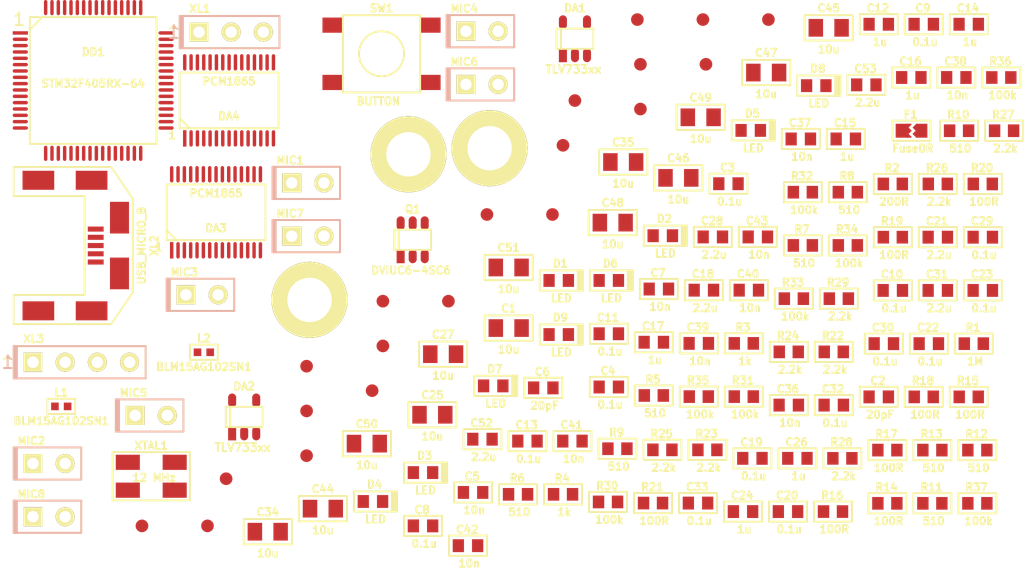
<source format=kicad_pcb>
(kicad_pcb (version 4) (host pcbnew "(2015-08-16 BZR 6097, Git b384c94)-product")

  (general
    (links 298)
    (no_connects 298)
    (area 0 0 0 0)
    (thickness 1.6)
    (drawings 0)
    (tracks 0)
    (zones 0)
    (modules 144)
    (nets 89)
  )

  (page A4)
  (layers
    (0 F.Cu signal)
    (31 B.Cu signal)
    (32 B.Adhes user)
    (33 F.Adhes user)
    (34 B.Paste user)
    (35 F.Paste user)
    (36 B.SilkS user)
    (37 F.SilkS user)
    (38 B.Mask user)
    (39 F.Mask user)
    (40 Dwgs.User user)
    (41 Cmts.User user)
    (42 Eco1.User user)
    (43 Eco2.User user)
    (44 Edge.Cuts user)
    (45 Margin user)
    (46 B.CrtYd user)
    (47 F.CrtYd user)
    (48 B.Fab user)
    (49 F.Fab user)
  )

  (setup
    (last_trace_width 0.25)
    (trace_clearance 0.2)
    (zone_clearance 0.508)
    (zone_45_only no)
    (trace_min 0.2)
    (segment_width 0.2)
    (edge_width 0.1)
    (via_size 0.6)
    (via_drill 0.4)
    (via_min_size 0.4)
    (via_min_drill 0.3)
    (uvia_size 0.3)
    (uvia_drill 0.1)
    (uvias_allowed no)
    (uvia_min_size 0.2)
    (uvia_min_drill 0.1)
    (pcb_text_width 0.3)
    (pcb_text_size 1.5 1.5)
    (mod_edge_width 0.15)
    (mod_text_size 1 1)
    (mod_text_width 0.15)
    (pad_size 1.5 1.5)
    (pad_drill 0.6)
    (pad_to_mask_clearance 0)
    (aux_axis_origin 0 0)
    (visible_elements FFFFF77F)
    (pcbplotparams
      (layerselection 0x00030_80000001)
      (usegerberextensions false)
      (excludeedgelayer true)
      (linewidth 0.150000)
      (plotframeref false)
      (viasonmask false)
      (mode 1)
      (useauxorigin false)
      (hpglpennumber 1)
      (hpglpenspeed 20)
      (hpglpendiameter 15)
      (hpglpenoverlay 2)
      (psnegative false)
      (psa4output false)
      (plotreference true)
      (plotvalue true)
      (plotinvisibletext false)
      (padsonsilk false)
      (subtractmaskfromsilk false)
      (outputformat 1)
      (mirror false)
      (drillshape 1)
      (scaleselection 1)
      (outputdirectory ""))
  )

  (net 0 "")
  (net 1 +3.3V)
  (net 2 GND)
  (net 3 "Net-(C2-Pad1)")
  (net 4 /SHLD)
  (net 5 "Net-(C6-Pad1)")
  (net 6 /USB_IN_1)
  (net 7 +5V)
  (net 8 AGND)
  (net 9 +3.3V_A)
  (net 10 "Net-(C18-Pad1)")
  (net 11 /1V8)
  (net 12 "Net-(C21-Pad1)")
  (net 13 /MicBias)
  (net 14 /MicBias2)
  (net 15 /VinL1)
  (net 16 /VinR1)
  (net 17 /VinL2)
  (net 18 /VinR2)
  (net 19 /VinL3)
  (net 20 /VinR3)
  (net 21 /VinL4)
  (net 22 /VinR4)
  (net 23 "Net-(C44-Pad1)")
  (net 24 "Net-(C44-Pad2)")
  (net 25 "Net-(C45-Pad1)")
  (net 26 "Net-(C45-Pad2)")
  (net 27 "Net-(C46-Pad1)")
  (net 28 "Net-(C46-Pad2)")
  (net 29 "Net-(C47-Pad1)")
  (net 30 "Net-(C47-Pad2)")
  (net 31 "Net-(C48-Pad1)")
  (net 32 "Net-(C48-Pad2)")
  (net 33 "Net-(C49-Pad1)")
  (net 34 "Net-(C49-Pad2)")
  (net 35 "Net-(C50-Pad1)")
  (net 36 "Net-(C50-Pad2)")
  (net 37 "Net-(C51-Pad1)")
  (net 38 "Net-(C51-Pad2)")
  (net 39 "Net-(C52-Pad2)")
  (net 40 "Net-(C53-Pad2)")
  (net 41 "Net-(D1-PadA)")
  (net 42 "Net-(D2-PadA)")
  (net 43 "Net-(D3-PadA)")
  (net 44 "Net-(D4-PadA)")
  (net 45 "Net-(D5-PadA)")
  (net 46 "Net-(D6-PadA)")
  (net 47 "Net-(D7-PadA)")
  (net 48 "Net-(D8-PadA)")
  (net 49 "Net-(D9-PadA)")
  (net 50 /LED8)
  (net 51 "Net-(DD1-Pad6)")
  (net 52 /LED_AUX)
  (net 53 /LED1)
  (net 54 /LED2)
  (net 55 /LED3)
  (net 56 /GPIO22)
  (net 57 /GPIO32)
  (net 58 /CS2)
  (net 59 /CS1)
  (net 60 /SCK)
  (net 61 /MISO)
  (net 62 /MOSI)
  (net 63 /LED4)
  (net 64 /LRClk1)
  (net 65 /BitClk1)
  (net 66 /GPIO11)
  (net 67 /DataOut1)
  (net 68 /LED5)
  (net 69 /GPIO21)
  (net 70 /GPIO31)
  (net 71 /SCKI)
  (net 72 /LED6)
  (net 73 /LED7)
  (net 74 /MCO2)
  (net 75 /MCO1)
  (net 76 "Net-(DD1-Pad42)")
  (net 77 /D-)
  (net 78 /D+)
  (net 79 /SWDIO)
  (net 80 /SWCLK)
  (net 81 /LRClk2)
  (net 82 /BitClk2)
  (net 83 /GPIO12)
  (net 84 /DataOut2)
  (net 85 /TX1)
  (net 86 /RX1)
  (net 87 "Net-(DD1-Pad60)")
  (net 88 /USB_IN_2)

  (net_class Default "This is the default net class."
    (clearance 0.2)
    (trace_width 0.25)
    (via_dia 0.6)
    (via_drill 0.4)
    (uvia_dia 0.3)
    (uvia_drill 0.1)
    (add_net +3.3V)
    (add_net +3.3V_A)
    (add_net +5V)
    (add_net /1V8)
    (add_net /BitClk1)
    (add_net /BitClk2)
    (add_net /CS1)
    (add_net /CS2)
    (add_net /D+)
    (add_net /D-)
    (add_net /DataOut1)
    (add_net /DataOut2)
    (add_net /GPIO11)
    (add_net /GPIO12)
    (add_net /GPIO21)
    (add_net /GPIO22)
    (add_net /GPIO31)
    (add_net /GPIO32)
    (add_net /LED1)
    (add_net /LED2)
    (add_net /LED3)
    (add_net /LED4)
    (add_net /LED5)
    (add_net /LED6)
    (add_net /LED7)
    (add_net /LED8)
    (add_net /LED_AUX)
    (add_net /LRClk1)
    (add_net /LRClk2)
    (add_net /MCO1)
    (add_net /MCO2)
    (add_net /MISO)
    (add_net /MOSI)
    (add_net /MicBias)
    (add_net /MicBias2)
    (add_net /RX1)
    (add_net /SCK)
    (add_net /SCKI)
    (add_net /SHLD)
    (add_net /SWCLK)
    (add_net /SWDIO)
    (add_net /TX1)
    (add_net /USB_IN_1)
    (add_net /USB_IN_2)
    (add_net /VinL1)
    (add_net /VinL2)
    (add_net /VinL3)
    (add_net /VinL4)
    (add_net /VinR1)
    (add_net /VinR2)
    (add_net /VinR3)
    (add_net /VinR4)
    (add_net AGND)
    (add_net GND)
    (add_net "Net-(C18-Pad1)")
    (add_net "Net-(C2-Pad1)")
    (add_net "Net-(C21-Pad1)")
    (add_net "Net-(C44-Pad1)")
    (add_net "Net-(C44-Pad2)")
    (add_net "Net-(C45-Pad1)")
    (add_net "Net-(C45-Pad2)")
    (add_net "Net-(C46-Pad1)")
    (add_net "Net-(C46-Pad2)")
    (add_net "Net-(C47-Pad1)")
    (add_net "Net-(C47-Pad2)")
    (add_net "Net-(C48-Pad1)")
    (add_net "Net-(C48-Pad2)")
    (add_net "Net-(C49-Pad1)")
    (add_net "Net-(C49-Pad2)")
    (add_net "Net-(C50-Pad1)")
    (add_net "Net-(C50-Pad2)")
    (add_net "Net-(C51-Pad1)")
    (add_net "Net-(C51-Pad2)")
    (add_net "Net-(C52-Pad2)")
    (add_net "Net-(C53-Pad2)")
    (add_net "Net-(C6-Pad1)")
    (add_net "Net-(D1-PadA)")
    (add_net "Net-(D2-PadA)")
    (add_net "Net-(D3-PadA)")
    (add_net "Net-(D4-PadA)")
    (add_net "Net-(D5-PadA)")
    (add_net "Net-(D6-PadA)")
    (add_net "Net-(D7-PadA)")
    (add_net "Net-(D8-PadA)")
    (add_net "Net-(D9-PadA)")
    (add_net "Net-(DD1-Pad42)")
    (add_net "Net-(DD1-Pad6)")
    (add_net "Net-(DD1-Pad60)")
  )

  (module Capacitors:CAP_0805 (layer F.Cu) (tedit 551AC196) (tstamp 55D6F0B9)
    (at 56.335001 171.085)
    (path /55D3AB87)
    (attr smd)
    (fp_text reference C1 (at 0 -1.55) (layer F.SilkS)
      (effects (font (size 0.6 0.6) (thickness 0.15)))
    )
    (fp_text value 10u (at 0 1.69926) (layer F.SilkS)
      (effects (font (size 0.6 0.6) (thickness 0.15)))
    )
    (fp_line (start -1.9 -1) (end 1.9 -1) (layer F.SilkS) (width 0.15))
    (fp_line (start 1.9 -1) (end 1.9 1) (layer F.SilkS) (width 0.15))
    (fp_line (start 1.9 1) (end -1.9 1) (layer F.SilkS) (width 0.15))
    (fp_line (start -1.9 1) (end -1.9 -1) (layer F.SilkS) (width 0.15))
    (pad 1 smd rect (at -1.016 0) (size 1.143 1.397) (layers F.Cu F.Paste F.Mask)
      (net 1 +3.3V))
    (pad 2 smd rect (at 1.016 0) (size 1.143 1.397) (layers F.Cu F.Paste F.Mask)
      (net 2 GND))
    (model 3d\c_0805.wrl
      (at (xyz 0 0 0))
      (scale (xyz 1 1 1))
      (rotate (xyz 0 0 0))
    )
  )

  (module Capacitors:CAP_0603 (layer F.Cu) (tedit 551AC0D3) (tstamp 55D6F0BF)
    (at 85.535001 176.515)
    (path /55D3A865)
    (attr smd)
    (fp_text reference C2 (at -0.0635 -1.27) (layer F.SilkS)
      (effects (font (size 0.6 0.6) (thickness 0.15)))
    )
    (fp_text value 20pF (at 0.09906 1.39954) (layer F.SilkS)
      (effects (font (size 0.6 0.6) (thickness 0.15)))
    )
    (fp_line (start -1.5 0) (end -1.5 -0.8) (layer F.SilkS) (width 0.15))
    (fp_line (start -1.5 -0.8) (end 1.5 -0.8) (layer F.SilkS) (width 0.15))
    (fp_line (start 1.5 -0.8) (end 1.5 0.8) (layer F.SilkS) (width 0.15))
    (fp_line (start 1.5 0.8) (end -1.5 0.8) (layer F.SilkS) (width 0.15))
    (fp_line (start -1.5 0.8) (end -1.5 0) (layer F.SilkS) (width 0.15))
    (pad 1 smd rect (at -0.762 0) (size 0.889 1.016) (layers F.Cu F.Paste F.Mask)
      (net 3 "Net-(C2-Pad1)"))
    (pad 2 smd rect (at 0.762 0) (size 0.889 1.016) (layers F.Cu F.Paste F.Mask)
      (net 2 GND))
    (model 3d\c_0603.wrl
      (at (xyz 0 0 0))
      (scale (xyz 1 1 1))
      (rotate (xyz 0 0 0))
    )
  )

  (module Capacitors:CAP_0603 (layer F.Cu) (tedit 551AC0D3) (tstamp 55D6F0C5)
    (at 73.675001 159.695)
    (path /55D3A8D5)
    (attr smd)
    (fp_text reference C3 (at -0.0635 -1.27) (layer F.SilkS)
      (effects (font (size 0.6 0.6) (thickness 0.15)))
    )
    (fp_text value 0.1u (at 0.09906 1.39954) (layer F.SilkS)
      (effects (font (size 0.6 0.6) (thickness 0.15)))
    )
    (fp_line (start -1.5 0) (end -1.5 -0.8) (layer F.SilkS) (width 0.15))
    (fp_line (start -1.5 -0.8) (end 1.5 -0.8) (layer F.SilkS) (width 0.15))
    (fp_line (start 1.5 -0.8) (end 1.5 0.8) (layer F.SilkS) (width 0.15))
    (fp_line (start 1.5 0.8) (end -1.5 0.8) (layer F.SilkS) (width 0.15))
    (fp_line (start -1.5 0.8) (end -1.5 0) (layer F.SilkS) (width 0.15))
    (pad 1 smd rect (at -0.762 0) (size 0.889 1.016) (layers F.Cu F.Paste F.Mask)
      (net 1 +3.3V))
    (pad 2 smd rect (at 0.762 0) (size 0.889 1.016) (layers F.Cu F.Paste F.Mask)
      (net 2 GND))
    (model 3d\c_0603.wrl
      (at (xyz 0 0 0))
      (scale (xyz 1 1 1))
      (rotate (xyz 0 0 0))
    )
  )

  (module Capacitors:CAP_0603 (layer F.Cu) (tedit 551AC0D3) (tstamp 55D6F0CB)
    (at 64.235001 175.735)
    (path /55D3A8DC)
    (attr smd)
    (fp_text reference C4 (at -0.0635 -1.27) (layer F.SilkS)
      (effects (font (size 0.6 0.6) (thickness 0.15)))
    )
    (fp_text value 0.1u (at 0.09906 1.39954) (layer F.SilkS)
      (effects (font (size 0.6 0.6) (thickness 0.15)))
    )
    (fp_line (start -1.5 0) (end -1.5 -0.8) (layer F.SilkS) (width 0.15))
    (fp_line (start -1.5 -0.8) (end 1.5 -0.8) (layer F.SilkS) (width 0.15))
    (fp_line (start 1.5 -0.8) (end 1.5 0.8) (layer F.SilkS) (width 0.15))
    (fp_line (start 1.5 0.8) (end -1.5 0.8) (layer F.SilkS) (width 0.15))
    (fp_line (start -1.5 0.8) (end -1.5 0) (layer F.SilkS) (width 0.15))
    (pad 1 smd rect (at -0.762 0) (size 0.889 1.016) (layers F.Cu F.Paste F.Mask)
      (net 1 +3.3V))
    (pad 2 smd rect (at 0.762 0) (size 0.889 1.016) (layers F.Cu F.Paste F.Mask)
      (net 2 GND))
    (model 3d\c_0603.wrl
      (at (xyz 0 0 0))
      (scale (xyz 1 1 1))
      (rotate (xyz 0 0 0))
    )
  )

  (module Capacitors:CAP_0603 (layer F.Cu) (tedit 551AC0D3) (tstamp 55D6F0D1)
    (at 53.525001 184.055)
    (path /55D3B325)
    (attr smd)
    (fp_text reference C5 (at -0.0635 -1.27) (layer F.SilkS)
      (effects (font (size 0.6 0.6) (thickness 0.15)))
    )
    (fp_text value 10n (at 0.09906 1.39954) (layer F.SilkS)
      (effects (font (size 0.6 0.6) (thickness 0.15)))
    )
    (fp_line (start -1.5 0) (end -1.5 -0.8) (layer F.SilkS) (width 0.15))
    (fp_line (start -1.5 -0.8) (end 1.5 -0.8) (layer F.SilkS) (width 0.15))
    (fp_line (start 1.5 -0.8) (end 1.5 0.8) (layer F.SilkS) (width 0.15))
    (fp_line (start 1.5 0.8) (end -1.5 0.8) (layer F.SilkS) (width 0.15))
    (fp_line (start -1.5 0.8) (end -1.5 0) (layer F.SilkS) (width 0.15))
    (pad 1 smd rect (at -0.762 0) (size 0.889 1.016) (layers F.Cu F.Paste F.Mask)
      (net 4 /SHLD))
    (pad 2 smd rect (at 0.762 0) (size 0.889 1.016) (layers F.Cu F.Paste F.Mask)
      (net 2 GND))
    (model 3d\c_0603.wrl
      (at (xyz 0 0 0))
      (scale (xyz 1 1 1))
      (rotate (xyz 0 0 0))
    )
  )

  (module Capacitors:CAP_0603 (layer F.Cu) (tedit 551AC0D3) (tstamp 55D6F0D7)
    (at 59.065001 175.805)
    (path /55D3A85E)
    (attr smd)
    (fp_text reference C6 (at -0.0635 -1.27) (layer F.SilkS)
      (effects (font (size 0.6 0.6) (thickness 0.15)))
    )
    (fp_text value 20pF (at 0.09906 1.39954) (layer F.SilkS)
      (effects (font (size 0.6 0.6) (thickness 0.15)))
    )
    (fp_line (start -1.5 0) (end -1.5 -0.8) (layer F.SilkS) (width 0.15))
    (fp_line (start -1.5 -0.8) (end 1.5 -0.8) (layer F.SilkS) (width 0.15))
    (fp_line (start 1.5 -0.8) (end 1.5 0.8) (layer F.SilkS) (width 0.15))
    (fp_line (start 1.5 0.8) (end -1.5 0.8) (layer F.SilkS) (width 0.15))
    (fp_line (start -1.5 0.8) (end -1.5 0) (layer F.SilkS) (width 0.15))
    (pad 1 smd rect (at -0.762 0) (size 0.889 1.016) (layers F.Cu F.Paste F.Mask)
      (net 5 "Net-(C6-Pad1)"))
    (pad 2 smd rect (at 0.762 0) (size 0.889 1.016) (layers F.Cu F.Paste F.Mask)
      (net 2 GND))
    (model 3d\c_0603.wrl
      (at (xyz 0 0 0))
      (scale (xyz 1 1 1))
      (rotate (xyz 0 0 0))
    )
  )

  (module Capacitors:CAP_0603 (layer F.Cu) (tedit 551AC0D3) (tstamp 55D6F0DD)
    (at 68.185001 168.005)
    (path /55D3B317)
    (attr smd)
    (fp_text reference C7 (at -0.0635 -1.27) (layer F.SilkS)
      (effects (font (size 0.6 0.6) (thickness 0.15)))
    )
    (fp_text value 10n (at 0.09906 1.39954) (layer F.SilkS)
      (effects (font (size 0.6 0.6) (thickness 0.15)))
    )
    (fp_line (start -1.5 0) (end -1.5 -0.8) (layer F.SilkS) (width 0.15))
    (fp_line (start -1.5 -0.8) (end 1.5 -0.8) (layer F.SilkS) (width 0.15))
    (fp_line (start 1.5 -0.8) (end 1.5 0.8) (layer F.SilkS) (width 0.15))
    (fp_line (start 1.5 0.8) (end -1.5 0.8) (layer F.SilkS) (width 0.15))
    (fp_line (start -1.5 0.8) (end -1.5 0) (layer F.SilkS) (width 0.15))
    (pad 1 smd rect (at -0.762 0) (size 0.889 1.016) (layers F.Cu F.Paste F.Mask)
      (net 2 GND))
    (pad 2 smd rect (at 0.762 0) (size 0.889 1.016) (layers F.Cu F.Paste F.Mask)
      (net 6 /USB_IN_1))
    (model 3d\c_0603.wrl
      (at (xyz 0 0 0))
      (scale (xyz 1 1 1))
      (rotate (xyz 0 0 0))
    )
  )

  (module Capacitors:CAP_0603 (layer F.Cu) (tedit 551AC0D3) (tstamp 55D6F0E3)
    (at 49.575001 186.695)
    (path /55D3A8E3)
    (attr smd)
    (fp_text reference C8 (at -0.0635 -1.27) (layer F.SilkS)
      (effects (font (size 0.6 0.6) (thickness 0.15)))
    )
    (fp_text value 0.1u (at 0.09906 1.39954) (layer F.SilkS)
      (effects (font (size 0.6 0.6) (thickness 0.15)))
    )
    (fp_line (start -1.5 0) (end -1.5 -0.8) (layer F.SilkS) (width 0.15))
    (fp_line (start -1.5 -0.8) (end 1.5 -0.8) (layer F.SilkS) (width 0.15))
    (fp_line (start 1.5 -0.8) (end 1.5 0.8) (layer F.SilkS) (width 0.15))
    (fp_line (start 1.5 0.8) (end -1.5 0.8) (layer F.SilkS) (width 0.15))
    (fp_line (start -1.5 0.8) (end -1.5 0) (layer F.SilkS) (width 0.15))
    (pad 1 smd rect (at -0.762 0) (size 0.889 1.016) (layers F.Cu F.Paste F.Mask)
      (net 1 +3.3V))
    (pad 2 smd rect (at 0.762 0) (size 0.889 1.016) (layers F.Cu F.Paste F.Mask)
      (net 2 GND))
    (model 3d\c_0603.wrl
      (at (xyz 0 0 0))
      (scale (xyz 1 1 1))
      (rotate (xyz 0 0 0))
    )
  )

  (module Capacitors:CAP_0603 (layer F.Cu) (tedit 551AC0D3) (tstamp 55D6F0E9)
    (at 89.085001 147.115)
    (path /55D3A8EA)
    (attr smd)
    (fp_text reference C9 (at -0.0635 -1.27) (layer F.SilkS)
      (effects (font (size 0.6 0.6) (thickness 0.15)))
    )
    (fp_text value 0.1u (at 0.09906 1.39954) (layer F.SilkS)
      (effects (font (size 0.6 0.6) (thickness 0.15)))
    )
    (fp_line (start -1.5 0) (end -1.5 -0.8) (layer F.SilkS) (width 0.15))
    (fp_line (start -1.5 -0.8) (end 1.5 -0.8) (layer F.SilkS) (width 0.15))
    (fp_line (start 1.5 -0.8) (end 1.5 0.8) (layer F.SilkS) (width 0.15))
    (fp_line (start 1.5 0.8) (end -1.5 0.8) (layer F.SilkS) (width 0.15))
    (fp_line (start -1.5 0.8) (end -1.5 0) (layer F.SilkS) (width 0.15))
    (pad 1 smd rect (at -0.762 0) (size 0.889 1.016) (layers F.Cu F.Paste F.Mask)
      (net 1 +3.3V))
    (pad 2 smd rect (at 0.762 0) (size 0.889 1.016) (layers F.Cu F.Paste F.Mask)
      (net 2 GND))
    (model 3d\c_0603.wrl
      (at (xyz 0 0 0))
      (scale (xyz 1 1 1))
      (rotate (xyz 0 0 0))
    )
  )

  (module Capacitors:CAP_0603 (layer F.Cu) (tedit 551AC0D3) (tstamp 55D6F0EF)
    (at 86.645001 168.115)
    (path /55D3A8F1)
    (attr smd)
    (fp_text reference C10 (at -0.0635 -1.27) (layer F.SilkS)
      (effects (font (size 0.6 0.6) (thickness 0.15)))
    )
    (fp_text value 0.1u (at 0.09906 1.39954) (layer F.SilkS)
      (effects (font (size 0.6 0.6) (thickness 0.15)))
    )
    (fp_line (start -1.5 0) (end -1.5 -0.8) (layer F.SilkS) (width 0.15))
    (fp_line (start -1.5 -0.8) (end 1.5 -0.8) (layer F.SilkS) (width 0.15))
    (fp_line (start 1.5 -0.8) (end 1.5 0.8) (layer F.SilkS) (width 0.15))
    (fp_line (start 1.5 0.8) (end -1.5 0.8) (layer F.SilkS) (width 0.15))
    (fp_line (start -1.5 0.8) (end -1.5 0) (layer F.SilkS) (width 0.15))
    (pad 1 smd rect (at -0.762 0) (size 0.889 1.016) (layers F.Cu F.Paste F.Mask)
      (net 1 +3.3V))
    (pad 2 smd rect (at 0.762 0) (size 0.889 1.016) (layers F.Cu F.Paste F.Mask)
      (net 2 GND))
    (model 3d\c_0603.wrl
      (at (xyz 0 0 0))
      (scale (xyz 1 1 1))
      (rotate (xyz 0 0 0))
    )
  )

  (module Capacitors:CAP_0603 (layer F.Cu) (tedit 551AC0D3) (tstamp 55D6F0F5)
    (at 64.235001 171.535)
    (path /55D3A8F8)
    (attr smd)
    (fp_text reference C11 (at -0.0635 -1.27) (layer F.SilkS)
      (effects (font (size 0.6 0.6) (thickness 0.15)))
    )
    (fp_text value 0.1u (at 0.09906 1.39954) (layer F.SilkS)
      (effects (font (size 0.6 0.6) (thickness 0.15)))
    )
    (fp_line (start -1.5 0) (end -1.5 -0.8) (layer F.SilkS) (width 0.15))
    (fp_line (start -1.5 -0.8) (end 1.5 -0.8) (layer F.SilkS) (width 0.15))
    (fp_line (start 1.5 -0.8) (end 1.5 0.8) (layer F.SilkS) (width 0.15))
    (fp_line (start 1.5 0.8) (end -1.5 0.8) (layer F.SilkS) (width 0.15))
    (fp_line (start -1.5 0.8) (end -1.5 0) (layer F.SilkS) (width 0.15))
    (pad 1 smd rect (at -0.762 0) (size 0.889 1.016) (layers F.Cu F.Paste F.Mask)
      (net 1 +3.3V))
    (pad 2 smd rect (at 0.762 0) (size 0.889 1.016) (layers F.Cu F.Paste F.Mask)
      (net 2 GND))
    (model 3d\c_0603.wrl
      (at (xyz 0 0 0))
      (scale (xyz 1 1 1))
      (rotate (xyz 0 0 0))
    )
  )

  (module Capacitors:CAP_0603 (layer F.Cu) (tedit 551AC0D3) (tstamp 55D6F0FB)
    (at 85.535001 147.115)
    (path /55D3B37B)
    (attr smd)
    (fp_text reference C12 (at -0.0635 -1.27) (layer F.SilkS)
      (effects (font (size 0.6 0.6) (thickness 0.15)))
    )
    (fp_text value 1u (at 0.09906 1.39954) (layer F.SilkS)
      (effects (font (size 0.6 0.6) (thickness 0.15)))
    )
    (fp_line (start -1.5 0) (end -1.5 -0.8) (layer F.SilkS) (width 0.15))
    (fp_line (start -1.5 -0.8) (end 1.5 -0.8) (layer F.SilkS) (width 0.15))
    (fp_line (start 1.5 -0.8) (end 1.5 0.8) (layer F.SilkS) (width 0.15))
    (fp_line (start 1.5 0.8) (end -1.5 0.8) (layer F.SilkS) (width 0.15))
    (fp_line (start -1.5 0.8) (end -1.5 0) (layer F.SilkS) (width 0.15))
    (pad 1 smd rect (at -0.762 0) (size 0.889 1.016) (layers F.Cu F.Paste F.Mask)
      (net 2 GND))
    (pad 2 smd rect (at 0.762 0) (size 0.889 1.016) (layers F.Cu F.Paste F.Mask)
      (net 7 +5V))
    (model 3d\c_0603.wrl
      (at (xyz 0 0 0))
      (scale (xyz 1 1 1))
      (rotate (xyz 0 0 0))
    )
  )

  (module Capacitors:CAP_0603 (layer F.Cu) (tedit 551AC0D3) (tstamp 55D6F101)
    (at 57.815001 180.005)
    (path /55D3B36E)
    (attr smd)
    (fp_text reference C13 (at -0.0635 -1.27) (layer F.SilkS)
      (effects (font (size 0.6 0.6) (thickness 0.15)))
    )
    (fp_text value 0.1u (at 0.09906 1.39954) (layer F.SilkS)
      (effects (font (size 0.6 0.6) (thickness 0.15)))
    )
    (fp_line (start -1.5 0) (end -1.5 -0.8) (layer F.SilkS) (width 0.15))
    (fp_line (start -1.5 -0.8) (end 1.5 -0.8) (layer F.SilkS) (width 0.15))
    (fp_line (start 1.5 -0.8) (end 1.5 0.8) (layer F.SilkS) (width 0.15))
    (fp_line (start 1.5 0.8) (end -1.5 0.8) (layer F.SilkS) (width 0.15))
    (fp_line (start -1.5 0.8) (end -1.5 0) (layer F.SilkS) (width 0.15))
    (pad 1 smd rect (at -0.762 0) (size 0.889 1.016) (layers F.Cu F.Paste F.Mask)
      (net 2 GND))
    (pad 2 smd rect (at 0.762 0) (size 0.889 1.016) (layers F.Cu F.Paste F.Mask)
      (net 7 +5V))
    (model 3d\c_0603.wrl
      (at (xyz 0 0 0))
      (scale (xyz 1 1 1))
      (rotate (xyz 0 0 0))
    )
  )

  (module Capacitors:CAP_0603 (layer F.Cu) (tedit 551AC0D3) (tstamp 55D6F107)
    (at 92.635001 147.115)
    (path /55D3A7B9)
    (attr smd)
    (fp_text reference C14 (at -0.0635 -1.27) (layer F.SilkS)
      (effects (font (size 0.6 0.6) (thickness 0.15)))
    )
    (fp_text value 1u (at 0.09906 1.39954) (layer F.SilkS)
      (effects (font (size 0.6 0.6) (thickness 0.15)))
    )
    (fp_line (start -1.5 0) (end -1.5 -0.8) (layer F.SilkS) (width 0.15))
    (fp_line (start -1.5 -0.8) (end 1.5 -0.8) (layer F.SilkS) (width 0.15))
    (fp_line (start 1.5 -0.8) (end 1.5 0.8) (layer F.SilkS) (width 0.15))
    (fp_line (start 1.5 0.8) (end -1.5 0.8) (layer F.SilkS) (width 0.15))
    (fp_line (start -1.5 0.8) (end -1.5 0) (layer F.SilkS) (width 0.15))
    (pad 1 smd rect (at -0.762 0) (size 0.889 1.016) (layers F.Cu F.Paste F.Mask)
      (net 2 GND))
    (pad 2 smd rect (at 0.762 0) (size 0.889 1.016) (layers F.Cu F.Paste F.Mask)
      (net 7 +5V))
    (model 3d\c_0603.wrl
      (at (xyz 0 0 0))
      (scale (xyz 1 1 1))
      (rotate (xyz 0 0 0))
    )
  )

  (module Capacitors:CAP_0603 (layer F.Cu) (tedit 551AC0D3) (tstamp 55D6F10D)
    (at 82.935001 156.165)
    (path /55D41D7F)
    (attr smd)
    (fp_text reference C15 (at -0.0635 -1.27) (layer F.SilkS)
      (effects (font (size 0.6 0.6) (thickness 0.15)))
    )
    (fp_text value 1u (at 0.09906 1.39954) (layer F.SilkS)
      (effects (font (size 0.6 0.6) (thickness 0.15)))
    )
    (fp_line (start -1.5 0) (end -1.5 -0.8) (layer F.SilkS) (width 0.15))
    (fp_line (start -1.5 -0.8) (end 1.5 -0.8) (layer F.SilkS) (width 0.15))
    (fp_line (start 1.5 -0.8) (end 1.5 0.8) (layer F.SilkS) (width 0.15))
    (fp_line (start 1.5 0.8) (end -1.5 0.8) (layer F.SilkS) (width 0.15))
    (fp_line (start -1.5 0.8) (end -1.5 0) (layer F.SilkS) (width 0.15))
    (pad 1 smd rect (at -0.762 0) (size 0.889 1.016) (layers F.Cu F.Paste F.Mask)
      (net 8 AGND))
    (pad 2 smd rect (at 0.762 0) (size 0.889 1.016) (layers F.Cu F.Paste F.Mask)
      (net 7 +5V))
    (model 3d\c_0603.wrl
      (at (xyz 0 0 0))
      (scale (xyz 1 1 1))
      (rotate (xyz 0 0 0))
    )
  )

  (module Capacitors:CAP_0603 (layer F.Cu) (tedit 551AC0D3) (tstamp 55D6F113)
    (at 88.105001 151.315)
    (path /55D40335)
    (attr smd)
    (fp_text reference C16 (at -0.0635 -1.27) (layer F.SilkS)
      (effects (font (size 0.6 0.6) (thickness 0.15)))
    )
    (fp_text value 1u (at 0.09906 1.39954) (layer F.SilkS)
      (effects (font (size 0.6 0.6) (thickness 0.15)))
    )
    (fp_line (start -1.5 0) (end -1.5 -0.8) (layer F.SilkS) (width 0.15))
    (fp_line (start -1.5 -0.8) (end 1.5 -0.8) (layer F.SilkS) (width 0.15))
    (fp_line (start 1.5 -0.8) (end 1.5 0.8) (layer F.SilkS) (width 0.15))
    (fp_line (start 1.5 0.8) (end -1.5 0.8) (layer F.SilkS) (width 0.15))
    (fp_line (start -1.5 0.8) (end -1.5 0) (layer F.SilkS) (width 0.15))
    (pad 1 smd rect (at -0.762 0) (size 0.889 1.016) (layers F.Cu F.Paste F.Mask)
      (net 2 GND))
    (pad 2 smd rect (at 0.762 0) (size 0.889 1.016) (layers F.Cu F.Paste F.Mask)
      (net 1 +3.3V))
    (model 3d\c_0603.wrl
      (at (xyz 0 0 0))
      (scale (xyz 1 1 1))
      (rotate (xyz 0 0 0))
    )
  )

  (module Capacitors:CAP_0603 (layer F.Cu) (tedit 551AC0D3) (tstamp 55D6F119)
    (at 67.785001 172.205)
    (path /55D41D9D)
    (attr smd)
    (fp_text reference C17 (at -0.0635 -1.27) (layer F.SilkS)
      (effects (font (size 0.6 0.6) (thickness 0.15)))
    )
    (fp_text value 1u (at 0.09906 1.39954) (layer F.SilkS)
      (effects (font (size 0.6 0.6) (thickness 0.15)))
    )
    (fp_line (start -1.5 0) (end -1.5 -0.8) (layer F.SilkS) (width 0.15))
    (fp_line (start -1.5 -0.8) (end 1.5 -0.8) (layer F.SilkS) (width 0.15))
    (fp_line (start 1.5 -0.8) (end 1.5 0.8) (layer F.SilkS) (width 0.15))
    (fp_line (start 1.5 0.8) (end -1.5 0.8) (layer F.SilkS) (width 0.15))
    (fp_line (start -1.5 0.8) (end -1.5 0) (layer F.SilkS) (width 0.15))
    (pad 1 smd rect (at -0.762 0) (size 0.889 1.016) (layers F.Cu F.Paste F.Mask)
      (net 8 AGND))
    (pad 2 smd rect (at 0.762 0) (size 0.889 1.016) (layers F.Cu F.Paste F.Mask)
      (net 9 +3.3V_A))
    (model 3d\c_0603.wrl
      (at (xyz 0 0 0))
      (scale (xyz 1 1 1))
      (rotate (xyz 0 0 0))
    )
  )

  (module Capacitors:CAP_0603 (layer F.Cu) (tedit 551AC0D3) (tstamp 55D6F11F)
    (at 71.735001 168.095)
    (path /55D4851A)
    (attr smd)
    (fp_text reference C18 (at -0.0635 -1.27) (layer F.SilkS)
      (effects (font (size 0.6 0.6) (thickness 0.15)))
    )
    (fp_text value 2.2u (at 0.09906 1.39954) (layer F.SilkS)
      (effects (font (size 0.6 0.6) (thickness 0.15)))
    )
    (fp_line (start -1.5 0) (end -1.5 -0.8) (layer F.SilkS) (width 0.15))
    (fp_line (start -1.5 -0.8) (end 1.5 -0.8) (layer F.SilkS) (width 0.15))
    (fp_line (start 1.5 -0.8) (end 1.5 0.8) (layer F.SilkS) (width 0.15))
    (fp_line (start 1.5 0.8) (end -1.5 0.8) (layer F.SilkS) (width 0.15))
    (fp_line (start -1.5 0.8) (end -1.5 0) (layer F.SilkS) (width 0.15))
    (pad 1 smd rect (at -0.762 0) (size 0.889 1.016) (layers F.Cu F.Paste F.Mask)
      (net 10 "Net-(C18-Pad1)"))
    (pad 2 smd rect (at 0.762 0) (size 0.889 1.016) (layers F.Cu F.Paste F.Mask)
      (net 8 AGND))
    (model 3d\c_0603.wrl
      (at (xyz 0 0 0))
      (scale (xyz 1 1 1))
      (rotate (xyz 0 0 0))
    )
  )

  (module Capacitors:CAP_0603 (layer F.Cu) (tedit 551AC0D3) (tstamp 55D6F125)
    (at 75.565001 181.365)
    (path /55D45C3B)
    (attr smd)
    (fp_text reference C19 (at -0.0635 -1.27) (layer F.SilkS)
      (effects (font (size 0.6 0.6) (thickness 0.15)))
    )
    (fp_text value 0.1u (at 0.09906 1.39954) (layer F.SilkS)
      (effects (font (size 0.6 0.6) (thickness 0.15)))
    )
    (fp_line (start -1.5 0) (end -1.5 -0.8) (layer F.SilkS) (width 0.15))
    (fp_line (start -1.5 -0.8) (end 1.5 -0.8) (layer F.SilkS) (width 0.15))
    (fp_line (start 1.5 -0.8) (end 1.5 0.8) (layer F.SilkS) (width 0.15))
    (fp_line (start 1.5 0.8) (end -1.5 0.8) (layer F.SilkS) (width 0.15))
    (fp_line (start -1.5 0.8) (end -1.5 0) (layer F.SilkS) (width 0.15))
    (pad 1 smd rect (at -0.762 0) (size 0.889 1.016) (layers F.Cu F.Paste F.Mask)
      (net 11 /1V8))
    (pad 2 smd rect (at 0.762 0) (size 0.889 1.016) (layers F.Cu F.Paste F.Mask)
      (net 8 AGND))
    (model 3d\c_0603.wrl
      (at (xyz 0 0 0))
      (scale (xyz 1 1 1))
      (rotate (xyz 0 0 0))
    )
  )

  (module Capacitors:CAP_0603 (layer F.Cu) (tedit 551AC0D3) (tstamp 55D6F12B)
    (at 78.375001 185.565)
    (path /55D47936)
    (attr smd)
    (fp_text reference C20 (at -0.0635 -1.27) (layer F.SilkS)
      (effects (font (size 0.6 0.6) (thickness 0.15)))
    )
    (fp_text value 0.1u (at 0.09906 1.39954) (layer F.SilkS)
      (effects (font (size 0.6 0.6) (thickness 0.15)))
    )
    (fp_line (start -1.5 0) (end -1.5 -0.8) (layer F.SilkS) (width 0.15))
    (fp_line (start -1.5 -0.8) (end 1.5 -0.8) (layer F.SilkS) (width 0.15))
    (fp_line (start 1.5 -0.8) (end 1.5 0.8) (layer F.SilkS) (width 0.15))
    (fp_line (start 1.5 0.8) (end -1.5 0.8) (layer F.SilkS) (width 0.15))
    (fp_line (start -1.5 0.8) (end -1.5 0) (layer F.SilkS) (width 0.15))
    (pad 1 smd rect (at -0.762 0) (size 0.889 1.016) (layers F.Cu F.Paste F.Mask)
      (net 9 +3.3V_A))
    (pad 2 smd rect (at 0.762 0) (size 0.889 1.016) (layers F.Cu F.Paste F.Mask)
      (net 8 AGND))
    (model 3d\c_0603.wrl
      (at (xyz 0 0 0))
      (scale (xyz 1 1 1))
      (rotate (xyz 0 0 0))
    )
  )

  (module Capacitors:CAP_0603 (layer F.Cu) (tedit 551AC0D3) (tstamp 55D6F131)
    (at 90.195001 163.915)
    (path /55D8C6CD)
    (attr smd)
    (fp_text reference C21 (at -0.0635 -1.27) (layer F.SilkS)
      (effects (font (size 0.6 0.6) (thickness 0.15)))
    )
    (fp_text value 2.2u (at 0.09906 1.39954) (layer F.SilkS)
      (effects (font (size 0.6 0.6) (thickness 0.15)))
    )
    (fp_line (start -1.5 0) (end -1.5 -0.8) (layer F.SilkS) (width 0.15))
    (fp_line (start -1.5 -0.8) (end 1.5 -0.8) (layer F.SilkS) (width 0.15))
    (fp_line (start 1.5 -0.8) (end 1.5 0.8) (layer F.SilkS) (width 0.15))
    (fp_line (start 1.5 0.8) (end -1.5 0.8) (layer F.SilkS) (width 0.15))
    (fp_line (start -1.5 0.8) (end -1.5 0) (layer F.SilkS) (width 0.15))
    (pad 1 smd rect (at -0.762 0) (size 0.889 1.016) (layers F.Cu F.Paste F.Mask)
      (net 12 "Net-(C21-Pad1)"))
    (pad 2 smd rect (at 0.762 0) (size 0.889 1.016) (layers F.Cu F.Paste F.Mask)
      (net 8 AGND))
    (model 3d\c_0603.wrl
      (at (xyz 0 0 0))
      (scale (xyz 1 1 1))
      (rotate (xyz 0 0 0))
    )
  )

  (module Capacitors:CAP_0603 (layer F.Cu) (tedit 551AC0D3) (tstamp 55D6F137)
    (at 89.485001 172.315)
    (path /55D8C684)
    (attr smd)
    (fp_text reference C22 (at -0.0635 -1.27) (layer F.SilkS)
      (effects (font (size 0.6 0.6) (thickness 0.15)))
    )
    (fp_text value 0.1u (at 0.09906 1.39954) (layer F.SilkS)
      (effects (font (size 0.6 0.6) (thickness 0.15)))
    )
    (fp_line (start -1.5 0) (end -1.5 -0.8) (layer F.SilkS) (width 0.15))
    (fp_line (start -1.5 -0.8) (end 1.5 -0.8) (layer F.SilkS) (width 0.15))
    (fp_line (start 1.5 -0.8) (end 1.5 0.8) (layer F.SilkS) (width 0.15))
    (fp_line (start 1.5 0.8) (end -1.5 0.8) (layer F.SilkS) (width 0.15))
    (fp_line (start -1.5 0.8) (end -1.5 0) (layer F.SilkS) (width 0.15))
    (pad 1 smd rect (at -0.762 0) (size 0.889 1.016) (layers F.Cu F.Paste F.Mask)
      (net 11 /1V8))
    (pad 2 smd rect (at 0.762 0) (size 0.889 1.016) (layers F.Cu F.Paste F.Mask)
      (net 8 AGND))
    (model 3d\c_0603.wrl
      (at (xyz 0 0 0))
      (scale (xyz 1 1 1))
      (rotate (xyz 0 0 0))
    )
  )

  (module Capacitors:CAP_0603 (layer F.Cu) (tedit 551AC0D3) (tstamp 55D6F13D)
    (at 93.745001 168.115)
    (path /55D8C6AE)
    (attr smd)
    (fp_text reference C23 (at -0.0635 -1.27) (layer F.SilkS)
      (effects (font (size 0.6 0.6) (thickness 0.15)))
    )
    (fp_text value 0.1u (at 0.09906 1.39954) (layer F.SilkS)
      (effects (font (size 0.6 0.6) (thickness 0.15)))
    )
    (fp_line (start -1.5 0) (end -1.5 -0.8) (layer F.SilkS) (width 0.15))
    (fp_line (start -1.5 -0.8) (end 1.5 -0.8) (layer F.SilkS) (width 0.15))
    (fp_line (start 1.5 -0.8) (end 1.5 0.8) (layer F.SilkS) (width 0.15))
    (fp_line (start 1.5 0.8) (end -1.5 0.8) (layer F.SilkS) (width 0.15))
    (fp_line (start -1.5 0.8) (end -1.5 0) (layer F.SilkS) (width 0.15))
    (pad 1 smd rect (at -0.762 0) (size 0.889 1.016) (layers F.Cu F.Paste F.Mask)
      (net 9 +3.3V_A))
    (pad 2 smd rect (at 0.762 0) (size 0.889 1.016) (layers F.Cu F.Paste F.Mask)
      (net 8 AGND))
    (model 3d\c_0603.wrl
      (at (xyz 0 0 0))
      (scale (xyz 1 1 1))
      (rotate (xyz 0 0 0))
    )
  )

  (module Capacitors:CAP_0603 (layer F.Cu) (tedit 551AC0D3) (tstamp 55D6F143)
    (at 74.825001 185.565)
    (path /55D45CDC)
    (attr smd)
    (fp_text reference C24 (at -0.0635 -1.27) (layer F.SilkS)
      (effects (font (size 0.6 0.6) (thickness 0.15)))
    )
    (fp_text value 1u (at 0.09906 1.39954) (layer F.SilkS)
      (effects (font (size 0.6 0.6) (thickness 0.15)))
    )
    (fp_line (start -1.5 0) (end -1.5 -0.8) (layer F.SilkS) (width 0.15))
    (fp_line (start -1.5 -0.8) (end 1.5 -0.8) (layer F.SilkS) (width 0.15))
    (fp_line (start 1.5 -0.8) (end 1.5 0.8) (layer F.SilkS) (width 0.15))
    (fp_line (start 1.5 0.8) (end -1.5 0.8) (layer F.SilkS) (width 0.15))
    (fp_line (start -1.5 0.8) (end -1.5 0) (layer F.SilkS) (width 0.15))
    (pad 1 smd rect (at -0.762 0) (size 0.889 1.016) (layers F.Cu F.Paste F.Mask)
      (net 11 /1V8))
    (pad 2 smd rect (at 0.762 0) (size 0.889 1.016) (layers F.Cu F.Paste F.Mask)
      (net 8 AGND))
    (model 3d\c_0603.wrl
      (at (xyz 0 0 0))
      (scale (xyz 1 1 1))
      (rotate (xyz 0 0 0))
    )
  )

  (module Capacitors:CAP_0805 (layer F.Cu) (tedit 551AC196) (tstamp 55D6F149)
    (at 50.315001 177.925)
    (path /55D4793C)
    (attr smd)
    (fp_text reference C25 (at 0 -1.55) (layer F.SilkS)
      (effects (font (size 0.6 0.6) (thickness 0.15)))
    )
    (fp_text value 10u (at 0 1.69926) (layer F.SilkS)
      (effects (font (size 0.6 0.6) (thickness 0.15)))
    )
    (fp_line (start -1.9 -1) (end 1.9 -1) (layer F.SilkS) (width 0.15))
    (fp_line (start 1.9 -1) (end 1.9 1) (layer F.SilkS) (width 0.15))
    (fp_line (start 1.9 1) (end -1.9 1) (layer F.SilkS) (width 0.15))
    (fp_line (start -1.9 1) (end -1.9 -1) (layer F.SilkS) (width 0.15))
    (pad 1 smd rect (at -1.016 0) (size 1.143 1.397) (layers F.Cu F.Paste F.Mask)
      (net 9 +3.3V_A))
    (pad 2 smd rect (at 1.016 0) (size 1.143 1.397) (layers F.Cu F.Paste F.Mask)
      (net 8 AGND))
    (model 3d\c_0805.wrl
      (at (xyz 0 0 0))
      (scale (xyz 1 1 1))
      (rotate (xyz 0 0 0))
    )
  )

  (module Capacitors:CAP_0603 (layer F.Cu) (tedit 551AC0D3) (tstamp 55D6F14F)
    (at 79.115001 181.365)
    (path /55D8C68A)
    (attr smd)
    (fp_text reference C26 (at -0.0635 -1.27) (layer F.SilkS)
      (effects (font (size 0.6 0.6) (thickness 0.15)))
    )
    (fp_text value 1u (at 0.09906 1.39954) (layer F.SilkS)
      (effects (font (size 0.6 0.6) (thickness 0.15)))
    )
    (fp_line (start -1.5 0) (end -1.5 -0.8) (layer F.SilkS) (width 0.15))
    (fp_line (start -1.5 -0.8) (end 1.5 -0.8) (layer F.SilkS) (width 0.15))
    (fp_line (start 1.5 -0.8) (end 1.5 0.8) (layer F.SilkS) (width 0.15))
    (fp_line (start 1.5 0.8) (end -1.5 0.8) (layer F.SilkS) (width 0.15))
    (fp_line (start -1.5 0.8) (end -1.5 0) (layer F.SilkS) (width 0.15))
    (pad 1 smd rect (at -0.762 0) (size 0.889 1.016) (layers F.Cu F.Paste F.Mask)
      (net 11 /1V8))
    (pad 2 smd rect (at 0.762 0) (size 0.889 1.016) (layers F.Cu F.Paste F.Mask)
      (net 8 AGND))
    (model 3d\c_0603.wrl
      (at (xyz 0 0 0))
      (scale (xyz 1 1 1))
      (rotate (xyz 0 0 0))
    )
  )

  (module Capacitors:CAP_0805 (layer F.Cu) (tedit 551AC196) (tstamp 55D6F155)
    (at 51.165001 173.145)
    (path /55D8C6B4)
    (attr smd)
    (fp_text reference C27 (at 0 -1.55) (layer F.SilkS)
      (effects (font (size 0.6 0.6) (thickness 0.15)))
    )
    (fp_text value 10u (at 0 1.69926) (layer F.SilkS)
      (effects (font (size 0.6 0.6) (thickness 0.15)))
    )
    (fp_line (start -1.9 -1) (end 1.9 -1) (layer F.SilkS) (width 0.15))
    (fp_line (start 1.9 -1) (end 1.9 1) (layer F.SilkS) (width 0.15))
    (fp_line (start 1.9 1) (end -1.9 1) (layer F.SilkS) (width 0.15))
    (fp_line (start -1.9 1) (end -1.9 -1) (layer F.SilkS) (width 0.15))
    (pad 1 smd rect (at -1.016 0) (size 1.143 1.397) (layers F.Cu F.Paste F.Mask)
      (net 9 +3.3V_A))
    (pad 2 smd rect (at 1.016 0) (size 1.143 1.397) (layers F.Cu F.Paste F.Mask)
      (net 8 AGND))
    (model 3d\c_0805.wrl
      (at (xyz 0 0 0))
      (scale (xyz 1 1 1))
      (rotate (xyz 0 0 0))
    )
  )

  (module Capacitors:CAP_0603 (layer F.Cu) (tedit 551AC0D3) (tstamp 55D6F15B)
    (at 72.445001 163.895)
    (path /55D6E546)
    (attr smd)
    (fp_text reference C28 (at -0.0635 -1.27) (layer F.SilkS)
      (effects (font (size 0.6 0.6) (thickness 0.15)))
    )
    (fp_text value 2.2u (at 0.09906 1.39954) (layer F.SilkS)
      (effects (font (size 0.6 0.6) (thickness 0.15)))
    )
    (fp_line (start -1.5 0) (end -1.5 -0.8) (layer F.SilkS) (width 0.15))
    (fp_line (start -1.5 -0.8) (end 1.5 -0.8) (layer F.SilkS) (width 0.15))
    (fp_line (start 1.5 -0.8) (end 1.5 0.8) (layer F.SilkS) (width 0.15))
    (fp_line (start 1.5 0.8) (end -1.5 0.8) (layer F.SilkS) (width 0.15))
    (fp_line (start -1.5 0.8) (end -1.5 0) (layer F.SilkS) (width 0.15))
    (pad 1 smd rect (at -0.762 0) (size 0.889 1.016) (layers F.Cu F.Paste F.Mask)
      (net 13 /MicBias))
    (pad 2 smd rect (at 0.762 0) (size 0.889 1.016) (layers F.Cu F.Paste F.Mask)
      (net 8 AGND))
    (model 3d\c_0603.wrl
      (at (xyz 0 0 0))
      (scale (xyz 1 1 1))
      (rotate (xyz 0 0 0))
    )
  )

  (module Capacitors:CAP_0603 (layer F.Cu) (tedit 551AC0D3) (tstamp 55D6F161)
    (at 93.745001 163.915)
    (path /55D62385)
    (attr smd)
    (fp_text reference C29 (at -0.0635 -1.27) (layer F.SilkS)
      (effects (font (size 0.6 0.6) (thickness 0.15)))
    )
    (fp_text value 0.1u (at 0.09906 1.39954) (layer F.SilkS)
      (effects (font (size 0.6 0.6) (thickness 0.15)))
    )
    (fp_line (start -1.5 0) (end -1.5 -0.8) (layer F.SilkS) (width 0.15))
    (fp_line (start -1.5 -0.8) (end 1.5 -0.8) (layer F.SilkS) (width 0.15))
    (fp_line (start 1.5 -0.8) (end 1.5 0.8) (layer F.SilkS) (width 0.15))
    (fp_line (start 1.5 0.8) (end -1.5 0.8) (layer F.SilkS) (width 0.15))
    (fp_line (start -1.5 0.8) (end -1.5 0) (layer F.SilkS) (width 0.15))
    (pad 1 smd rect (at -0.762 0) (size 0.889 1.016) (layers F.Cu F.Paste F.Mask)
      (net 13 /MicBias))
    (pad 2 smd rect (at 0.762 0) (size 0.889 1.016) (layers F.Cu F.Paste F.Mask)
      (net 8 AGND))
    (model 3d\c_0603.wrl
      (at (xyz 0 0 0))
      (scale (xyz 1 1 1))
      (rotate (xyz 0 0 0))
    )
  )

  (module Capacitors:CAP_0603 (layer F.Cu) (tedit 551AC0D3) (tstamp 55D6F167)
    (at 85.935001 172.315)
    (path /55D46612)
    (attr smd)
    (fp_text reference C30 (at -0.0635 -1.27) (layer F.SilkS)
      (effects (font (size 0.6 0.6) (thickness 0.15)))
    )
    (fp_text value 0.1u (at 0.09906 1.39954) (layer F.SilkS)
      (effects (font (size 0.6 0.6) (thickness 0.15)))
    )
    (fp_line (start -1.5 0) (end -1.5 -0.8) (layer F.SilkS) (width 0.15))
    (fp_line (start -1.5 -0.8) (end 1.5 -0.8) (layer F.SilkS) (width 0.15))
    (fp_line (start 1.5 -0.8) (end 1.5 0.8) (layer F.SilkS) (width 0.15))
    (fp_line (start 1.5 0.8) (end -1.5 0.8) (layer F.SilkS) (width 0.15))
    (fp_line (start -1.5 0.8) (end -1.5 0) (layer F.SilkS) (width 0.15))
    (pad 1 smd rect (at -0.762 0) (size 0.889 1.016) (layers F.Cu F.Paste F.Mask)
      (net 9 +3.3V_A))
    (pad 2 smd rect (at 0.762 0) (size 0.889 1.016) (layers F.Cu F.Paste F.Mask)
      (net 8 AGND))
    (model 3d\c_0603.wrl
      (at (xyz 0 0 0))
      (scale (xyz 1 1 1))
      (rotate (xyz 0 0 0))
    )
  )

  (module Capacitors:CAP_0603 (layer F.Cu) (tedit 551AC0D3) (tstamp 55D6F16D)
    (at 90.195001 168.115)
    (path /55D8C789)
    (attr smd)
    (fp_text reference C31 (at -0.0635 -1.27) (layer F.SilkS)
      (effects (font (size 0.6 0.6) (thickness 0.15)))
    )
    (fp_text value 2.2u (at 0.09906 1.39954) (layer F.SilkS)
      (effects (font (size 0.6 0.6) (thickness 0.15)))
    )
    (fp_line (start -1.5 0) (end -1.5 -0.8) (layer F.SilkS) (width 0.15))
    (fp_line (start -1.5 -0.8) (end 1.5 -0.8) (layer F.SilkS) (width 0.15))
    (fp_line (start 1.5 -0.8) (end 1.5 0.8) (layer F.SilkS) (width 0.15))
    (fp_line (start 1.5 0.8) (end -1.5 0.8) (layer F.SilkS) (width 0.15))
    (fp_line (start -1.5 0.8) (end -1.5 0) (layer F.SilkS) (width 0.15))
    (pad 1 smd rect (at -0.762 0) (size 0.889 1.016) (layers F.Cu F.Paste F.Mask)
      (net 14 /MicBias2))
    (pad 2 smd rect (at 0.762 0) (size 0.889 1.016) (layers F.Cu F.Paste F.Mask)
      (net 8 AGND))
    (model 3d\c_0603.wrl
      (at (xyz 0 0 0))
      (scale (xyz 1 1 1))
      (rotate (xyz 0 0 0))
    )
  )

  (module Capacitors:CAP_0603 (layer F.Cu) (tedit 551AC0D3) (tstamp 55D6F173)
    (at 81.985001 177.165)
    (path /55D8C764)
    (attr smd)
    (fp_text reference C32 (at -0.0635 -1.27) (layer F.SilkS)
      (effects (font (size 0.6 0.6) (thickness 0.15)))
    )
    (fp_text value 0.1u (at 0.09906 1.39954) (layer F.SilkS)
      (effects (font (size 0.6 0.6) (thickness 0.15)))
    )
    (fp_line (start -1.5 0) (end -1.5 -0.8) (layer F.SilkS) (width 0.15))
    (fp_line (start -1.5 -0.8) (end 1.5 -0.8) (layer F.SilkS) (width 0.15))
    (fp_line (start 1.5 -0.8) (end 1.5 0.8) (layer F.SilkS) (width 0.15))
    (fp_line (start 1.5 0.8) (end -1.5 0.8) (layer F.SilkS) (width 0.15))
    (fp_line (start -1.5 0.8) (end -1.5 0) (layer F.SilkS) (width 0.15))
    (pad 1 smd rect (at -0.762 0) (size 0.889 1.016) (layers F.Cu F.Paste F.Mask)
      (net 14 /MicBias2))
    (pad 2 smd rect (at 0.762 0) (size 0.889 1.016) (layers F.Cu F.Paste F.Mask)
      (net 8 AGND))
    (model 3d\c_0603.wrl
      (at (xyz 0 0 0))
      (scale (xyz 1 1 1))
      (rotate (xyz 0 0 0))
    )
  )

  (module Capacitors:CAP_0603 (layer F.Cu) (tedit 551AC0D3) (tstamp 55D6F179)
    (at 71.275001 184.895)
    (path /55D8C696)
    (attr smd)
    (fp_text reference C33 (at -0.0635 -1.27) (layer F.SilkS)
      (effects (font (size 0.6 0.6) (thickness 0.15)))
    )
    (fp_text value 0.1u (at 0.09906 1.39954) (layer F.SilkS)
      (effects (font (size 0.6 0.6) (thickness 0.15)))
    )
    (fp_line (start -1.5 0) (end -1.5 -0.8) (layer F.SilkS) (width 0.15))
    (fp_line (start -1.5 -0.8) (end 1.5 -0.8) (layer F.SilkS) (width 0.15))
    (fp_line (start 1.5 -0.8) (end 1.5 0.8) (layer F.SilkS) (width 0.15))
    (fp_line (start 1.5 0.8) (end -1.5 0.8) (layer F.SilkS) (width 0.15))
    (fp_line (start -1.5 0.8) (end -1.5 0) (layer F.SilkS) (width 0.15))
    (pad 1 smd rect (at -0.762 0) (size 0.889 1.016) (layers F.Cu F.Paste F.Mask)
      (net 9 +3.3V_A))
    (pad 2 smd rect (at 0.762 0) (size 0.889 1.016) (layers F.Cu F.Paste F.Mask)
      (net 8 AGND))
    (model 3d\c_0603.wrl
      (at (xyz 0 0 0))
      (scale (xyz 1 1 1))
      (rotate (xyz 0 0 0))
    )
  )

  (module Capacitors:CAP_0805 (layer F.Cu) (tedit 551AC196) (tstamp 55D6F17F)
    (at 37.325001 187.155)
    (path /55D46618)
    (attr smd)
    (fp_text reference C34 (at 0 -1.55) (layer F.SilkS)
      (effects (font (size 0.6 0.6) (thickness 0.15)))
    )
    (fp_text value 10u (at 0 1.69926) (layer F.SilkS)
      (effects (font (size 0.6 0.6) (thickness 0.15)))
    )
    (fp_line (start -1.9 -1) (end 1.9 -1) (layer F.SilkS) (width 0.15))
    (fp_line (start 1.9 -1) (end 1.9 1) (layer F.SilkS) (width 0.15))
    (fp_line (start 1.9 1) (end -1.9 1) (layer F.SilkS) (width 0.15))
    (fp_line (start -1.9 1) (end -1.9 -1) (layer F.SilkS) (width 0.15))
    (pad 1 smd rect (at -1.016 0) (size 1.143 1.397) (layers F.Cu F.Paste F.Mask)
      (net 9 +3.3V_A))
    (pad 2 smd rect (at 1.016 0) (size 1.143 1.397) (layers F.Cu F.Paste F.Mask)
      (net 8 AGND))
    (model 3d\c_0805.wrl
      (at (xyz 0 0 0))
      (scale (xyz 1 1 1))
      (rotate (xyz 0 0 0))
    )
  )

  (module Capacitors:CAP_0805 (layer F.Cu) (tedit 551AC196) (tstamp 55D6F185)
    (at 65.375001 157.985)
    (path /55D8C69C)
    (attr smd)
    (fp_text reference C35 (at 0 -1.55) (layer F.SilkS)
      (effects (font (size 0.6 0.6) (thickness 0.15)))
    )
    (fp_text value 10u (at 0 1.69926) (layer F.SilkS)
      (effects (font (size 0.6 0.6) (thickness 0.15)))
    )
    (fp_line (start -1.9 -1) (end 1.9 -1) (layer F.SilkS) (width 0.15))
    (fp_line (start 1.9 -1) (end 1.9 1) (layer F.SilkS) (width 0.15))
    (fp_line (start 1.9 1) (end -1.9 1) (layer F.SilkS) (width 0.15))
    (fp_line (start -1.9 1) (end -1.9 -1) (layer F.SilkS) (width 0.15))
    (pad 1 smd rect (at -1.016 0) (size 1.143 1.397) (layers F.Cu F.Paste F.Mask)
      (net 9 +3.3V_A))
    (pad 2 smd rect (at 1.016 0) (size 1.143 1.397) (layers F.Cu F.Paste F.Mask)
      (net 8 AGND))
    (model 3d\c_0805.wrl
      (at (xyz 0 0 0))
      (scale (xyz 1 1 1))
      (rotate (xyz 0 0 0))
    )
  )

  (module Capacitors:CAP_0603 (layer F.Cu) (tedit 551AC0D3) (tstamp 55D6F18B)
    (at 78.435001 177.165)
    (path /55D67561)
    (attr smd)
    (fp_text reference C36 (at -0.0635 -1.27) (layer F.SilkS)
      (effects (font (size 0.6 0.6) (thickness 0.15)))
    )
    (fp_text value 10n (at 0.09906 1.39954) (layer F.SilkS)
      (effects (font (size 0.6 0.6) (thickness 0.15)))
    )
    (fp_line (start -1.5 0) (end -1.5 -0.8) (layer F.SilkS) (width 0.15))
    (fp_line (start -1.5 -0.8) (end 1.5 -0.8) (layer F.SilkS) (width 0.15))
    (fp_line (start 1.5 -0.8) (end 1.5 0.8) (layer F.SilkS) (width 0.15))
    (fp_line (start 1.5 0.8) (end -1.5 0.8) (layer F.SilkS) (width 0.15))
    (fp_line (start -1.5 0.8) (end -1.5 0) (layer F.SilkS) (width 0.15))
    (pad 1 smd rect (at -0.762 0) (size 0.889 1.016) (layers F.Cu F.Paste F.Mask)
      (net 15 /VinL1))
    (pad 2 smd rect (at 0.762 0) (size 0.889 1.016) (layers F.Cu F.Paste F.Mask)
      (net 8 AGND))
    (model 3d\c_0603.wrl
      (at (xyz 0 0 0))
      (scale (xyz 1 1 1))
      (rotate (xyz 0 0 0))
    )
  )

  (module Capacitors:CAP_0603 (layer F.Cu) (tedit 551AC0D3) (tstamp 55D6F191)
    (at 79.385001 156.165)
    (path /55D698AC)
    (attr smd)
    (fp_text reference C37 (at -0.0635 -1.27) (layer F.SilkS)
      (effects (font (size 0.6 0.6) (thickness 0.15)))
    )
    (fp_text value 10n (at 0.09906 1.39954) (layer F.SilkS)
      (effects (font (size 0.6 0.6) (thickness 0.15)))
    )
    (fp_line (start -1.5 0) (end -1.5 -0.8) (layer F.SilkS) (width 0.15))
    (fp_line (start -1.5 -0.8) (end 1.5 -0.8) (layer F.SilkS) (width 0.15))
    (fp_line (start 1.5 -0.8) (end 1.5 0.8) (layer F.SilkS) (width 0.15))
    (fp_line (start 1.5 0.8) (end -1.5 0.8) (layer F.SilkS) (width 0.15))
    (fp_line (start -1.5 0.8) (end -1.5 0) (layer F.SilkS) (width 0.15))
    (pad 1 smd rect (at -0.762 0) (size 0.889 1.016) (layers F.Cu F.Paste F.Mask)
      (net 16 /VinR1))
    (pad 2 smd rect (at 0.762 0) (size 0.889 1.016) (layers F.Cu F.Paste F.Mask)
      (net 8 AGND))
    (model 3d\c_0603.wrl
      (at (xyz 0 0 0))
      (scale (xyz 1 1 1))
      (rotate (xyz 0 0 0))
    )
  )

  (module Capacitors:CAP_0603 (layer F.Cu) (tedit 551AC0D3) (tstamp 55D6F197)
    (at 91.655001 151.315)
    (path /55D69EB4)
    (attr smd)
    (fp_text reference C38 (at -0.0635 -1.27) (layer F.SilkS)
      (effects (font (size 0.6 0.6) (thickness 0.15)))
    )
    (fp_text value 10n (at 0.09906 1.39954) (layer F.SilkS)
      (effects (font (size 0.6 0.6) (thickness 0.15)))
    )
    (fp_line (start -1.5 0) (end -1.5 -0.8) (layer F.SilkS) (width 0.15))
    (fp_line (start -1.5 -0.8) (end 1.5 -0.8) (layer F.SilkS) (width 0.15))
    (fp_line (start 1.5 -0.8) (end 1.5 0.8) (layer F.SilkS) (width 0.15))
    (fp_line (start 1.5 0.8) (end -1.5 0.8) (layer F.SilkS) (width 0.15))
    (fp_line (start -1.5 0.8) (end -1.5 0) (layer F.SilkS) (width 0.15))
    (pad 1 smd rect (at -0.762 0) (size 0.889 1.016) (layers F.Cu F.Paste F.Mask)
      (net 17 /VinL2))
    (pad 2 smd rect (at 0.762 0) (size 0.889 1.016) (layers F.Cu F.Paste F.Mask)
      (net 8 AGND))
    (model 3d\c_0603.wrl
      (at (xyz 0 0 0))
      (scale (xyz 1 1 1))
      (rotate (xyz 0 0 0))
    )
  )

  (module Capacitors:CAP_0603 (layer F.Cu) (tedit 551AC0D3) (tstamp 55D6F19D)
    (at 71.335001 172.295)
    (path /55D69EF8)
    (attr smd)
    (fp_text reference C39 (at -0.0635 -1.27) (layer F.SilkS)
      (effects (font (size 0.6 0.6) (thickness 0.15)))
    )
    (fp_text value 10n (at 0.09906 1.39954) (layer F.SilkS)
      (effects (font (size 0.6 0.6) (thickness 0.15)))
    )
    (fp_line (start -1.5 0) (end -1.5 -0.8) (layer F.SilkS) (width 0.15))
    (fp_line (start -1.5 -0.8) (end 1.5 -0.8) (layer F.SilkS) (width 0.15))
    (fp_line (start 1.5 -0.8) (end 1.5 0.8) (layer F.SilkS) (width 0.15))
    (fp_line (start 1.5 0.8) (end -1.5 0.8) (layer F.SilkS) (width 0.15))
    (fp_line (start -1.5 0.8) (end -1.5 0) (layer F.SilkS) (width 0.15))
    (pad 1 smd rect (at -0.762 0) (size 0.889 1.016) (layers F.Cu F.Paste F.Mask)
      (net 18 /VinR2))
    (pad 2 smd rect (at 0.762 0) (size 0.889 1.016) (layers F.Cu F.Paste F.Mask)
      (net 8 AGND))
    (model 3d\c_0603.wrl
      (at (xyz 0 0 0))
      (scale (xyz 1 1 1))
      (rotate (xyz 0 0 0))
    )
  )

  (module Capacitors:CAP_0603 (layer F.Cu) (tedit 551AC0D3) (tstamp 55D6F1A3)
    (at 75.285001 168.095)
    (path /55D6A5BA)
    (attr smd)
    (fp_text reference C40 (at -0.0635 -1.27) (layer F.SilkS)
      (effects (font (size 0.6 0.6) (thickness 0.15)))
    )
    (fp_text value 10n (at 0.09906 1.39954) (layer F.SilkS)
      (effects (font (size 0.6 0.6) (thickness 0.15)))
    )
    (fp_line (start -1.5 0) (end -1.5 -0.8) (layer F.SilkS) (width 0.15))
    (fp_line (start -1.5 -0.8) (end 1.5 -0.8) (layer F.SilkS) (width 0.15))
    (fp_line (start 1.5 -0.8) (end 1.5 0.8) (layer F.SilkS) (width 0.15))
    (fp_line (start 1.5 0.8) (end -1.5 0.8) (layer F.SilkS) (width 0.15))
    (fp_line (start -1.5 0.8) (end -1.5 0) (layer F.SilkS) (width 0.15))
    (pad 1 smd rect (at -0.762 0) (size 0.889 1.016) (layers F.Cu F.Paste F.Mask)
      (net 19 /VinL3))
    (pad 2 smd rect (at 0.762 0) (size 0.889 1.016) (layers F.Cu F.Paste F.Mask)
      (net 8 AGND))
    (model 3d\c_0603.wrl
      (at (xyz 0 0 0))
      (scale (xyz 1 1 1))
      (rotate (xyz 0 0 0))
    )
  )

  (module Capacitors:CAP_0603 (layer F.Cu) (tedit 551AC0D3) (tstamp 55D6F1A9)
    (at 61.365001 180.005)
    (path /55D6A5FE)
    (attr smd)
    (fp_text reference C41 (at -0.0635 -1.27) (layer F.SilkS)
      (effects (font (size 0.6 0.6) (thickness 0.15)))
    )
    (fp_text value 10n (at 0.09906 1.39954) (layer F.SilkS)
      (effects (font (size 0.6 0.6) (thickness 0.15)))
    )
    (fp_line (start -1.5 0) (end -1.5 -0.8) (layer F.SilkS) (width 0.15))
    (fp_line (start -1.5 -0.8) (end 1.5 -0.8) (layer F.SilkS) (width 0.15))
    (fp_line (start 1.5 -0.8) (end 1.5 0.8) (layer F.SilkS) (width 0.15))
    (fp_line (start 1.5 0.8) (end -1.5 0.8) (layer F.SilkS) (width 0.15))
    (fp_line (start -1.5 0.8) (end -1.5 0) (layer F.SilkS) (width 0.15))
    (pad 1 smd rect (at -0.762 0) (size 0.889 1.016) (layers F.Cu F.Paste F.Mask)
      (net 20 /VinR3))
    (pad 2 smd rect (at 0.762 0) (size 0.889 1.016) (layers F.Cu F.Paste F.Mask)
      (net 8 AGND))
    (model 3d\c_0603.wrl
      (at (xyz 0 0 0))
      (scale (xyz 1 1 1))
      (rotate (xyz 0 0 0))
    )
  )

  (module Capacitors:CAP_0603 (layer F.Cu) (tedit 551AC0D3) (tstamp 55D6F1AF)
    (at 53.125001 188.255)
    (path /55D6A642)
    (attr smd)
    (fp_text reference C42 (at -0.0635 -1.27) (layer F.SilkS)
      (effects (font (size 0.6 0.6) (thickness 0.15)))
    )
    (fp_text value 10n (at 0.09906 1.39954) (layer F.SilkS)
      (effects (font (size 0.6 0.6) (thickness 0.15)))
    )
    (fp_line (start -1.5 0) (end -1.5 -0.8) (layer F.SilkS) (width 0.15))
    (fp_line (start -1.5 -0.8) (end 1.5 -0.8) (layer F.SilkS) (width 0.15))
    (fp_line (start 1.5 -0.8) (end 1.5 0.8) (layer F.SilkS) (width 0.15))
    (fp_line (start 1.5 0.8) (end -1.5 0.8) (layer F.SilkS) (width 0.15))
    (fp_line (start -1.5 0.8) (end -1.5 0) (layer F.SilkS) (width 0.15))
    (pad 1 smd rect (at -0.762 0) (size 0.889 1.016) (layers F.Cu F.Paste F.Mask)
      (net 21 /VinL4))
    (pad 2 smd rect (at 0.762 0) (size 0.889 1.016) (layers F.Cu F.Paste F.Mask)
      (net 8 AGND))
    (model 3d\c_0603.wrl
      (at (xyz 0 0 0))
      (scale (xyz 1 1 1))
      (rotate (xyz 0 0 0))
    )
  )

  (module Capacitors:CAP_0603 (layer F.Cu) (tedit 551AC0D3) (tstamp 55D6F1B5)
    (at 75.995001 163.895)
    (path /55D6A686)
    (attr smd)
    (fp_text reference C43 (at -0.0635 -1.27) (layer F.SilkS)
      (effects (font (size 0.6 0.6) (thickness 0.15)))
    )
    (fp_text value 10n (at 0.09906 1.39954) (layer F.SilkS)
      (effects (font (size 0.6 0.6) (thickness 0.15)))
    )
    (fp_line (start -1.5 0) (end -1.5 -0.8) (layer F.SilkS) (width 0.15))
    (fp_line (start -1.5 -0.8) (end 1.5 -0.8) (layer F.SilkS) (width 0.15))
    (fp_line (start 1.5 -0.8) (end 1.5 0.8) (layer F.SilkS) (width 0.15))
    (fp_line (start 1.5 0.8) (end -1.5 0.8) (layer F.SilkS) (width 0.15))
    (fp_line (start -1.5 0.8) (end -1.5 0) (layer F.SilkS) (width 0.15))
    (pad 1 smd rect (at -0.762 0) (size 0.889 1.016) (layers F.Cu F.Paste F.Mask)
      (net 22 /VinR4))
    (pad 2 smd rect (at 0.762 0) (size 0.889 1.016) (layers F.Cu F.Paste F.Mask)
      (net 8 AGND))
    (model 3d\c_0603.wrl
      (at (xyz 0 0 0))
      (scale (xyz 1 1 1))
      (rotate (xyz 0 0 0))
    )
  )

  (module Capacitors:CAP_0805 (layer F.Cu) (tedit 551AC196) (tstamp 55D6F1BB)
    (at 41.675001 185.335)
    (path /55D519F9)
    (attr smd)
    (fp_text reference C44 (at 0 -1.55) (layer F.SilkS)
      (effects (font (size 0.6 0.6) (thickness 0.15)))
    )
    (fp_text value 10u (at 0 1.69926) (layer F.SilkS)
      (effects (font (size 0.6 0.6) (thickness 0.15)))
    )
    (fp_line (start -1.9 -1) (end 1.9 -1) (layer F.SilkS) (width 0.15))
    (fp_line (start 1.9 -1) (end 1.9 1) (layer F.SilkS) (width 0.15))
    (fp_line (start 1.9 1) (end -1.9 1) (layer F.SilkS) (width 0.15))
    (fp_line (start -1.9 1) (end -1.9 -1) (layer F.SilkS) (width 0.15))
    (pad 1 smd rect (at -1.016 0) (size 1.143 1.397) (layers F.Cu F.Paste F.Mask)
      (net 23 "Net-(C44-Pad1)"))
    (pad 2 smd rect (at 1.016 0) (size 1.143 1.397) (layers F.Cu F.Paste F.Mask)
      (net 24 "Net-(C44-Pad2)"))
    (model 3d\c_0805.wrl
      (at (xyz 0 0 0))
      (scale (xyz 1 1 1))
      (rotate (xyz 0 0 0))
    )
  )

  (module Capacitors:CAP_0805 (layer F.Cu) (tedit 551AC196) (tstamp 55D6F1C1)
    (at 81.585001 147.395)
    (path /55D69894)
    (attr smd)
    (fp_text reference C45 (at 0 -1.55) (layer F.SilkS)
      (effects (font (size 0.6 0.6) (thickness 0.15)))
    )
    (fp_text value 10u (at 0 1.69926) (layer F.SilkS)
      (effects (font (size 0.6 0.6) (thickness 0.15)))
    )
    (fp_line (start -1.9 -1) (end 1.9 -1) (layer F.SilkS) (width 0.15))
    (fp_line (start 1.9 -1) (end 1.9 1) (layer F.SilkS) (width 0.15))
    (fp_line (start 1.9 1) (end -1.9 1) (layer F.SilkS) (width 0.15))
    (fp_line (start -1.9 1) (end -1.9 -1) (layer F.SilkS) (width 0.15))
    (pad 1 smd rect (at -1.016 0) (size 1.143 1.397) (layers F.Cu F.Paste F.Mask)
      (net 25 "Net-(C45-Pad1)"))
    (pad 2 smd rect (at 1.016 0) (size 1.143 1.397) (layers F.Cu F.Paste F.Mask)
      (net 26 "Net-(C45-Pad2)"))
    (model 3d\c_0805.wrl
      (at (xyz 0 0 0))
      (scale (xyz 1 1 1))
      (rotate (xyz 0 0 0))
    )
  )

  (module Capacitors:CAP_0805 (layer F.Cu) (tedit 551AC196) (tstamp 55D6F1C7)
    (at 69.725001 159.235)
    (path /55D69E9C)
    (attr smd)
    (fp_text reference C46 (at 0 -1.55) (layer F.SilkS)
      (effects (font (size 0.6 0.6) (thickness 0.15)))
    )
    (fp_text value 10u (at 0 1.69926) (layer F.SilkS)
      (effects (font (size 0.6 0.6) (thickness 0.15)))
    )
    (fp_line (start -1.9 -1) (end 1.9 -1) (layer F.SilkS) (width 0.15))
    (fp_line (start 1.9 -1) (end 1.9 1) (layer F.SilkS) (width 0.15))
    (fp_line (start 1.9 1) (end -1.9 1) (layer F.SilkS) (width 0.15))
    (fp_line (start -1.9 1) (end -1.9 -1) (layer F.SilkS) (width 0.15))
    (pad 1 smd rect (at -1.016 0) (size 1.143 1.397) (layers F.Cu F.Paste F.Mask)
      (net 27 "Net-(C46-Pad1)"))
    (pad 2 smd rect (at 1.016 0) (size 1.143 1.397) (layers F.Cu F.Paste F.Mask)
      (net 28 "Net-(C46-Pad2)"))
    (model 3d\c_0805.wrl
      (at (xyz 0 0 0))
      (scale (xyz 1 1 1))
      (rotate (xyz 0 0 0))
    )
  )

  (module Capacitors:CAP_0805 (layer F.Cu) (tedit 551AC196) (tstamp 55D6F1CD)
    (at 76.655001 150.925)
    (path /55D69EE0)
    (attr smd)
    (fp_text reference C47 (at 0 -1.55) (layer F.SilkS)
      (effects (font (size 0.6 0.6) (thickness 0.15)))
    )
    (fp_text value 10u (at 0 1.69926) (layer F.SilkS)
      (effects (font (size 0.6 0.6) (thickness 0.15)))
    )
    (fp_line (start -1.9 -1) (end 1.9 -1) (layer F.SilkS) (width 0.15))
    (fp_line (start 1.9 -1) (end 1.9 1) (layer F.SilkS) (width 0.15))
    (fp_line (start 1.9 1) (end -1.9 1) (layer F.SilkS) (width 0.15))
    (fp_line (start -1.9 1) (end -1.9 -1) (layer F.SilkS) (width 0.15))
    (pad 1 smd rect (at -1.016 0) (size 1.143 1.397) (layers F.Cu F.Paste F.Mask)
      (net 29 "Net-(C47-Pad1)"))
    (pad 2 smd rect (at 1.016 0) (size 1.143 1.397) (layers F.Cu F.Paste F.Mask)
      (net 30 "Net-(C47-Pad2)"))
    (model 3d\c_0805.wrl
      (at (xyz 0 0 0))
      (scale (xyz 1 1 1))
      (rotate (xyz 0 0 0))
    )
  )

  (module Capacitors:CAP_0805 (layer F.Cu) (tedit 551AC196) (tstamp 55D6F1D3)
    (at 64.545001 162.765)
    (path /55D6A5A2)
    (attr smd)
    (fp_text reference C48 (at 0 -1.55) (layer F.SilkS)
      (effects (font (size 0.6 0.6) (thickness 0.15)))
    )
    (fp_text value 10u (at 0 1.69926) (layer F.SilkS)
      (effects (font (size 0.6 0.6) (thickness 0.15)))
    )
    (fp_line (start -1.9 -1) (end 1.9 -1) (layer F.SilkS) (width 0.15))
    (fp_line (start 1.9 -1) (end 1.9 1) (layer F.SilkS) (width 0.15))
    (fp_line (start 1.9 1) (end -1.9 1) (layer F.SilkS) (width 0.15))
    (fp_line (start -1.9 1) (end -1.9 -1) (layer F.SilkS) (width 0.15))
    (pad 1 smd rect (at -1.016 0) (size 1.143 1.397) (layers F.Cu F.Paste F.Mask)
      (net 31 "Net-(C48-Pad1)"))
    (pad 2 smd rect (at 1.016 0) (size 1.143 1.397) (layers F.Cu F.Paste F.Mask)
      (net 32 "Net-(C48-Pad2)"))
    (model 3d\c_0805.wrl
      (at (xyz 0 0 0))
      (scale (xyz 1 1 1))
      (rotate (xyz 0 0 0))
    )
  )

  (module Capacitors:CAP_0805 (layer F.Cu) (tedit 551AC196) (tstamp 55D6F1D9)
    (at 71.485001 154.455)
    (path /55D6A5E6)
    (attr smd)
    (fp_text reference C49 (at 0 -1.55) (layer F.SilkS)
      (effects (font (size 0.6 0.6) (thickness 0.15)))
    )
    (fp_text value 10u (at 0 1.69926) (layer F.SilkS)
      (effects (font (size 0.6 0.6) (thickness 0.15)))
    )
    (fp_line (start -1.9 -1) (end 1.9 -1) (layer F.SilkS) (width 0.15))
    (fp_line (start 1.9 -1) (end 1.9 1) (layer F.SilkS) (width 0.15))
    (fp_line (start 1.9 1) (end -1.9 1) (layer F.SilkS) (width 0.15))
    (fp_line (start -1.9 1) (end -1.9 -1) (layer F.SilkS) (width 0.15))
    (pad 1 smd rect (at -1.016 0) (size 1.143 1.397) (layers F.Cu F.Paste F.Mask)
      (net 33 "Net-(C49-Pad1)"))
    (pad 2 smd rect (at 1.016 0) (size 1.143 1.397) (layers F.Cu F.Paste F.Mask)
      (net 34 "Net-(C49-Pad2)"))
    (model 3d\c_0805.wrl
      (at (xyz 0 0 0))
      (scale (xyz 1 1 1))
      (rotate (xyz 0 0 0))
    )
  )

  (module Capacitors:CAP_0805 (layer F.Cu) (tedit 551AC196) (tstamp 55D6F1DF)
    (at 45.145001 180.205)
    (path /55D6A62A)
    (attr smd)
    (fp_text reference C50 (at 0 -1.55) (layer F.SilkS)
      (effects (font (size 0.6 0.6) (thickness 0.15)))
    )
    (fp_text value 10u (at 0 1.69926) (layer F.SilkS)
      (effects (font (size 0.6 0.6) (thickness 0.15)))
    )
    (fp_line (start -1.9 -1) (end 1.9 -1) (layer F.SilkS) (width 0.15))
    (fp_line (start 1.9 -1) (end 1.9 1) (layer F.SilkS) (width 0.15))
    (fp_line (start 1.9 1) (end -1.9 1) (layer F.SilkS) (width 0.15))
    (fp_line (start -1.9 1) (end -1.9 -1) (layer F.SilkS) (width 0.15))
    (pad 1 smd rect (at -1.016 0) (size 1.143 1.397) (layers F.Cu F.Paste F.Mask)
      (net 35 "Net-(C50-Pad1)"))
    (pad 2 smd rect (at 1.016 0) (size 1.143 1.397) (layers F.Cu F.Paste F.Mask)
      (net 36 "Net-(C50-Pad2)"))
    (model 3d\c_0805.wrl
      (at (xyz 0 0 0))
      (scale (xyz 1 1 1))
      (rotate (xyz 0 0 0))
    )
  )

  (module Capacitors:CAP_0805 (layer F.Cu) (tedit 551AC196) (tstamp 55D6F1E5)
    (at 56.335001 166.305)
    (path /55D6A66E)
    (attr smd)
    (fp_text reference C51 (at 0 -1.55) (layer F.SilkS)
      (effects (font (size 0.6 0.6) (thickness 0.15)))
    )
    (fp_text value 10u (at 0 1.69926) (layer F.SilkS)
      (effects (font (size 0.6 0.6) (thickness 0.15)))
    )
    (fp_line (start -1.9 -1) (end 1.9 -1) (layer F.SilkS) (width 0.15))
    (fp_line (start 1.9 -1) (end 1.9 1) (layer F.SilkS) (width 0.15))
    (fp_line (start 1.9 1) (end -1.9 1) (layer F.SilkS) (width 0.15))
    (fp_line (start -1.9 1) (end -1.9 -1) (layer F.SilkS) (width 0.15))
    (pad 1 smd rect (at -1.016 0) (size 1.143 1.397) (layers F.Cu F.Paste F.Mask)
      (net 37 "Net-(C51-Pad1)"))
    (pad 2 smd rect (at 1.016 0) (size 1.143 1.397) (layers F.Cu F.Paste F.Mask)
      (net 38 "Net-(C51-Pad2)"))
    (model 3d\c_0805.wrl
      (at (xyz 0 0 0))
      (scale (xyz 1 1 1))
      (rotate (xyz 0 0 0))
    )
  )

  (module Capacitors:CAP_0603 (layer F.Cu) (tedit 551AC0D3) (tstamp 55D6F1EB)
    (at 54.265001 179.855)
    (path /55D6FD2A)
    (attr smd)
    (fp_text reference C52 (at -0.0635 -1.27) (layer F.SilkS)
      (effects (font (size 0.6 0.6) (thickness 0.15)))
    )
    (fp_text value 2.2u (at 0.09906 1.39954) (layer F.SilkS)
      (effects (font (size 0.6 0.6) (thickness 0.15)))
    )
    (fp_line (start -1.5 0) (end -1.5 -0.8) (layer F.SilkS) (width 0.15))
    (fp_line (start -1.5 -0.8) (end 1.5 -0.8) (layer F.SilkS) (width 0.15))
    (fp_line (start 1.5 -0.8) (end 1.5 0.8) (layer F.SilkS) (width 0.15))
    (fp_line (start 1.5 0.8) (end -1.5 0.8) (layer F.SilkS) (width 0.15))
    (fp_line (start -1.5 0.8) (end -1.5 0) (layer F.SilkS) (width 0.15))
    (pad 1 smd rect (at -0.762 0) (size 0.889 1.016) (layers F.Cu F.Paste F.Mask)
      (net 2 GND))
    (pad 2 smd rect (at 0.762 0) (size 0.889 1.016) (layers F.Cu F.Paste F.Mask)
      (net 39 "Net-(C52-Pad2)"))
    (model 3d\c_0603.wrl
      (at (xyz 0 0 0))
      (scale (xyz 1 1 1))
      (rotate (xyz 0 0 0))
    )
  )

  (module Capacitors:CAP_0603 (layer F.Cu) (tedit 551AC0D3) (tstamp 55D6F1F1)
    (at 84.555001 151.895)
    (path /55D6FE6B)
    (attr smd)
    (fp_text reference C53 (at -0.0635 -1.27) (layer F.SilkS)
      (effects (font (size 0.6 0.6) (thickness 0.15)))
    )
    (fp_text value 2.2u (at 0.09906 1.39954) (layer F.SilkS)
      (effects (font (size 0.6 0.6) (thickness 0.15)))
    )
    (fp_line (start -1.5 0) (end -1.5 -0.8) (layer F.SilkS) (width 0.15))
    (fp_line (start -1.5 -0.8) (end 1.5 -0.8) (layer F.SilkS) (width 0.15))
    (fp_line (start 1.5 -0.8) (end 1.5 0.8) (layer F.SilkS) (width 0.15))
    (fp_line (start 1.5 0.8) (end -1.5 0.8) (layer F.SilkS) (width 0.15))
    (fp_line (start -1.5 0.8) (end -1.5 0) (layer F.SilkS) (width 0.15))
    (pad 1 smd rect (at -0.762 0) (size 0.889 1.016) (layers F.Cu F.Paste F.Mask)
      (net 2 GND))
    (pad 2 smd rect (at 0.762 0) (size 0.889 1.016) (layers F.Cu F.Paste F.Mask)
      (net 40 "Net-(C53-Pad2)"))
    (model 3d\c_0603.wrl
      (at (xyz 0 0 0))
      (scale (xyz 1 1 1))
      (rotate (xyz 0 0 0))
    )
  )

  (module LEDs:LED_0603 (layer F.Cu) (tedit 551AD5AC) (tstamp 55D6F1F7)
    (at 60.285001 167.3285)
    (path /55D3E837)
    (attr smd)
    (fp_text reference D1 (at 0.127 -1.3335) (layer F.SilkS)
      (effects (font (size 0.6 0.6) (thickness 0.15)))
    )
    (fp_text value LED (at 0.2 1.4) (layer F.SilkS)
      (effects (font (size 0.6 0.6) (thickness 0.15)))
    )
    (fp_line (start 1.7 -0.8) (end 1.9 -0.8) (layer F.SilkS) (width 0.15))
    (fp_line (start 1.9 -0.8) (end 1.9 0.8) (layer F.SilkS) (width 0.15))
    (fp_line (start 1.9 0.8) (end 1.7 0.8) (layer F.SilkS) (width 0.15))
    (fp_line (start 1.5 -0.8) (end 1.65 -0.8) (layer F.SilkS) (width 0.15))
    (fp_line (start 1.65 -0.8) (end 1.65 0.8) (layer F.SilkS) (width 0.15))
    (fp_line (start 1.65 0.8) (end 1.5 0.8) (layer F.SilkS) (width 0.15))
    (fp_line (start 1.5 0.8) (end 1.75 0.8) (layer F.SilkS) (width 0.15))
    (fp_line (start 1.75 0.8) (end 1.75 -0.8) (layer F.SilkS) (width 0.15))
    (fp_line (start 1.75 -0.8) (end 1.65 -0.8) (layer F.SilkS) (width 0.15))
    (fp_line (start -1.5 0) (end -1.5 -0.8) (layer F.SilkS) (width 0.15))
    (fp_line (start -1.5 -0.8) (end 1.5 -0.8) (layer F.SilkS) (width 0.15))
    (fp_line (start 1.5 -0.8) (end 1.5 0.8) (layer F.SilkS) (width 0.15))
    (fp_line (start 1.5 0.8) (end -1.5 0.8) (layer F.SilkS) (width 0.15))
    (fp_line (start -1.5 0.8) (end -1.5 -0.1) (layer F.SilkS) (width 0.15))
    (pad A smd rect (at -0.762 0) (size 0.889 1.016) (layers F.Cu F.Paste F.Mask)
      (net 41 "Net-(D1-PadA)"))
    (pad C smd rect (at 0.762 0) (size 0.889 1.016) (layers F.Cu F.Paste F.Mask)
      (net 2 GND))
    (model smd/chip_cms.wrl
      (at (xyz 0 0 0))
      (scale (xyz 0.1 0.1 0.1))
      (rotate (xyz 0 0 0))
    )
  )

  (module LEDs:LED_0603 (layer F.Cu) (tedit 551AD5AC) (tstamp 55D6F1FD)
    (at 68.495001 163.7985)
    (path /55D3CD6B)
    (attr smd)
    (fp_text reference D2 (at 0.127 -1.3335) (layer F.SilkS)
      (effects (font (size 0.6 0.6) (thickness 0.15)))
    )
    (fp_text value LED (at 0.2 1.4) (layer F.SilkS)
      (effects (font (size 0.6 0.6) (thickness 0.15)))
    )
    (fp_line (start 1.7 -0.8) (end 1.9 -0.8) (layer F.SilkS) (width 0.15))
    (fp_line (start 1.9 -0.8) (end 1.9 0.8) (layer F.SilkS) (width 0.15))
    (fp_line (start 1.9 0.8) (end 1.7 0.8) (layer F.SilkS) (width 0.15))
    (fp_line (start 1.5 -0.8) (end 1.65 -0.8) (layer F.SilkS) (width 0.15))
    (fp_line (start 1.65 -0.8) (end 1.65 0.8) (layer F.SilkS) (width 0.15))
    (fp_line (start 1.65 0.8) (end 1.5 0.8) (layer F.SilkS) (width 0.15))
    (fp_line (start 1.5 0.8) (end 1.75 0.8) (layer F.SilkS) (width 0.15))
    (fp_line (start 1.75 0.8) (end 1.75 -0.8) (layer F.SilkS) (width 0.15))
    (fp_line (start 1.75 -0.8) (end 1.65 -0.8) (layer F.SilkS) (width 0.15))
    (fp_line (start -1.5 0) (end -1.5 -0.8) (layer F.SilkS) (width 0.15))
    (fp_line (start -1.5 -0.8) (end 1.5 -0.8) (layer F.SilkS) (width 0.15))
    (fp_line (start 1.5 -0.8) (end 1.5 0.8) (layer F.SilkS) (width 0.15))
    (fp_line (start 1.5 0.8) (end -1.5 0.8) (layer F.SilkS) (width 0.15))
    (fp_line (start -1.5 0.8) (end -1.5 -0.1) (layer F.SilkS) (width 0.15))
    (pad A smd rect (at -0.762 0) (size 0.889 1.016) (layers F.Cu F.Paste F.Mask)
      (net 42 "Net-(D2-PadA)"))
    (pad C smd rect (at 0.762 0) (size 0.889 1.016) (layers F.Cu F.Paste F.Mask)
      (net 2 GND))
    (model smd/chip_cms.wrl
      (at (xyz 0 0 0))
      (scale (xyz 0.1 0.1 0.1))
      (rotate (xyz 0 0 0))
    )
  )

  (module LEDs:LED_0603 (layer F.Cu) (tedit 551AD5AC) (tstamp 55D6F203)
    (at 49.575001 182.4885)
    (path /55D3CD65)
    (attr smd)
    (fp_text reference D3 (at 0.127 -1.3335) (layer F.SilkS)
      (effects (font (size 0.6 0.6) (thickness 0.15)))
    )
    (fp_text value LED (at 0.2 1.4) (layer F.SilkS)
      (effects (font (size 0.6 0.6) (thickness 0.15)))
    )
    (fp_line (start 1.7 -0.8) (end 1.9 -0.8) (layer F.SilkS) (width 0.15))
    (fp_line (start 1.9 -0.8) (end 1.9 0.8) (layer F.SilkS) (width 0.15))
    (fp_line (start 1.9 0.8) (end 1.7 0.8) (layer F.SilkS) (width 0.15))
    (fp_line (start 1.5 -0.8) (end 1.65 -0.8) (layer F.SilkS) (width 0.15))
    (fp_line (start 1.65 -0.8) (end 1.65 0.8) (layer F.SilkS) (width 0.15))
    (fp_line (start 1.65 0.8) (end 1.5 0.8) (layer F.SilkS) (width 0.15))
    (fp_line (start 1.5 0.8) (end 1.75 0.8) (layer F.SilkS) (width 0.15))
    (fp_line (start 1.75 0.8) (end 1.75 -0.8) (layer F.SilkS) (width 0.15))
    (fp_line (start 1.75 -0.8) (end 1.65 -0.8) (layer F.SilkS) (width 0.15))
    (fp_line (start -1.5 0) (end -1.5 -0.8) (layer F.SilkS) (width 0.15))
    (fp_line (start -1.5 -0.8) (end 1.5 -0.8) (layer F.SilkS) (width 0.15))
    (fp_line (start 1.5 -0.8) (end 1.5 0.8) (layer F.SilkS) (width 0.15))
    (fp_line (start 1.5 0.8) (end -1.5 0.8) (layer F.SilkS) (width 0.15))
    (fp_line (start -1.5 0.8) (end -1.5 -0.1) (layer F.SilkS) (width 0.15))
    (pad A smd rect (at -0.762 0) (size 0.889 1.016) (layers F.Cu F.Paste F.Mask)
      (net 43 "Net-(D3-PadA)"))
    (pad C smd rect (at 0.762 0) (size 0.889 1.016) (layers F.Cu F.Paste F.Mask)
      (net 2 GND))
    (model smd/chip_cms.wrl
      (at (xyz 0 0 0))
      (scale (xyz 0.1 0.1 0.1))
      (rotate (xyz 0 0 0))
    )
  )

  (module LEDs:LED_0603 (layer F.Cu) (tedit 551AD5AC) (tstamp 55D6F209)
    (at 45.625001 184.7685)
    (path /55D3CAE3)
    (attr smd)
    (fp_text reference D4 (at 0.127 -1.3335) (layer F.SilkS)
      (effects (font (size 0.6 0.6) (thickness 0.15)))
    )
    (fp_text value LED (at 0.2 1.4) (layer F.SilkS)
      (effects (font (size 0.6 0.6) (thickness 0.15)))
    )
    (fp_line (start 1.7 -0.8) (end 1.9 -0.8) (layer F.SilkS) (width 0.15))
    (fp_line (start 1.9 -0.8) (end 1.9 0.8) (layer F.SilkS) (width 0.15))
    (fp_line (start 1.9 0.8) (end 1.7 0.8) (layer F.SilkS) (width 0.15))
    (fp_line (start 1.5 -0.8) (end 1.65 -0.8) (layer F.SilkS) (width 0.15))
    (fp_line (start 1.65 -0.8) (end 1.65 0.8) (layer F.SilkS) (width 0.15))
    (fp_line (start 1.65 0.8) (end 1.5 0.8) (layer F.SilkS) (width 0.15))
    (fp_line (start 1.5 0.8) (end 1.75 0.8) (layer F.SilkS) (width 0.15))
    (fp_line (start 1.75 0.8) (end 1.75 -0.8) (layer F.SilkS) (width 0.15))
    (fp_line (start 1.75 -0.8) (end 1.65 -0.8) (layer F.SilkS) (width 0.15))
    (fp_line (start -1.5 0) (end -1.5 -0.8) (layer F.SilkS) (width 0.15))
    (fp_line (start -1.5 -0.8) (end 1.5 -0.8) (layer F.SilkS) (width 0.15))
    (fp_line (start 1.5 -0.8) (end 1.5 0.8) (layer F.SilkS) (width 0.15))
    (fp_line (start 1.5 0.8) (end -1.5 0.8) (layer F.SilkS) (width 0.15))
    (fp_line (start -1.5 0.8) (end -1.5 -0.1) (layer F.SilkS) (width 0.15))
    (pad A smd rect (at -0.762 0) (size 0.889 1.016) (layers F.Cu F.Paste F.Mask)
      (net 44 "Net-(D4-PadA)"))
    (pad C smd rect (at 0.762 0) (size 0.889 1.016) (layers F.Cu F.Paste F.Mask)
      (net 2 GND))
    (model smd/chip_cms.wrl
      (at (xyz 0 0 0))
      (scale (xyz 0.1 0.1 0.1))
      (rotate (xyz 0 0 0))
    )
  )

  (module LEDs:LED_0603 (layer F.Cu) (tedit 551AD5AC) (tstamp 55D6F20F)
    (at 75.435001 155.4885)
    (path /55D3CAD7)
    (attr smd)
    (fp_text reference D5 (at 0.127 -1.3335) (layer F.SilkS)
      (effects (font (size 0.6 0.6) (thickness 0.15)))
    )
    (fp_text value LED (at 0.2 1.4) (layer F.SilkS)
      (effects (font (size 0.6 0.6) (thickness 0.15)))
    )
    (fp_line (start 1.7 -0.8) (end 1.9 -0.8) (layer F.SilkS) (width 0.15))
    (fp_line (start 1.9 -0.8) (end 1.9 0.8) (layer F.SilkS) (width 0.15))
    (fp_line (start 1.9 0.8) (end 1.7 0.8) (layer F.SilkS) (width 0.15))
    (fp_line (start 1.5 -0.8) (end 1.65 -0.8) (layer F.SilkS) (width 0.15))
    (fp_line (start 1.65 -0.8) (end 1.65 0.8) (layer F.SilkS) (width 0.15))
    (fp_line (start 1.65 0.8) (end 1.5 0.8) (layer F.SilkS) (width 0.15))
    (fp_line (start 1.5 0.8) (end 1.75 0.8) (layer F.SilkS) (width 0.15))
    (fp_line (start 1.75 0.8) (end 1.75 -0.8) (layer F.SilkS) (width 0.15))
    (fp_line (start 1.75 -0.8) (end 1.65 -0.8) (layer F.SilkS) (width 0.15))
    (fp_line (start -1.5 0) (end -1.5 -0.8) (layer F.SilkS) (width 0.15))
    (fp_line (start -1.5 -0.8) (end 1.5 -0.8) (layer F.SilkS) (width 0.15))
    (fp_line (start 1.5 -0.8) (end 1.5 0.8) (layer F.SilkS) (width 0.15))
    (fp_line (start 1.5 0.8) (end -1.5 0.8) (layer F.SilkS) (width 0.15))
    (fp_line (start -1.5 0.8) (end -1.5 -0.1) (layer F.SilkS) (width 0.15))
    (pad A smd rect (at -0.762 0) (size 0.889 1.016) (layers F.Cu F.Paste F.Mask)
      (net 45 "Net-(D5-PadA)"))
    (pad C smd rect (at 0.762 0) (size 0.889 1.016) (layers F.Cu F.Paste F.Mask)
      (net 2 GND))
    (model smd/chip_cms.wrl
      (at (xyz 0 0 0))
      (scale (xyz 0.1 0.1 0.1))
      (rotate (xyz 0 0 0))
    )
  )

  (module LEDs:LED_0603 (layer F.Cu) (tedit 551AD5AC) (tstamp 55D6F215)
    (at 64.235001 167.3285)
    (path /55D3CADD)
    (attr smd)
    (fp_text reference D6 (at 0.127 -1.3335) (layer F.SilkS)
      (effects (font (size 0.6 0.6) (thickness 0.15)))
    )
    (fp_text value LED (at 0.2 1.4) (layer F.SilkS)
      (effects (font (size 0.6 0.6) (thickness 0.15)))
    )
    (fp_line (start 1.7 -0.8) (end 1.9 -0.8) (layer F.SilkS) (width 0.15))
    (fp_line (start 1.9 -0.8) (end 1.9 0.8) (layer F.SilkS) (width 0.15))
    (fp_line (start 1.9 0.8) (end 1.7 0.8) (layer F.SilkS) (width 0.15))
    (fp_line (start 1.5 -0.8) (end 1.65 -0.8) (layer F.SilkS) (width 0.15))
    (fp_line (start 1.65 -0.8) (end 1.65 0.8) (layer F.SilkS) (width 0.15))
    (fp_line (start 1.65 0.8) (end 1.5 0.8) (layer F.SilkS) (width 0.15))
    (fp_line (start 1.5 0.8) (end 1.75 0.8) (layer F.SilkS) (width 0.15))
    (fp_line (start 1.75 0.8) (end 1.75 -0.8) (layer F.SilkS) (width 0.15))
    (fp_line (start 1.75 -0.8) (end 1.65 -0.8) (layer F.SilkS) (width 0.15))
    (fp_line (start -1.5 0) (end -1.5 -0.8) (layer F.SilkS) (width 0.15))
    (fp_line (start -1.5 -0.8) (end 1.5 -0.8) (layer F.SilkS) (width 0.15))
    (fp_line (start 1.5 -0.8) (end 1.5 0.8) (layer F.SilkS) (width 0.15))
    (fp_line (start 1.5 0.8) (end -1.5 0.8) (layer F.SilkS) (width 0.15))
    (fp_line (start -1.5 0.8) (end -1.5 -0.1) (layer F.SilkS) (width 0.15))
    (pad A smd rect (at -0.762 0) (size 0.889 1.016) (layers F.Cu F.Paste F.Mask)
      (net 46 "Net-(D6-PadA)"))
    (pad C smd rect (at 0.762 0) (size 0.889 1.016) (layers F.Cu F.Paste F.Mask)
      (net 2 GND))
    (model smd/chip_cms.wrl
      (at (xyz 0 0 0))
      (scale (xyz 0.1 0.1 0.1))
      (rotate (xyz 0 0 0))
    )
  )

  (module LEDs:LED_0603 (layer F.Cu) (tedit 551AD5AC) (tstamp 55D6F21B)
    (at 55.115001 175.6485)
    (path /55D3A816)
    (attr smd)
    (fp_text reference D7 (at 0.127 -1.3335) (layer F.SilkS)
      (effects (font (size 0.6 0.6) (thickness 0.15)))
    )
    (fp_text value LED (at 0.2 1.4) (layer F.SilkS)
      (effects (font (size 0.6 0.6) (thickness 0.15)))
    )
    (fp_line (start 1.7 -0.8) (end 1.9 -0.8) (layer F.SilkS) (width 0.15))
    (fp_line (start 1.9 -0.8) (end 1.9 0.8) (layer F.SilkS) (width 0.15))
    (fp_line (start 1.9 0.8) (end 1.7 0.8) (layer F.SilkS) (width 0.15))
    (fp_line (start 1.5 -0.8) (end 1.65 -0.8) (layer F.SilkS) (width 0.15))
    (fp_line (start 1.65 -0.8) (end 1.65 0.8) (layer F.SilkS) (width 0.15))
    (fp_line (start 1.65 0.8) (end 1.5 0.8) (layer F.SilkS) (width 0.15))
    (fp_line (start 1.5 0.8) (end 1.75 0.8) (layer F.SilkS) (width 0.15))
    (fp_line (start 1.75 0.8) (end 1.75 -0.8) (layer F.SilkS) (width 0.15))
    (fp_line (start 1.75 -0.8) (end 1.65 -0.8) (layer F.SilkS) (width 0.15))
    (fp_line (start -1.5 0) (end -1.5 -0.8) (layer F.SilkS) (width 0.15))
    (fp_line (start -1.5 -0.8) (end 1.5 -0.8) (layer F.SilkS) (width 0.15))
    (fp_line (start 1.5 -0.8) (end 1.5 0.8) (layer F.SilkS) (width 0.15))
    (fp_line (start 1.5 0.8) (end -1.5 0.8) (layer F.SilkS) (width 0.15))
    (fp_line (start -1.5 0.8) (end -1.5 -0.1) (layer F.SilkS) (width 0.15))
    (pad A smd rect (at -0.762 0) (size 0.889 1.016) (layers F.Cu F.Paste F.Mask)
      (net 47 "Net-(D7-PadA)"))
    (pad C smd rect (at 0.762 0) (size 0.889 1.016) (layers F.Cu F.Paste F.Mask)
      (net 2 GND))
    (model smd/chip_cms.wrl
      (at (xyz 0 0 0))
      (scale (xyz 0.1 0.1 0.1))
      (rotate (xyz 0 0 0))
    )
  )

  (module LEDs:LED_0603 (layer F.Cu) (tedit 551AD5AC) (tstamp 55D6F221)
    (at 80.605001 151.9585)
    (path /55D3A808)
    (attr smd)
    (fp_text reference D8 (at 0.127 -1.3335) (layer F.SilkS)
      (effects (font (size 0.6 0.6) (thickness 0.15)))
    )
    (fp_text value LED (at 0.2 1.4) (layer F.SilkS)
      (effects (font (size 0.6 0.6) (thickness 0.15)))
    )
    (fp_line (start 1.7 -0.8) (end 1.9 -0.8) (layer F.SilkS) (width 0.15))
    (fp_line (start 1.9 -0.8) (end 1.9 0.8) (layer F.SilkS) (width 0.15))
    (fp_line (start 1.9 0.8) (end 1.7 0.8) (layer F.SilkS) (width 0.15))
    (fp_line (start 1.5 -0.8) (end 1.65 -0.8) (layer F.SilkS) (width 0.15))
    (fp_line (start 1.65 -0.8) (end 1.65 0.8) (layer F.SilkS) (width 0.15))
    (fp_line (start 1.65 0.8) (end 1.5 0.8) (layer F.SilkS) (width 0.15))
    (fp_line (start 1.5 0.8) (end 1.75 0.8) (layer F.SilkS) (width 0.15))
    (fp_line (start 1.75 0.8) (end 1.75 -0.8) (layer F.SilkS) (width 0.15))
    (fp_line (start 1.75 -0.8) (end 1.65 -0.8) (layer F.SilkS) (width 0.15))
    (fp_line (start -1.5 0) (end -1.5 -0.8) (layer F.SilkS) (width 0.15))
    (fp_line (start -1.5 -0.8) (end 1.5 -0.8) (layer F.SilkS) (width 0.15))
    (fp_line (start 1.5 -0.8) (end 1.5 0.8) (layer F.SilkS) (width 0.15))
    (fp_line (start 1.5 0.8) (end -1.5 0.8) (layer F.SilkS) (width 0.15))
    (fp_line (start -1.5 0.8) (end -1.5 -0.1) (layer F.SilkS) (width 0.15))
    (pad A smd rect (at -0.762 0) (size 0.889 1.016) (layers F.Cu F.Paste F.Mask)
      (net 48 "Net-(D8-PadA)"))
    (pad C smd rect (at 0.762 0) (size 0.889 1.016) (layers F.Cu F.Paste F.Mask)
      (net 2 GND))
    (model smd/chip_cms.wrl
      (at (xyz 0 0 0))
      (scale (xyz 0.1 0.1 0.1))
      (rotate (xyz 0 0 0))
    )
  )

  (module LEDs:LED_0603 (layer F.Cu) (tedit 551AD5AC) (tstamp 55D6F227)
    (at 60.285001 171.5985)
    (path /55D3A80F)
    (attr smd)
    (fp_text reference D9 (at 0.127 -1.3335) (layer F.SilkS)
      (effects (font (size 0.6 0.6) (thickness 0.15)))
    )
    (fp_text value LED (at 0.2 1.4) (layer F.SilkS)
      (effects (font (size 0.6 0.6) (thickness 0.15)))
    )
    (fp_line (start 1.7 -0.8) (end 1.9 -0.8) (layer F.SilkS) (width 0.15))
    (fp_line (start 1.9 -0.8) (end 1.9 0.8) (layer F.SilkS) (width 0.15))
    (fp_line (start 1.9 0.8) (end 1.7 0.8) (layer F.SilkS) (width 0.15))
    (fp_line (start 1.5 -0.8) (end 1.65 -0.8) (layer F.SilkS) (width 0.15))
    (fp_line (start 1.65 -0.8) (end 1.65 0.8) (layer F.SilkS) (width 0.15))
    (fp_line (start 1.65 0.8) (end 1.5 0.8) (layer F.SilkS) (width 0.15))
    (fp_line (start 1.5 0.8) (end 1.75 0.8) (layer F.SilkS) (width 0.15))
    (fp_line (start 1.75 0.8) (end 1.75 -0.8) (layer F.SilkS) (width 0.15))
    (fp_line (start 1.75 -0.8) (end 1.65 -0.8) (layer F.SilkS) (width 0.15))
    (fp_line (start -1.5 0) (end -1.5 -0.8) (layer F.SilkS) (width 0.15))
    (fp_line (start -1.5 -0.8) (end 1.5 -0.8) (layer F.SilkS) (width 0.15))
    (fp_line (start 1.5 -0.8) (end 1.5 0.8) (layer F.SilkS) (width 0.15))
    (fp_line (start 1.5 0.8) (end -1.5 0.8) (layer F.SilkS) (width 0.15))
    (fp_line (start -1.5 0.8) (end -1.5 -0.1) (layer F.SilkS) (width 0.15))
    (pad A smd rect (at -0.762 0) (size 0.889 1.016) (layers F.Cu F.Paste F.Mask)
      (net 49 "Net-(D9-PadA)"))
    (pad C smd rect (at 0.762 0) (size 0.889 1.016) (layers F.Cu F.Paste F.Mask)
      (net 2 GND))
    (model smd/chip_cms.wrl
      (at (xyz 0 0 0))
      (scale (xyz 0.1 0.1 0.1))
      (rotate (xyz 0 0 0))
    )
  )

  (module SOT:SOT23-5 (layer F.Cu) (tedit 551BBDC1) (tstamp 55D6F230)
    (at 61.564193 148.258)
    (path /55D3F816)
    (fp_text reference DA1 (at 0 -2.413) (layer F.SilkS)
      (effects (font (size 0.6 0.6) (thickness 0.15)))
    )
    (fp_text value TLV733xx (at -0.127 2.413) (layer F.SilkS)
      (effects (font (size 0.635 0.635) (thickness 0.14986)))
    )
    (fp_line (start -1.1 0.8) (end -1.1 -0.8) (layer F.SilkS) (width 0.15))
    (fp_line (start -1.45034 0.8001) (end -1.45034 -0.8001) (layer F.SilkS) (width 0.14986))
    (fp_line (start -1.45034 -0.8001) (end 1.45034 -0.8001) (layer F.SilkS) (width 0.14986))
    (fp_line (start 1.45034 -0.8001) (end 1.45034 0.8001) (layer F.SilkS) (width 0.14986))
    (fp_line (start 1.45034 0.8001) (end -1.45034 0.8001) (layer F.SilkS) (width 0.14986))
    (pad 1 smd rect (at -0.95 1.3) (size 0.635 1.1) (layers F.Cu F.Paste F.Mask)
      (net 7 +5V))
    (pad 2 smd oval (at 0 1.3) (size 0.635 1.1) (layers F.Cu F.Paste F.Mask)
      (net 2 GND))
    (pad 3 smd oval (at 0.95 1.3) (size 0.635 1.1) (layers F.Cu F.Paste F.Mask)
      (net 7 +5V))
    (pad 4 smd oval (at 0.95 -1.3) (size 0.635 1.1) (layers F.Cu F.Paste F.Mask)
      (net 2 GND))
    (pad 5 smd oval (at -0.95 -1.3) (size 0.635 1.1) (layers F.Cu F.Paste F.Mask)
      (net 1 +3.3V))
    (model 3d\sot23-6.wrl
      (at (xyz 0 0 0))
      (scale (xyz 1 1 1))
      (rotate (xyz 0 0 0))
    )
  )

  (module SOT:SOT23-5 (layer F.Cu) (tedit 551BBDC1) (tstamp 55D6F239)
    (at 35.464193 178.098)
    (path /55D41D8B)
    (fp_text reference DA2 (at 0 -2.413) (layer F.SilkS)
      (effects (font (size 0.6 0.6) (thickness 0.15)))
    )
    (fp_text value TLV733xx (at -0.127 2.413) (layer F.SilkS)
      (effects (font (size 0.635 0.635) (thickness 0.14986)))
    )
    (fp_line (start -1.1 0.8) (end -1.1 -0.8) (layer F.SilkS) (width 0.15))
    (fp_line (start -1.45034 0.8001) (end -1.45034 -0.8001) (layer F.SilkS) (width 0.14986))
    (fp_line (start -1.45034 -0.8001) (end 1.45034 -0.8001) (layer F.SilkS) (width 0.14986))
    (fp_line (start 1.45034 -0.8001) (end 1.45034 0.8001) (layer F.SilkS) (width 0.14986))
    (fp_line (start 1.45034 0.8001) (end -1.45034 0.8001) (layer F.SilkS) (width 0.14986))
    (pad 1 smd rect (at -0.95 1.3) (size 0.635 1.1) (layers F.Cu F.Paste F.Mask)
      (net 7 +5V))
    (pad 2 smd oval (at 0 1.3) (size 0.635 1.1) (layers F.Cu F.Paste F.Mask)
      (net 8 AGND))
    (pad 3 smd oval (at 0.95 1.3) (size 0.635 1.1) (layers F.Cu F.Paste F.Mask)
      (net 7 +5V))
    (pad 4 smd oval (at 0.95 -1.3) (size 0.635 1.1) (layers F.Cu F.Paste F.Mask)
      (net 8 AGND))
    (pad 5 smd oval (at -0.95 -1.3) (size 0.635 1.1) (layers F.Cu F.Paste F.Mask)
      (net 9 +3.3V_A))
    (model 3d\sot23-6.wrl
      (at (xyz 0 0 0))
      (scale (xyz 1 1 1))
      (rotate (xyz 0 0 0))
    )
  )

  (module LQFP_TQFP:LQFP64 (layer F.Cu) (tedit 55539170) (tstamp 55D6F27D)
    (at 23.55 151.55)
    (path /55D3AB92)
    (fp_text reference DD1 (at 0 -2.25044) (layer F.SilkS)
      (effects (font (size 0.59944 0.59944) (thickness 0.14986)))
    )
    (fp_text value STM32F405RX-64 (at 0 0.24892) (layer F.SilkS)
      (effects (font (size 0.59944 0.59944) (thickness 0.14986)))
    )
    (fp_text user 1 (at -5.842 -4.826) (layer F.SilkS)
      (effects (font (size 1 1) (thickness 0.15)))
    )
    (fp_line (start -5.00126 -4.0005) (end -4.0005 -5.00126) (layer F.SilkS) (width 0.14986))
    (fp_line (start -5.00126 -5.00126) (end 5.00126 -5.00126) (layer F.SilkS) (width 0.14986))
    (fp_line (start 5.00126 -5.00126) (end 5.00126 5.00126) (layer F.SilkS) (width 0.14986))
    (fp_line (start 5.00126 5.00126) (end -5.00126 5.00126) (layer F.SilkS) (width 0.14986))
    (fp_line (start -5.00126 5.00126) (end -5.00126 -5.00126) (layer F.SilkS) (width 0.14986))
    (pad 1 smd rect (at -5.75 -3.75) (size 1.2 0.27) (layers F.Cu F.Paste F.Mask)
      (net 1 +3.3V))
    (pad 2 smd oval (at -5.75 -3.25) (size 1.2 0.27) (layers F.Cu F.Paste F.Mask)
      (net 50 /LED8))
    (pad 3 smd oval (at -5.75 -2.75) (size 1.2 0.27) (layers F.Cu F.Paste F.Mask))
    (pad 4 smd oval (at -5.75 -2.25) (size 1.2 0.27) (layers F.Cu F.Paste F.Mask))
    (pad 5 smd oval (at -5.75 -1.75) (size 1.2 0.27) (layers F.Cu F.Paste F.Mask)
      (net 3 "Net-(C2-Pad1)"))
    (pad 6 smd oval (at -5.75 -1.25) (size 1.2 0.27) (layers F.Cu F.Paste F.Mask)
      (net 51 "Net-(DD1-Pad6)"))
    (pad 7 smd oval (at -5.75 -0.75) (size 1.2 0.27) (layers F.Cu F.Paste F.Mask))
    (pad 8 smd oval (at -5.75 -0.25) (size 1.2 0.27) (layers F.Cu F.Paste F.Mask)
      (net 52 /LED_AUX))
    (pad 9 smd oval (at -5.75 0.25) (size 1.2 0.27) (layers F.Cu F.Paste F.Mask)
      (net 53 /LED1))
    (pad 10 smd oval (at -5.75 0.75) (size 1.2 0.27) (layers F.Cu F.Paste F.Mask)
      (net 54 /LED2))
    (pad 11 smd oval (at -5.75 1.25) (size 1.2 0.27) (layers F.Cu F.Paste F.Mask)
      (net 55 /LED3))
    (pad 12 smd oval (at -5.75 1.75) (size 1.2 0.27) (layers F.Cu F.Paste F.Mask)
      (net 2 GND))
    (pad 13 smd oval (at -5.75 2.25) (size 1.2 0.27) (layers F.Cu F.Paste F.Mask)
      (net 1 +3.3V))
    (pad 14 smd oval (at -5.75 2.75) (size 1.2 0.27) (layers F.Cu F.Paste F.Mask)
      (net 56 /GPIO22))
    (pad 15 smd oval (at -5.75 3.25) (size 1.2 0.27) (layers F.Cu F.Paste F.Mask)
      (net 57 /GPIO32))
    (pad 16 smd oval (at -5.75 3.75) (size 1.2 0.27) (layers F.Cu F.Paste F.Mask))
    (pad 17 smd oval (at -3.75 5.75 90) (size 1.2 0.27) (layers F.Cu F.Paste F.Mask)
      (net 58 /CS2))
    (pad 18 smd oval (at -3.25 5.75 90) (size 1.2 0.27) (layers F.Cu F.Paste F.Mask)
      (net 2 GND))
    (pad 19 smd oval (at -2.75 5.75 90) (size 1.2 0.27) (layers F.Cu F.Paste F.Mask)
      (net 1 +3.3V))
    (pad 20 smd oval (at -2.25 5.75 90) (size 1.2 0.27) (layers F.Cu F.Paste F.Mask)
      (net 59 /CS1))
    (pad 21 smd oval (at -1.75 5.75 90) (size 1.2 0.27) (layers F.Cu F.Paste F.Mask)
      (net 60 /SCK))
    (pad 22 smd oval (at -1.25 5.75 90) (size 1.2 0.27) (layers F.Cu F.Paste F.Mask)
      (net 61 /MISO))
    (pad 23 smd oval (at -0.75 5.75 90) (size 1.2 0.27) (layers F.Cu F.Paste F.Mask)
      (net 62 /MOSI))
    (pad 24 smd oval (at -0.25 5.75 90) (size 1.2 0.27) (layers F.Cu F.Paste F.Mask)
      (net 63 /LED4))
    (pad 33 smd oval (at 5.75 3.75) (size 1.2 0.27) (layers F.Cu F.Paste F.Mask)
      (net 64 /LRClk1))
    (pad 34 smd oval (at 5.75 3.25) (size 1.2 0.27) (layers F.Cu F.Paste F.Mask)
      (net 65 /BitClk1))
    (pad 35 smd oval (at 5.75 2.75) (size 1.2 0.27) (layers F.Cu F.Paste F.Mask)
      (net 66 /GPIO11))
    (pad 36 smd oval (at 5.75 2.25) (size 1.2 0.27) (layers F.Cu F.Paste F.Mask)
      (net 67 /DataOut1))
    (pad 25 smd oval (at 0.25 5.75 90) (size 1.2 0.27) (layers F.Cu F.Paste F.Mask)
      (net 68 /LED5))
    (pad 26 smd oval (at 0.75 5.75 90) (size 1.2 0.27) (layers F.Cu F.Paste F.Mask)
      (net 69 /GPIO21))
    (pad 27 smd oval (at 1.25 5.75 90) (size 1.2 0.27) (layers F.Cu F.Paste F.Mask)
      (net 70 /GPIO31))
    (pad 28 smd oval (at 1.75 5.75 90) (size 1.2 0.27) (layers F.Cu F.Paste F.Mask))
    (pad 29 smd oval (at 2.25 5.75 90) (size 1.2 0.27) (layers F.Cu F.Paste F.Mask))
    (pad 30 smd oval (at 2.75 5.75 90) (size 1.2 0.27) (layers F.Cu F.Paste F.Mask))
    (pad 31 smd oval (at 3.25 5.75 90) (size 1.2 0.27) (layers F.Cu F.Paste F.Mask)
      (net 39 "Net-(C52-Pad2)"))
    (pad 32 smd oval (at 3.75 5.75 90) (size 1.2 0.27) (layers F.Cu F.Paste F.Mask)
      (net 1 +3.3V))
    (pad 37 smd oval (at 5.75 1.75) (size 1.2 0.27) (layers F.Cu F.Paste F.Mask)
      (net 71 /SCKI))
    (pad 38 smd oval (at 5.75 1.25) (size 1.2 0.27) (layers F.Cu F.Paste F.Mask)
      (net 72 /LED6))
    (pad 39 smd oval (at 5.75 0.75) (size 1.2 0.27) (layers F.Cu F.Paste F.Mask)
      (net 73 /LED7))
    (pad 40 smd oval (at 5.75 0.25) (size 1.2 0.27) (layers F.Cu F.Paste F.Mask)
      (net 74 /MCO2))
    (pad 41 smd oval (at 5.75 -0.25) (size 1.2 0.27) (layers F.Cu F.Paste F.Mask)
      (net 75 /MCO1))
    (pad 42 smd oval (at 5.75 -0.75) (size 1.2 0.27) (layers F.Cu F.Paste F.Mask)
      (net 76 "Net-(DD1-Pad42)"))
    (pad 43 smd oval (at 5.75 -1.25) (size 1.2 0.27) (layers F.Cu F.Paste F.Mask))
    (pad 44 smd oval (at 5.75 -1.75) (size 1.2 0.27) (layers F.Cu F.Paste F.Mask)
      (net 77 /D-))
    (pad 45 smd oval (at 5.75 -2.25) (size 1.2 0.27) (layers F.Cu F.Paste F.Mask)
      (net 78 /D+))
    (pad 46 smd oval (at 5.75 -2.75) (size 1.2 0.27) (layers F.Cu F.Paste F.Mask)
      (net 79 /SWDIO))
    (pad 47 smd oval (at 5.75 -3.25) (size 1.2 0.27) (layers F.Cu F.Paste F.Mask)
      (net 40 "Net-(C53-Pad2)"))
    (pad 48 smd oval (at 5.75 -3.75) (size 1.2 0.27) (layers F.Cu F.Paste F.Mask)
      (net 1 +3.3V))
    (pad 49 smd oval (at 3.75 -5.75 90) (size 1.2 0.27) (layers F.Cu F.Paste F.Mask)
      (net 80 /SWCLK))
    (pad 50 smd oval (at 3.25 -5.75 90) (size 1.2 0.27) (layers F.Cu F.Paste F.Mask)
      (net 81 /LRClk2))
    (pad 51 smd oval (at 2.75 -5.75 90) (size 1.2 0.27) (layers F.Cu F.Paste F.Mask)
      (net 82 /BitClk2))
    (pad 52 smd oval (at 2.25 -5.75 90) (size 1.2 0.27) (layers F.Cu F.Paste F.Mask)
      (net 83 /GPIO12))
    (pad 53 smd oval (at 1.75 -5.75 90) (size 1.2 0.27) (layers F.Cu F.Paste F.Mask)
      (net 84 /DataOut2))
    (pad 54 smd oval (at 1.25 -5.75 90) (size 1.2 0.27) (layers F.Cu F.Paste F.Mask))
    (pad 55 smd oval (at 0.75 -5.75 90) (size 1.2 0.27) (layers F.Cu F.Paste F.Mask))
    (pad 56 smd oval (at 0.25 -5.75 90) (size 1.2 0.27) (layers F.Cu F.Paste F.Mask))
    (pad 57 smd oval (at -0.25 -5.75 90) (size 1.2 0.27) (layers F.Cu F.Paste F.Mask))
    (pad 58 smd oval (at -0.75 -5.75 90) (size 1.2 0.27) (layers F.Cu F.Paste F.Mask)
      (net 85 /TX1))
    (pad 59 smd oval (at -1.25 -5.75 90) (size 1.2 0.27) (layers F.Cu F.Paste F.Mask)
      (net 86 /RX1))
    (pad 60 smd oval (at -1.75 -5.75 90) (size 1.2 0.27) (layers F.Cu F.Paste F.Mask)
      (net 87 "Net-(DD1-Pad60)"))
    (pad 61 smd oval (at -2.25 -5.75 90) (size 1.2 0.27) (layers F.Cu F.Paste F.Mask))
    (pad 62 smd oval (at -2.75 -5.75 90) (size 1.2 0.27) (layers F.Cu F.Paste F.Mask))
    (pad 63 smd oval (at -3.25 -5.75 90) (size 1.2 0.27) (layers F.Cu F.Paste F.Mask)
      (net 2 GND))
    (pad 64 smd oval (at -3.75 -5.75 90) (size 1.2 0.27) (layers F.Cu F.Paste F.Mask)
      (net 1 +3.3V))
  )

  (module Resistors:RES_0603_SOLDERFUSE (layer F.Cu) (tedit 55799CA8) (tstamp 55D6F283)
    (at 88.120226 155.515)
    (path /55D441F2)
    (attr smd)
    (fp_text reference F1 (at -0.0635 -1.27) (layer F.SilkS)
      (effects (font (size 0.6 0.6) (thickness 0.15)))
    )
    (fp_text value Fuse0R (at 0.09906 1.39954) (layer F.SilkS)
      (effects (font (size 0.6 0.6) (thickness 0.15)))
    )
    (fp_line (start -0.5 0) (end 0.5 0) (layer F.Mask) (width 1.1))
    (fp_line (start -0.3 0.2) (end -0.3 -0.15) (layer F.Cu) (width 0.1))
    (fp_line (start -0.3 -0.15) (end -0.15 0) (layer F.Cu) (width 0.1))
    (fp_line (start -0.15 0) (end -0.25 0.1) (layer F.Cu) (width 0.1))
    (fp_line (start -0.25 0.1) (end -0.25 0) (layer F.Cu) (width 0.1))
    (fp_line (start -0.15 0.45) (end -0.3 0.45) (layer F.Cu) (width 0.1))
    (fp_line (start -0.3 0.45) (end -0.3 0.35) (layer F.Cu) (width 0.1))
    (fp_line (start -0.3 0.35) (end -0.25 0.4) (layer F.Cu) (width 0.1))
    (fp_line (start 0.35 0.4) (end 0.25 0.25) (layer F.Cu) (width 0.1))
    (fp_line (start 0.25 0.25) (end 0.35 0.15) (layer F.Cu) (width 0.1))
    (fp_line (start 0.35 0.15) (end 0.35 0.3) (layer F.Cu) (width 0.1))
    (fp_line (start 0.35 -0.15) (end 0.25 -0.25) (layer F.Cu) (width 0.1))
    (fp_line (start 0.25 -0.25) (end 0.35 -0.35) (layer F.Cu) (width 0.1))
    (fp_line (start 0.35 -0.35) (end 0.35 -0.25) (layer F.Cu) (width 0.1))
    (fp_line (start -0.3 -0.45) (end -0.2 -0.45) (layer F.Cu) (width 0.1))
    (fp_line (start -0.2 -0.45) (end -0.3 -0.35) (layer F.Cu) (width 0.1))
    (fp_line (start -0.05 -0.5) (end -0.35 -0.5) (layer F.Cu) (width 0.1))
    (fp_line (start -0.35 -0.5) (end -0.35 0.5) (layer F.Cu) (width 0.1))
    (fp_line (start -0.35 0.5) (end -0.05 0.5) (layer F.Cu) (width 0.1))
    (fp_line (start 0.4 -0.5) (end 0.15 -0.25) (layer F.Cu) (width 0.1))
    (fp_line (start 0.15 -0.25) (end 0.4 0) (layer F.Cu) (width 0.1))
    (fp_line (start 0.4 0) (end 0.15 0.25) (layer F.Cu) (width 0.1))
    (fp_line (start 0.15 0.25) (end 0.4 0.5) (layer F.Cu) (width 0.1))
    (fp_line (start 0.4 0.5) (end 0.4 -0.5) (layer F.Cu) (width 0.1))
    (fp_line (start -0.05 0) (end -0.3 0.25) (layer F.Cu) (width 0.1))
    (fp_line (start -0.3 0.25) (end -0.05 0.5) (layer F.Cu) (width 0.1))
    (fp_line (start -0.05 0) (end -0.3 -0.25) (layer F.Cu) (width 0.1))
    (fp_line (start -0.3 -0.25) (end -0.05 -0.5) (layer F.Cu) (width 0.1))
    (fp_line (start -1.5 0) (end -1.5 -0.8) (layer F.SilkS) (width 0.15))
    (fp_line (start -1.5 -0.8) (end 1.5 -0.8) (layer F.SilkS) (width 0.15))
    (fp_line (start 1.5 -0.8) (end 1.5 0.8) (layer F.SilkS) (width 0.15))
    (fp_line (start 1.5 0.8) (end -1.5 0.8) (layer F.SilkS) (width 0.15))
    (fp_line (start -1.5 0.8) (end -1.5 0) (layer F.SilkS) (width 0.15))
    (pad 1 smd rect (at -0.75 0) (size 1 1.1) (layers F.Cu F.Paste F.Mask)
      (net 8 AGND))
    (pad 2 smd rect (at 0.8 0) (size 0.9 1.1) (layers F.Cu F.Paste F.Mask)
      (net 2 GND))
  )

  (module PCB:Hole3_5_out6mm (layer F.Cu) (tedit 551FD511) (tstamp 55D6F288)
    (at 48.43 157.37311)
    (path /55D3AB3E)
    (fp_text reference HOLE1 (at 0 3.2004) (layer F.SilkS) hide
      (effects (font (size 0.127 0.127) (thickness 0.00254)))
    )
    (fp_text value HOLE_METALLED (at -0.09906 -3.2004) (layer F.SilkS)
      (effects (font (size 0.127 0.127) (thickness 0.00254)))
    )
    (pad H thru_hole circle (at 0 0) (size 6 6) (drill 3.5) (layers *.Cu *.Mask F.SilkS))
  )

  (module PCB:Hole3_5_out6mm (layer F.Cu) (tedit 551FD511) (tstamp 55D6F28D)
    (at 40.62 168.86311)
    (path /55D3AB53)
    (fp_text reference HOLE2 (at 0 3.2004) (layer F.SilkS) hide
      (effects (font (size 0.127 0.127) (thickness 0.00254)))
    )
    (fp_text value HOLE_METALLED (at -0.09906 -3.2004) (layer F.SilkS)
      (effects (font (size 0.127 0.127) (thickness 0.00254)))
    )
    (pad H thru_hole circle (at 0 0) (size 6 6) (drill 3.5) (layers *.Cu *.Mask F.SilkS))
  )

  (module PCB:Hole3_5_out6mm (layer F.Cu) (tedit 551FD511) (tstamp 55D6F292)
    (at 54.83 156.89311)
    (path /55D3AB45)
    (fp_text reference HOLE3 (at 0 3.2004) (layer F.SilkS) hide
      (effects (font (size 0.127 0.127) (thickness 0.00254)))
    )
    (fp_text value HOLE_METALLED (at -0.09906 -3.2004) (layer F.SilkS)
      (effects (font (size 0.127 0.127) (thickness 0.00254)))
    )
    (pad H thru_hole circle (at 0 0) (size 6 6) (drill 3.5) (layers *.Cu *.Mask F.SilkS))
  )

  (module Inductors:IND_0402 (layer F.Cu) (tedit 551C24B4) (tstamp 55D6F298)
    (at 21.032144 177.265)
    (path /55D3B30D)
    (attr smd)
    (fp_text reference L1 (at 0 -1.1) (layer F.SilkS)
      (effects (font (size 0.6 0.6) (thickness 0.15)))
    )
    (fp_text value BLM15AG102SN1 (at 0 1.15) (layer F.SilkS)
      (effects (font (size 0.6 0.6) (thickness 0.15)))
    )
    (fp_line (start 0 -0.6) (end 1.1 -0.6) (layer F.SilkS) (width 0.15))
    (fp_line (start 1.1 -0.6) (end 1.1 0.6) (layer F.SilkS) (width 0.15))
    (fp_line (start 1.1 0.6) (end -1.1 0.6) (layer F.SilkS) (width 0.15))
    (fp_line (start -1.1 0.6) (end -1.1 -0.6) (layer F.SilkS) (width 0.15))
    (fp_line (start -1.1 -0.6) (end 0 -0.6) (layer F.SilkS) (width 0.15))
    (pad 1 smd rect (at -0.5 0) (size 0.6 0.6) (layers F.Cu F.Paste F.Mask)
      (net 7 +5V))
    (pad 2 smd rect (at 0.5 0) (size 0.6 0.6) (layers F.Cu F.Paste F.Mask)
      (net 6 /USB_IN_1))
    (model 3d\r_0402.wrl
      (at (xyz 0 0 0))
      (scale (xyz 1 1 1))
      (rotate (xyz 0 0 0))
    )
  )

  (module Inductors:IND_0402 (layer F.Cu) (tedit 551C24B4) (tstamp 55D6F29E)
    (at 32.282144 172.995)
    (path /55D3B32E)
    (attr smd)
    (fp_text reference L2 (at 0 -1.1) (layer F.SilkS)
      (effects (font (size 0.6 0.6) (thickness 0.15)))
    )
    (fp_text value BLM15AG102SN1 (at 0 1.15) (layer F.SilkS)
      (effects (font (size 0.6 0.6) (thickness 0.15)))
    )
    (fp_line (start 0 -0.6) (end 1.1 -0.6) (layer F.SilkS) (width 0.15))
    (fp_line (start 1.1 -0.6) (end 1.1 0.6) (layer F.SilkS) (width 0.15))
    (fp_line (start 1.1 0.6) (end -1.1 0.6) (layer F.SilkS) (width 0.15))
    (fp_line (start -1.1 0.6) (end -1.1 -0.6) (layer F.SilkS) (width 0.15))
    (fp_line (start -1.1 -0.6) (end 0 -0.6) (layer F.SilkS) (width 0.15))
    (pad 1 smd rect (at -0.5 0) (size 0.6 0.6) (layers F.Cu F.Paste F.Mask)
      (net 2 GND))
    (pad 2 smd rect (at 0.5 0) (size 0.6 0.6) (layers F.Cu F.Paste F.Mask)
      (net 88 /USB_IN_2))
    (model 3d\r_0402.wrl
      (at (xyz 0 0 0))
      (scale (xyz 1 1 1))
      (rotate (xyz 0 0 0))
    )
  )

  (module SOT:SOT23-6 (layer F.Cu) (tedit 551BBDF1) (tstamp 55D6F2A8)
    (at 48.760572 164.118)
    (path /55D3B35B)
    (fp_text reference Q1 (at 0 -2.413) (layer F.SilkS)
      (effects (font (size 0.6 0.6) (thickness 0.15)))
    )
    (fp_text value DVIUC6-4SC6 (at -0.127 2.413) (layer F.SilkS)
      (effects (font (size 0.6 0.6) (thickness 0.15)))
    )
    (fp_line (start -1.1 0.8) (end -1.1 -0.8) (layer F.SilkS) (width 0.15))
    (fp_line (start -1.45034 0.8001) (end -1.45034 -0.8001) (layer F.SilkS) (width 0.14986))
    (fp_line (start -1.45034 -0.8001) (end 1.45034 -0.8001) (layer F.SilkS) (width 0.14986))
    (fp_line (start 1.45034 -0.8001) (end 1.45034 0.8001) (layer F.SilkS) (width 0.14986))
    (fp_line (start 1.45034 0.8001) (end -1.45034 0.8001) (layer F.SilkS) (width 0.14986))
    (pad 1 smd rect (at -0.94996 1.30048) (size 0.635 1.09982) (layers F.Cu F.Paste F.Mask)
      (net 77 /D-))
    (pad 2 smd oval (at 0 1.30048) (size 0.635 1.09982) (layers F.Cu F.Paste F.Mask)
      (net 2 GND))
    (pad 3 smd oval (at 0.94996 1.30048) (size 0.635 1.09982) (layers F.Cu F.Paste F.Mask)
      (net 78 /D+))
    (pad 4 smd oval (at 0.94996 -1.30048) (size 0.635 1.09982) (layers F.Cu F.Paste F.Mask)
      (net 78 /D+))
    (pad 5 smd oval (at 0 -1.30048) (size 0.635 1.09982) (layers F.Cu F.Paste F.Mask)
      (net 7 +5V))
    (pad 6 smd oval (at -0.94996 -1.30048) (size 0.635 1.09982) (layers F.Cu F.Paste F.Mask)
      (net 77 /D-))
    (model 3d\sot23-6.wrl
      (at (xyz 0 0 0))
      (scale (xyz 1 1 1))
      (rotate (xyz 0 0 0))
    )
  )

  (module Resistors:RES_0603 (layer F.Cu) (tedit 551BC51A) (tstamp 55D6F2AE)
    (at 93.035001 172.315)
    (path /55D3B31E)
    (attr smd)
    (fp_text reference R1 (at -0.0635 -1.27) (layer F.SilkS)
      (effects (font (size 0.6 0.6) (thickness 0.15)))
    )
    (fp_text value 1M (at 0.09906 1.39954) (layer F.SilkS)
      (effects (font (size 0.6 0.6) (thickness 0.15)))
    )
    (fp_line (start -1.5 0) (end -1.5 -0.8) (layer F.SilkS) (width 0.15))
    (fp_line (start -1.5 -0.8) (end 1.5 -0.8) (layer F.SilkS) (width 0.15))
    (fp_line (start 1.5 -0.8) (end 1.5 0.8) (layer F.SilkS) (width 0.15))
    (fp_line (start 1.5 0.8) (end -1.5 0.8) (layer F.SilkS) (width 0.15))
    (fp_line (start -1.5 0.8) (end -1.5 0) (layer F.SilkS) (width 0.15))
    (pad 1 smd rect (at -0.75 0) (size 0.9 1) (layers F.Cu F.Paste F.Mask)
      (net 4 /SHLD))
    (pad 2 smd rect (at 0.75 0) (size 0.9 1) (layers F.Cu F.Paste F.Mask)
      (net 2 GND))
    (model 3d\r_0603.wrl
      (at (xyz 0 0 0))
      (scale (xyz 1 1 1))
      (rotate (xyz 0 0 0))
    )
  )

  (module Resistors:RES_0603 (layer F.Cu) (tedit 551BC51A) (tstamp 55D6F2B4)
    (at 86.645001 159.715)
    (path /55D3A845)
    (attr smd)
    (fp_text reference R2 (at -0.0635 -1.27) (layer F.SilkS)
      (effects (font (size 0.6 0.6) (thickness 0.15)))
    )
    (fp_text value 200R (at 0.09906 1.39954) (layer F.SilkS)
      (effects (font (size 0.6 0.6) (thickness 0.15)))
    )
    (fp_line (start -1.5 0) (end -1.5 -0.8) (layer F.SilkS) (width 0.15))
    (fp_line (start -1.5 -0.8) (end 1.5 -0.8) (layer F.SilkS) (width 0.15))
    (fp_line (start 1.5 -0.8) (end 1.5 0.8) (layer F.SilkS) (width 0.15))
    (fp_line (start 1.5 0.8) (end -1.5 0.8) (layer F.SilkS) (width 0.15))
    (fp_line (start -1.5 0.8) (end -1.5 0) (layer F.SilkS) (width 0.15))
    (pad 1 smd rect (at -0.75 0) (size 0.9 1) (layers F.Cu F.Paste F.Mask)
      (net 51 "Net-(DD1-Pad6)"))
    (pad 2 smd rect (at 0.75 0) (size 0.9 1) (layers F.Cu F.Paste F.Mask)
      (net 5 "Net-(C6-Pad1)"))
    (model 3d\r_0603.wrl
      (at (xyz 0 0 0))
      (scale (xyz 1 1 1))
      (rotate (xyz 0 0 0))
    )
  )

  (module Resistors:RES_0603 (layer F.Cu) (tedit 551BC51A) (tstamp 55D6F2BA)
    (at 74.885001 172.295)
    (path /55D3A948)
    (attr smd)
    (fp_text reference R3 (at -0.0635 -1.27) (layer F.SilkS)
      (effects (font (size 0.6 0.6) (thickness 0.15)))
    )
    (fp_text value 1k (at 0.09906 1.39954) (layer F.SilkS)
      (effects (font (size 0.6 0.6) (thickness 0.15)))
    )
    (fp_line (start -1.5 0) (end -1.5 -0.8) (layer F.SilkS) (width 0.15))
    (fp_line (start -1.5 -0.8) (end 1.5 -0.8) (layer F.SilkS) (width 0.15))
    (fp_line (start 1.5 -0.8) (end 1.5 0.8) (layer F.SilkS) (width 0.15))
    (fp_line (start 1.5 0.8) (end -1.5 0.8) (layer F.SilkS) (width 0.15))
    (fp_line (start -1.5 0.8) (end -1.5 0) (layer F.SilkS) (width 0.15))
    (pad 1 smd rect (at -0.75 0) (size 0.9 1) (layers F.Cu F.Paste F.Mask)
      (net 87 "Net-(DD1-Pad60)"))
    (pad 2 smd rect (at 0.75 0) (size 0.9 1) (layers F.Cu F.Paste F.Mask)
      (net 2 GND))
    (model 3d\r_0603.wrl
      (at (xyz 0 0 0))
      (scale (xyz 1 1 1))
      (rotate (xyz 0 0 0))
    )
  )

  (module Resistors:RES_0603 (layer F.Cu) (tedit 551BC51A) (tstamp 55D6F2C0)
    (at 60.625001 184.205)
    (path /55D39F40)
    (attr smd)
    (fp_text reference R4 (at -0.0635 -1.27) (layer F.SilkS)
      (effects (font (size 0.6 0.6) (thickness 0.15)))
    )
    (fp_text value 1k (at 0.09906 1.39954) (layer F.SilkS)
      (effects (font (size 0.6 0.6) (thickness 0.15)))
    )
    (fp_line (start -1.5 0) (end -1.5 -0.8) (layer F.SilkS) (width 0.15))
    (fp_line (start -1.5 -0.8) (end 1.5 -0.8) (layer F.SilkS) (width 0.15))
    (fp_line (start 1.5 -0.8) (end 1.5 0.8) (layer F.SilkS) (width 0.15))
    (fp_line (start 1.5 0.8) (end -1.5 0.8) (layer F.SilkS) (width 0.15))
    (fp_line (start -1.5 0.8) (end -1.5 0) (layer F.SilkS) (width 0.15))
    (pad 1 smd rect (at -0.75 0) (size 0.9 1) (layers F.Cu F.Paste F.Mask)
      (net 7 +5V))
    (pad 2 smd rect (at 0.75 0) (size 0.9 1) (layers F.Cu F.Paste F.Mask)
      (net 76 "Net-(DD1-Pad42)"))
    (model 3d\r_0603.wrl
      (at (xyz 0 0 0))
      (scale (xyz 1 1 1))
      (rotate (xyz 0 0 0))
    )
  )

  (module Resistors:RES_0603 (layer F.Cu) (tedit 551BC51A) (tstamp 55D6F2C6)
    (at 67.785001 176.405)
    (path /55D3E831)
    (attr smd)
    (fp_text reference R5 (at -0.0635 -1.27) (layer F.SilkS)
      (effects (font (size 0.6 0.6) (thickness 0.15)))
    )
    (fp_text value 510 (at 0.09906 1.39954) (layer F.SilkS)
      (effects (font (size 0.6 0.6) (thickness 0.15)))
    )
    (fp_line (start -1.5 0) (end -1.5 -0.8) (layer F.SilkS) (width 0.15))
    (fp_line (start -1.5 -0.8) (end 1.5 -0.8) (layer F.SilkS) (width 0.15))
    (fp_line (start 1.5 -0.8) (end 1.5 0.8) (layer F.SilkS) (width 0.15))
    (fp_line (start 1.5 0.8) (end -1.5 0.8) (layer F.SilkS) (width 0.15))
    (fp_line (start -1.5 0.8) (end -1.5 0) (layer F.SilkS) (width 0.15))
    (pad 1 smd rect (at -0.75 0) (size 0.9 1) (layers F.Cu F.Paste F.Mask)
      (net 52 /LED_AUX))
    (pad 2 smd rect (at 0.75 0) (size 0.9 1) (layers F.Cu F.Paste F.Mask)
      (net 41 "Net-(D1-PadA)"))
    (model 3d\r_0603.wrl
      (at (xyz 0 0 0))
      (scale (xyz 1 1 1))
      (rotate (xyz 0 0 0))
    )
  )

  (module Resistors:RES_0603 (layer F.Cu) (tedit 551BC51A) (tstamp 55D6F2CC)
    (at 57.075001 184.205)
    (path /55D42BCF)
    (attr smd)
    (fp_text reference R6 (at -0.0635 -1.27) (layer F.SilkS)
      (effects (font (size 0.6 0.6) (thickness 0.15)))
    )
    (fp_text value 510 (at 0.09906 1.39954) (layer F.SilkS)
      (effects (font (size 0.6 0.6) (thickness 0.15)))
    )
    (fp_line (start -1.5 0) (end -1.5 -0.8) (layer F.SilkS) (width 0.15))
    (fp_line (start -1.5 -0.8) (end 1.5 -0.8) (layer F.SilkS) (width 0.15))
    (fp_line (start 1.5 -0.8) (end 1.5 0.8) (layer F.SilkS) (width 0.15))
    (fp_line (start 1.5 0.8) (end -1.5 0.8) (layer F.SilkS) (width 0.15))
    (fp_line (start -1.5 0.8) (end -1.5 0) (layer F.SilkS) (width 0.15))
    (pad 1 smd rect (at -0.75 0) (size 0.9 1) (layers F.Cu F.Paste F.Mask)
      (net 53 /LED1))
    (pad 2 smd rect (at 0.75 0) (size 0.9 1) (layers F.Cu F.Paste F.Mask)
      (net 42 "Net-(D2-PadA)"))
    (model 3d\r_0603.wrl
      (at (xyz 0 0 0))
      (scale (xyz 1 1 1))
      (rotate (xyz 0 0 0))
    )
  )

  (module Resistors:RES_0603 (layer F.Cu) (tedit 551BC51A) (tstamp 55D6F2D2)
    (at 79.545001 164.565)
    (path /55D42C95)
    (attr smd)
    (fp_text reference R7 (at -0.0635 -1.27) (layer F.SilkS)
      (effects (font (size 0.6 0.6) (thickness 0.15)))
    )
    (fp_text value 510 (at 0.09906 1.39954) (layer F.SilkS)
      (effects (font (size 0.6 0.6) (thickness 0.15)))
    )
    (fp_line (start -1.5 0) (end -1.5 -0.8) (layer F.SilkS) (width 0.15))
    (fp_line (start -1.5 -0.8) (end 1.5 -0.8) (layer F.SilkS) (width 0.15))
    (fp_line (start 1.5 -0.8) (end 1.5 0.8) (layer F.SilkS) (width 0.15))
    (fp_line (start 1.5 0.8) (end -1.5 0.8) (layer F.SilkS) (width 0.15))
    (fp_line (start -1.5 0.8) (end -1.5 0) (layer F.SilkS) (width 0.15))
    (pad 1 smd rect (at -0.75 0) (size 0.9 1) (layers F.Cu F.Paste F.Mask)
      (net 54 /LED2))
    (pad 2 smd rect (at 0.75 0) (size 0.9 1) (layers F.Cu F.Paste F.Mask)
      (net 43 "Net-(D3-PadA)"))
    (model 3d\r_0603.wrl
      (at (xyz 0 0 0))
      (scale (xyz 1 1 1))
      (rotate (xyz 0 0 0))
    )
  )

  (module Resistors:RES_0603 (layer F.Cu) (tedit 551BC51A) (tstamp 55D6F2D8)
    (at 83.095001 160.365)
    (path /55D42C9B)
    (attr smd)
    (fp_text reference R8 (at -0.0635 -1.27) (layer F.SilkS)
      (effects (font (size 0.6 0.6) (thickness 0.15)))
    )
    (fp_text value 510 (at 0.09906 1.39954) (layer F.SilkS)
      (effects (font (size 0.6 0.6) (thickness 0.15)))
    )
    (fp_line (start -1.5 0) (end -1.5 -0.8) (layer F.SilkS) (width 0.15))
    (fp_line (start -1.5 -0.8) (end 1.5 -0.8) (layer F.SilkS) (width 0.15))
    (fp_line (start 1.5 -0.8) (end 1.5 0.8) (layer F.SilkS) (width 0.15))
    (fp_line (start 1.5 0.8) (end -1.5 0.8) (layer F.SilkS) (width 0.15))
    (fp_line (start -1.5 0.8) (end -1.5 0) (layer F.SilkS) (width 0.15))
    (pad 1 smd rect (at -0.75 0) (size 0.9 1) (layers F.Cu F.Paste F.Mask)
      (net 55 /LED3))
    (pad 2 smd rect (at 0.75 0) (size 0.9 1) (layers F.Cu F.Paste F.Mask)
      (net 44 "Net-(D4-PadA)"))
    (model 3d\r_0603.wrl
      (at (xyz 0 0 0))
      (scale (xyz 1 1 1))
      (rotate (xyz 0 0 0))
    )
  )

  (module Resistors:RES_0603 (layer F.Cu) (tedit 551BC51A) (tstamp 55D6F2DE)
    (at 64.915001 180.605)
    (path /55D42D93)
    (attr smd)
    (fp_text reference R9 (at -0.0635 -1.27) (layer F.SilkS)
      (effects (font (size 0.6 0.6) (thickness 0.15)))
    )
    (fp_text value 510 (at 0.09906 1.39954) (layer F.SilkS)
      (effects (font (size 0.6 0.6) (thickness 0.15)))
    )
    (fp_line (start -1.5 0) (end -1.5 -0.8) (layer F.SilkS) (width 0.15))
    (fp_line (start -1.5 -0.8) (end 1.5 -0.8) (layer F.SilkS) (width 0.15))
    (fp_line (start 1.5 -0.8) (end 1.5 0.8) (layer F.SilkS) (width 0.15))
    (fp_line (start 1.5 0.8) (end -1.5 0.8) (layer F.SilkS) (width 0.15))
    (fp_line (start -1.5 0.8) (end -1.5 0) (layer F.SilkS) (width 0.15))
    (pad 1 smd rect (at -0.75 0) (size 0.9 1) (layers F.Cu F.Paste F.Mask)
      (net 63 /LED4))
    (pad 2 smd rect (at 0.75 0) (size 0.9 1) (layers F.Cu F.Paste F.Mask)
      (net 45 "Net-(D5-PadA)"))
    (model 3d\r_0603.wrl
      (at (xyz 0 0 0))
      (scale (xyz 1 1 1))
      (rotate (xyz 0 0 0))
    )
  )

  (module Resistors:RES_0603 (layer F.Cu) (tedit 551BC51A) (tstamp 55D6F2E4)
    (at 91.875001 155.515)
    (path /55D42D99)
    (attr smd)
    (fp_text reference R10 (at -0.0635 -1.27) (layer F.SilkS)
      (effects (font (size 0.6 0.6) (thickness 0.15)))
    )
    (fp_text value 510 (at 0.09906 1.39954) (layer F.SilkS)
      (effects (font (size 0.6 0.6) (thickness 0.15)))
    )
    (fp_line (start -1.5 0) (end -1.5 -0.8) (layer F.SilkS) (width 0.15))
    (fp_line (start -1.5 -0.8) (end 1.5 -0.8) (layer F.SilkS) (width 0.15))
    (fp_line (start 1.5 -0.8) (end 1.5 0.8) (layer F.SilkS) (width 0.15))
    (fp_line (start 1.5 0.8) (end -1.5 0.8) (layer F.SilkS) (width 0.15))
    (fp_line (start -1.5 0.8) (end -1.5 0) (layer F.SilkS) (width 0.15))
    (pad 1 smd rect (at -0.75 0) (size 0.9 1) (layers F.Cu F.Paste F.Mask)
      (net 68 /LED5))
    (pad 2 smd rect (at 0.75 0) (size 0.9 1) (layers F.Cu F.Paste F.Mask)
      (net 46 "Net-(D6-PadA)"))
    (model 3d\r_0603.wrl
      (at (xyz 0 0 0))
      (scale (xyz 1 1 1))
      (rotate (xyz 0 0 0))
    )
  )

  (module Resistors:RES_0603 (layer F.Cu) (tedit 551BC51A) (tstamp 55D6F2EA)
    (at 89.765001 184.915)
    (path /55D42D9F)
    (attr smd)
    (fp_text reference R11 (at -0.0635 -1.27) (layer F.SilkS)
      (effects (font (size 0.6 0.6) (thickness 0.15)))
    )
    (fp_text value 510 (at 0.09906 1.39954) (layer F.SilkS)
      (effects (font (size 0.6 0.6) (thickness 0.15)))
    )
    (fp_line (start -1.5 0) (end -1.5 -0.8) (layer F.SilkS) (width 0.15))
    (fp_line (start -1.5 -0.8) (end 1.5 -0.8) (layer F.SilkS) (width 0.15))
    (fp_line (start 1.5 -0.8) (end 1.5 0.8) (layer F.SilkS) (width 0.15))
    (fp_line (start 1.5 0.8) (end -1.5 0.8) (layer F.SilkS) (width 0.15))
    (fp_line (start -1.5 0.8) (end -1.5 0) (layer F.SilkS) (width 0.15))
    (pad 1 smd rect (at -0.75 0) (size 0.9 1) (layers F.Cu F.Paste F.Mask)
      (net 72 /LED6))
    (pad 2 smd rect (at 0.75 0) (size 0.9 1) (layers F.Cu F.Paste F.Mask)
      (net 47 "Net-(D7-PadA)"))
    (model 3d\r_0603.wrl
      (at (xyz 0 0 0))
      (scale (xyz 1 1 1))
      (rotate (xyz 0 0 0))
    )
  )

  (module Resistors:RES_0603 (layer F.Cu) (tedit 551BC51A) (tstamp 55D6F2F0)
    (at 93.315001 180.715)
    (path /55D42DA5)
    (attr smd)
    (fp_text reference R12 (at -0.0635 -1.27) (layer F.SilkS)
      (effects (font (size 0.6 0.6) (thickness 0.15)))
    )
    (fp_text value 510 (at 0.09906 1.39954) (layer F.SilkS)
      (effects (font (size 0.6 0.6) (thickness 0.15)))
    )
    (fp_line (start -1.5 0) (end -1.5 -0.8) (layer F.SilkS) (width 0.15))
    (fp_line (start -1.5 -0.8) (end 1.5 -0.8) (layer F.SilkS) (width 0.15))
    (fp_line (start 1.5 -0.8) (end 1.5 0.8) (layer F.SilkS) (width 0.15))
    (fp_line (start 1.5 0.8) (end -1.5 0.8) (layer F.SilkS) (width 0.15))
    (fp_line (start -1.5 0.8) (end -1.5 0) (layer F.SilkS) (width 0.15))
    (pad 1 smd rect (at -0.75 0) (size 0.9 1) (layers F.Cu F.Paste F.Mask)
      (net 73 /LED7))
    (pad 2 smd rect (at 0.75 0) (size 0.9 1) (layers F.Cu F.Paste F.Mask)
      (net 48 "Net-(D8-PadA)"))
    (model 3d\r_0603.wrl
      (at (xyz 0 0 0))
      (scale (xyz 1 1 1))
      (rotate (xyz 0 0 0))
    )
  )

  (module Resistors:RES_0603 (layer F.Cu) (tedit 551BC51A) (tstamp 55D6F2F6)
    (at 89.765001 180.715)
    (path /55D42E32)
    (attr smd)
    (fp_text reference R13 (at -0.0635 -1.27) (layer F.SilkS)
      (effects (font (size 0.6 0.6) (thickness 0.15)))
    )
    (fp_text value 510 (at 0.09906 1.39954) (layer F.SilkS)
      (effects (font (size 0.6 0.6) (thickness 0.15)))
    )
    (fp_line (start -1.5 0) (end -1.5 -0.8) (layer F.SilkS) (width 0.15))
    (fp_line (start -1.5 -0.8) (end 1.5 -0.8) (layer F.SilkS) (width 0.15))
    (fp_line (start 1.5 -0.8) (end 1.5 0.8) (layer F.SilkS) (width 0.15))
    (fp_line (start 1.5 0.8) (end -1.5 0.8) (layer F.SilkS) (width 0.15))
    (fp_line (start -1.5 0.8) (end -1.5 0) (layer F.SilkS) (width 0.15))
    (pad 1 smd rect (at -0.75 0) (size 0.9 1) (layers F.Cu F.Paste F.Mask)
      (net 50 /LED8))
    (pad 2 smd rect (at 0.75 0) (size 0.9 1) (layers F.Cu F.Paste F.Mask)
      (net 49 "Net-(D9-PadA)"))
    (model 3d\r_0603.wrl
      (at (xyz 0 0 0))
      (scale (xyz 1 1 1))
      (rotate (xyz 0 0 0))
    )
  )

  (module Resistors:RES_0603 (layer F.Cu) (tedit 551BC51A) (tstamp 55D6F2FC)
    (at 86.215001 184.915)
    (path /55D67405)
    (attr smd)
    (fp_text reference R14 (at -0.0635 -1.27) (layer F.SilkS)
      (effects (font (size 0.6 0.6) (thickness 0.15)))
    )
    (fp_text value 100R (at 0.09906 1.39954) (layer F.SilkS)
      (effects (font (size 0.6 0.6) (thickness 0.15)))
    )
    (fp_line (start -1.5 0) (end -1.5 -0.8) (layer F.SilkS) (width 0.15))
    (fp_line (start -1.5 -0.8) (end 1.5 -0.8) (layer F.SilkS) (width 0.15))
    (fp_line (start 1.5 -0.8) (end 1.5 0.8) (layer F.SilkS) (width 0.15))
    (fp_line (start 1.5 0.8) (end -1.5 0.8) (layer F.SilkS) (width 0.15))
    (fp_line (start -1.5 0.8) (end -1.5 0) (layer F.SilkS) (width 0.15))
    (pad 1 smd rect (at -0.75 0) (size 0.9 1) (layers F.Cu F.Paste F.Mask)
      (net 23 "Net-(C44-Pad1)"))
    (pad 2 smd rect (at 0.75 0) (size 0.9 1) (layers F.Cu F.Paste F.Mask)
      (net 15 /VinL1))
    (model 3d\r_0603.wrl
      (at (xyz 0 0 0))
      (scale (xyz 1 1 1))
      (rotate (xyz 0 0 0))
    )
  )

  (module Resistors:RES_0603 (layer F.Cu) (tedit 551BC51A) (tstamp 55D6F302)
    (at 92.635001 176.515)
    (path /55D698A6)
    (attr smd)
    (fp_text reference R15 (at -0.0635 -1.27) (layer F.SilkS)
      (effects (font (size 0.6 0.6) (thickness 0.15)))
    )
    (fp_text value 100R (at 0.09906 1.39954) (layer F.SilkS)
      (effects (font (size 0.6 0.6) (thickness 0.15)))
    )
    (fp_line (start -1.5 0) (end -1.5 -0.8) (layer F.SilkS) (width 0.15))
    (fp_line (start -1.5 -0.8) (end 1.5 -0.8) (layer F.SilkS) (width 0.15))
    (fp_line (start 1.5 -0.8) (end 1.5 0.8) (layer F.SilkS) (width 0.15))
    (fp_line (start 1.5 0.8) (end -1.5 0.8) (layer F.SilkS) (width 0.15))
    (fp_line (start -1.5 0.8) (end -1.5 0) (layer F.SilkS) (width 0.15))
    (pad 1 smd rect (at -0.75 0) (size 0.9 1) (layers F.Cu F.Paste F.Mask)
      (net 25 "Net-(C45-Pad1)"))
    (pad 2 smd rect (at 0.75 0) (size 0.9 1) (layers F.Cu F.Paste F.Mask)
      (net 16 /VinR1))
    (model 3d\r_0603.wrl
      (at (xyz 0 0 0))
      (scale (xyz 1 1 1))
      (rotate (xyz 0 0 0))
    )
  )

  (module Resistors:RES_0603 (layer F.Cu) (tedit 551BC51A) (tstamp 55D6F308)
    (at 81.925001 185.565)
    (path /55D69EAE)
    (attr smd)
    (fp_text reference R16 (at -0.0635 -1.27) (layer F.SilkS)
      (effects (font (size 0.6 0.6) (thickness 0.15)))
    )
    (fp_text value 100R (at 0.09906 1.39954) (layer F.SilkS)
      (effects (font (size 0.6 0.6) (thickness 0.15)))
    )
    (fp_line (start -1.5 0) (end -1.5 -0.8) (layer F.SilkS) (width 0.15))
    (fp_line (start -1.5 -0.8) (end 1.5 -0.8) (layer F.SilkS) (width 0.15))
    (fp_line (start 1.5 -0.8) (end 1.5 0.8) (layer F.SilkS) (width 0.15))
    (fp_line (start 1.5 0.8) (end -1.5 0.8) (layer F.SilkS) (width 0.15))
    (fp_line (start -1.5 0.8) (end -1.5 0) (layer F.SilkS) (width 0.15))
    (pad 1 smd rect (at -0.75 0) (size 0.9 1) (layers F.Cu F.Paste F.Mask)
      (net 27 "Net-(C46-Pad1)"))
    (pad 2 smd rect (at 0.75 0) (size 0.9 1) (layers F.Cu F.Paste F.Mask)
      (net 17 /VinL2))
    (model 3d\r_0603.wrl
      (at (xyz 0 0 0))
      (scale (xyz 1 1 1))
      (rotate (xyz 0 0 0))
    )
  )

  (module Resistors:RES_0603 (layer F.Cu) (tedit 551BC51A) (tstamp 55D6F30E)
    (at 86.215001 180.715)
    (path /55D69EF2)
    (attr smd)
    (fp_text reference R17 (at -0.0635 -1.27) (layer F.SilkS)
      (effects (font (size 0.6 0.6) (thickness 0.15)))
    )
    (fp_text value 100R (at 0.09906 1.39954) (layer F.SilkS)
      (effects (font (size 0.6 0.6) (thickness 0.15)))
    )
    (fp_line (start -1.5 0) (end -1.5 -0.8) (layer F.SilkS) (width 0.15))
    (fp_line (start -1.5 -0.8) (end 1.5 -0.8) (layer F.SilkS) (width 0.15))
    (fp_line (start 1.5 -0.8) (end 1.5 0.8) (layer F.SilkS) (width 0.15))
    (fp_line (start 1.5 0.8) (end -1.5 0.8) (layer F.SilkS) (width 0.15))
    (fp_line (start -1.5 0.8) (end -1.5 0) (layer F.SilkS) (width 0.15))
    (pad 1 smd rect (at -0.75 0) (size 0.9 1) (layers F.Cu F.Paste F.Mask)
      (net 29 "Net-(C47-Pad1)"))
    (pad 2 smd rect (at 0.75 0) (size 0.9 1) (layers F.Cu F.Paste F.Mask)
      (net 18 /VinR2))
    (model 3d\r_0603.wrl
      (at (xyz 0 0 0))
      (scale (xyz 1 1 1))
      (rotate (xyz 0 0 0))
    )
  )

  (module Resistors:RES_0603 (layer F.Cu) (tedit 551BC51A) (tstamp 55D6F314)
    (at 89.085001 176.515)
    (path /55D6A5B4)
    (attr smd)
    (fp_text reference R18 (at -0.0635 -1.27) (layer F.SilkS)
      (effects (font (size 0.6 0.6) (thickness 0.15)))
    )
    (fp_text value 100R (at 0.09906 1.39954) (layer F.SilkS)
      (effects (font (size 0.6 0.6) (thickness 0.15)))
    )
    (fp_line (start -1.5 0) (end -1.5 -0.8) (layer F.SilkS) (width 0.15))
    (fp_line (start -1.5 -0.8) (end 1.5 -0.8) (layer F.SilkS) (width 0.15))
    (fp_line (start 1.5 -0.8) (end 1.5 0.8) (layer F.SilkS) (width 0.15))
    (fp_line (start 1.5 0.8) (end -1.5 0.8) (layer F.SilkS) (width 0.15))
    (fp_line (start -1.5 0.8) (end -1.5 0) (layer F.SilkS) (width 0.15))
    (pad 1 smd rect (at -0.75 0) (size 0.9 1) (layers F.Cu F.Paste F.Mask)
      (net 31 "Net-(C48-Pad1)"))
    (pad 2 smd rect (at 0.75 0) (size 0.9 1) (layers F.Cu F.Paste F.Mask)
      (net 19 /VinL3))
    (model 3d\r_0603.wrl
      (at (xyz 0 0 0))
      (scale (xyz 1 1 1))
      (rotate (xyz 0 0 0))
    )
  )

  (module Resistors:RES_0603 (layer F.Cu) (tedit 551BC51A) (tstamp 55D6F31A)
    (at 86.645001 163.915)
    (path /55D6A5F8)
    (attr smd)
    (fp_text reference R19 (at -0.0635 -1.27) (layer F.SilkS)
      (effects (font (size 0.6 0.6) (thickness 0.15)))
    )
    (fp_text value 100R (at 0.09906 1.39954) (layer F.SilkS)
      (effects (font (size 0.6 0.6) (thickness 0.15)))
    )
    (fp_line (start -1.5 0) (end -1.5 -0.8) (layer F.SilkS) (width 0.15))
    (fp_line (start -1.5 -0.8) (end 1.5 -0.8) (layer F.SilkS) (width 0.15))
    (fp_line (start 1.5 -0.8) (end 1.5 0.8) (layer F.SilkS) (width 0.15))
    (fp_line (start 1.5 0.8) (end -1.5 0.8) (layer F.SilkS) (width 0.15))
    (fp_line (start -1.5 0.8) (end -1.5 0) (layer F.SilkS) (width 0.15))
    (pad 1 smd rect (at -0.75 0) (size 0.9 1) (layers F.Cu F.Paste F.Mask)
      (net 33 "Net-(C49-Pad1)"))
    (pad 2 smd rect (at 0.75 0) (size 0.9 1) (layers F.Cu F.Paste F.Mask)
      (net 20 /VinR3))
    (model 3d\r_0603.wrl
      (at (xyz 0 0 0))
      (scale (xyz 1 1 1))
      (rotate (xyz 0 0 0))
    )
  )

  (module Resistors:RES_0603 (layer F.Cu) (tedit 551BC51A) (tstamp 55D6F320)
    (at 93.745001 159.715)
    (path /55D6A63C)
    (attr smd)
    (fp_text reference R20 (at -0.0635 -1.27) (layer F.SilkS)
      (effects (font (size 0.6 0.6) (thickness 0.15)))
    )
    (fp_text value 100R (at 0.09906 1.39954) (layer F.SilkS)
      (effects (font (size 0.6 0.6) (thickness 0.15)))
    )
    (fp_line (start -1.5 0) (end -1.5 -0.8) (layer F.SilkS) (width 0.15))
    (fp_line (start -1.5 -0.8) (end 1.5 -0.8) (layer F.SilkS) (width 0.15))
    (fp_line (start 1.5 -0.8) (end 1.5 0.8) (layer F.SilkS) (width 0.15))
    (fp_line (start 1.5 0.8) (end -1.5 0.8) (layer F.SilkS) (width 0.15))
    (fp_line (start -1.5 0.8) (end -1.5 0) (layer F.SilkS) (width 0.15))
    (pad 1 smd rect (at -0.75 0) (size 0.9 1) (layers F.Cu F.Paste F.Mask)
      (net 35 "Net-(C50-Pad1)"))
    (pad 2 smd rect (at 0.75 0) (size 0.9 1) (layers F.Cu F.Paste F.Mask)
      (net 21 /VinL4))
    (model 3d\r_0603.wrl
      (at (xyz 0 0 0))
      (scale (xyz 1 1 1))
      (rotate (xyz 0 0 0))
    )
  )

  (module Resistors:RES_0603 (layer F.Cu) (tedit 551BC51A) (tstamp 55D6F326)
    (at 67.725001 184.895)
    (path /55D6A680)
    (attr smd)
    (fp_text reference R21 (at -0.0635 -1.27) (layer F.SilkS)
      (effects (font (size 0.6 0.6) (thickness 0.15)))
    )
    (fp_text value 100R (at 0.09906 1.39954) (layer F.SilkS)
      (effects (font (size 0.6 0.6) (thickness 0.15)))
    )
    (fp_line (start -1.5 0) (end -1.5 -0.8) (layer F.SilkS) (width 0.15))
    (fp_line (start -1.5 -0.8) (end 1.5 -0.8) (layer F.SilkS) (width 0.15))
    (fp_line (start 1.5 -0.8) (end 1.5 0.8) (layer F.SilkS) (width 0.15))
    (fp_line (start 1.5 0.8) (end -1.5 0.8) (layer F.SilkS) (width 0.15))
    (fp_line (start -1.5 0.8) (end -1.5 0) (layer F.SilkS) (width 0.15))
    (pad 1 smd rect (at -0.75 0) (size 0.9 1) (layers F.Cu F.Paste F.Mask)
      (net 37 "Net-(C51-Pad1)"))
    (pad 2 smd rect (at 0.75 0) (size 0.9 1) (layers F.Cu F.Paste F.Mask)
      (net 22 /VinR4))
    (model 3d\r_0603.wrl
      (at (xyz 0 0 0))
      (scale (xyz 1 1 1))
      (rotate (xyz 0 0 0))
    )
  )

  (module Resistors:RES_0603 (layer F.Cu) (tedit 551BC51A) (tstamp 55D6F32C)
    (at 81.985001 172.965)
    (path /55D51BF8)
    (attr smd)
    (fp_text reference R22 (at -0.0635 -1.27) (layer F.SilkS)
      (effects (font (size 0.6 0.6) (thickness 0.15)))
    )
    (fp_text value 2.2k (at 0.09906 1.39954) (layer F.SilkS)
      (effects (font (size 0.6 0.6) (thickness 0.15)))
    )
    (fp_line (start -1.5 0) (end -1.5 -0.8) (layer F.SilkS) (width 0.15))
    (fp_line (start -1.5 -0.8) (end 1.5 -0.8) (layer F.SilkS) (width 0.15))
    (fp_line (start 1.5 -0.8) (end 1.5 0.8) (layer F.SilkS) (width 0.15))
    (fp_line (start 1.5 0.8) (end -1.5 0.8) (layer F.SilkS) (width 0.15))
    (fp_line (start -1.5 0.8) (end -1.5 0) (layer F.SilkS) (width 0.15))
    (pad 1 smd rect (at -0.75 0) (size 0.9 1) (layers F.Cu F.Paste F.Mask)
      (net 24 "Net-(C44-Pad2)"))
    (pad 2 smd rect (at 0.75 0) (size 0.9 1) (layers F.Cu F.Paste F.Mask)
      (net 13 /MicBias))
    (model 3d\r_0603.wrl
      (at (xyz 0 0 0))
      (scale (xyz 1 1 1))
      (rotate (xyz 0 0 0))
    )
  )

  (module Resistors:RES_0603 (layer F.Cu) (tedit 551BC51A) (tstamp 55D6F332)
    (at 72.015001 180.695)
    (path /55D6989A)
    (attr smd)
    (fp_text reference R23 (at -0.0635 -1.27) (layer F.SilkS)
      (effects (font (size 0.6 0.6) (thickness 0.15)))
    )
    (fp_text value 2.2k (at 0.09906 1.39954) (layer F.SilkS)
      (effects (font (size 0.6 0.6) (thickness 0.15)))
    )
    (fp_line (start -1.5 0) (end -1.5 -0.8) (layer F.SilkS) (width 0.15))
    (fp_line (start -1.5 -0.8) (end 1.5 -0.8) (layer F.SilkS) (width 0.15))
    (fp_line (start 1.5 -0.8) (end 1.5 0.8) (layer F.SilkS) (width 0.15))
    (fp_line (start 1.5 0.8) (end -1.5 0.8) (layer F.SilkS) (width 0.15))
    (fp_line (start -1.5 0.8) (end -1.5 0) (layer F.SilkS) (width 0.15))
    (pad 1 smd rect (at -0.75 0) (size 0.9 1) (layers F.Cu F.Paste F.Mask)
      (net 26 "Net-(C45-Pad2)"))
    (pad 2 smd rect (at 0.75 0) (size 0.9 1) (layers F.Cu F.Paste F.Mask)
      (net 13 /MicBias))
    (model 3d\r_0603.wrl
      (at (xyz 0 0 0))
      (scale (xyz 1 1 1))
      (rotate (xyz 0 0 0))
    )
  )

  (module Resistors:RES_0603 (layer F.Cu) (tedit 551BC51A) (tstamp 55D6F338)
    (at 78.435001 172.965)
    (path /55D69EA2)
    (attr smd)
    (fp_text reference R24 (at -0.0635 -1.27) (layer F.SilkS)
      (effects (font (size 0.6 0.6) (thickness 0.15)))
    )
    (fp_text value 2.2k (at 0.09906 1.39954) (layer F.SilkS)
      (effects (font (size 0.6 0.6) (thickness 0.15)))
    )
    (fp_line (start -1.5 0) (end -1.5 -0.8) (layer F.SilkS) (width 0.15))
    (fp_line (start -1.5 -0.8) (end 1.5 -0.8) (layer F.SilkS) (width 0.15))
    (fp_line (start 1.5 -0.8) (end 1.5 0.8) (layer F.SilkS) (width 0.15))
    (fp_line (start 1.5 0.8) (end -1.5 0.8) (layer F.SilkS) (width 0.15))
    (fp_line (start -1.5 0.8) (end -1.5 0) (layer F.SilkS) (width 0.15))
    (pad 1 smd rect (at -0.75 0) (size 0.9 1) (layers F.Cu F.Paste F.Mask)
      (net 28 "Net-(C46-Pad2)"))
    (pad 2 smd rect (at 0.75 0) (size 0.9 1) (layers F.Cu F.Paste F.Mask)
      (net 13 /MicBias))
    (model 3d\r_0603.wrl
      (at (xyz 0 0 0))
      (scale (xyz 1 1 1))
      (rotate (xyz 0 0 0))
    )
  )

  (module Resistors:RES_0603 (layer F.Cu) (tedit 551BC51A) (tstamp 55D6F33E)
    (at 68.465001 180.695)
    (path /55D69EE6)
    (attr smd)
    (fp_text reference R25 (at -0.0635 -1.27) (layer F.SilkS)
      (effects (font (size 0.6 0.6) (thickness 0.15)))
    )
    (fp_text value 2.2k (at 0.09906 1.39954) (layer F.SilkS)
      (effects (font (size 0.6 0.6) (thickness 0.15)))
    )
    (fp_line (start -1.5 0) (end -1.5 -0.8) (layer F.SilkS) (width 0.15))
    (fp_line (start -1.5 -0.8) (end 1.5 -0.8) (layer F.SilkS) (width 0.15))
    (fp_line (start 1.5 -0.8) (end 1.5 0.8) (layer F.SilkS) (width 0.15))
    (fp_line (start 1.5 0.8) (end -1.5 0.8) (layer F.SilkS) (width 0.15))
    (fp_line (start -1.5 0.8) (end -1.5 0) (layer F.SilkS) (width 0.15))
    (pad 1 smd rect (at -0.75 0) (size 0.9 1) (layers F.Cu F.Paste F.Mask)
      (net 30 "Net-(C47-Pad2)"))
    (pad 2 smd rect (at 0.75 0) (size 0.9 1) (layers F.Cu F.Paste F.Mask)
      (net 13 /MicBias))
    (model 3d\r_0603.wrl
      (at (xyz 0 0 0))
      (scale (xyz 1 1 1))
      (rotate (xyz 0 0 0))
    )
  )

  (module Resistors:RES_0603 (layer F.Cu) (tedit 551BC51A) (tstamp 55D6F344)
    (at 90.195001 159.715)
    (path /55D6A5A8)
    (attr smd)
    (fp_text reference R26 (at -0.0635 -1.27) (layer F.SilkS)
      (effects (font (size 0.6 0.6) (thickness 0.15)))
    )
    (fp_text value 2.2k (at 0.09906 1.39954) (layer F.SilkS)
      (effects (font (size 0.6 0.6) (thickness 0.15)))
    )
    (fp_line (start -1.5 0) (end -1.5 -0.8) (layer F.SilkS) (width 0.15))
    (fp_line (start -1.5 -0.8) (end 1.5 -0.8) (layer F.SilkS) (width 0.15))
    (fp_line (start 1.5 -0.8) (end 1.5 0.8) (layer F.SilkS) (width 0.15))
    (fp_line (start 1.5 0.8) (end -1.5 0.8) (layer F.SilkS) (width 0.15))
    (fp_line (start -1.5 0.8) (end -1.5 0) (layer F.SilkS) (width 0.15))
    (pad 1 smd rect (at -0.75 0) (size 0.9 1) (layers F.Cu F.Paste F.Mask)
      (net 32 "Net-(C48-Pad2)"))
    (pad 2 smd rect (at 0.75 0) (size 0.9 1) (layers F.Cu F.Paste F.Mask)
      (net 13 /MicBias))
    (model 3d\r_0603.wrl
      (at (xyz 0 0 0))
      (scale (xyz 1 1 1))
      (rotate (xyz 0 0 0))
    )
  )

  (module Resistors:RES_0603 (layer F.Cu) (tedit 551BC51A) (tstamp 55D6F34A)
    (at 95.425001 155.515)
    (path /55D6A5EC)
    (attr smd)
    (fp_text reference R27 (at -0.0635 -1.27) (layer F.SilkS)
      (effects (font (size 0.6 0.6) (thickness 0.15)))
    )
    (fp_text value 2.2k (at 0.09906 1.39954) (layer F.SilkS)
      (effects (font (size 0.6 0.6) (thickness 0.15)))
    )
    (fp_line (start -1.5 0) (end -1.5 -0.8) (layer F.SilkS) (width 0.15))
    (fp_line (start -1.5 -0.8) (end 1.5 -0.8) (layer F.SilkS) (width 0.15))
    (fp_line (start 1.5 -0.8) (end 1.5 0.8) (layer F.SilkS) (width 0.15))
    (fp_line (start 1.5 0.8) (end -1.5 0.8) (layer F.SilkS) (width 0.15))
    (fp_line (start -1.5 0.8) (end -1.5 0) (layer F.SilkS) (width 0.15))
    (pad 1 smd rect (at -0.75 0) (size 0.9 1) (layers F.Cu F.Paste F.Mask)
      (net 34 "Net-(C49-Pad2)"))
    (pad 2 smd rect (at 0.75 0) (size 0.9 1) (layers F.Cu F.Paste F.Mask)
      (net 13 /MicBias))
    (model 3d\r_0603.wrl
      (at (xyz 0 0 0))
      (scale (xyz 1 1 1))
      (rotate (xyz 0 0 0))
    )
  )

  (module Resistors:RES_0603 (layer F.Cu) (tedit 551BC51A) (tstamp 55D6F350)
    (at 82.665001 181.365)
    (path /55D6A630)
    (attr smd)
    (fp_text reference R28 (at -0.0635 -1.27) (layer F.SilkS)
      (effects (font (size 0.6 0.6) (thickness 0.15)))
    )
    (fp_text value 2.2k (at 0.09906 1.39954) (layer F.SilkS)
      (effects (font (size 0.6 0.6) (thickness 0.15)))
    )
    (fp_line (start -1.5 0) (end -1.5 -0.8) (layer F.SilkS) (width 0.15))
    (fp_line (start -1.5 -0.8) (end 1.5 -0.8) (layer F.SilkS) (width 0.15))
    (fp_line (start 1.5 -0.8) (end 1.5 0.8) (layer F.SilkS) (width 0.15))
    (fp_line (start 1.5 0.8) (end -1.5 0.8) (layer F.SilkS) (width 0.15))
    (fp_line (start -1.5 0.8) (end -1.5 0) (layer F.SilkS) (width 0.15))
    (pad 1 smd rect (at -0.75 0) (size 0.9 1) (layers F.Cu F.Paste F.Mask)
      (net 36 "Net-(C50-Pad2)"))
    (pad 2 smd rect (at 0.75 0) (size 0.9 1) (layers F.Cu F.Paste F.Mask)
      (net 13 /MicBias))
    (model 3d\r_0603.wrl
      (at (xyz 0 0 0))
      (scale (xyz 1 1 1))
      (rotate (xyz 0 0 0))
    )
  )

  (module Resistors:RES_0603 (layer F.Cu) (tedit 551BC51A) (tstamp 55D6F356)
    (at 82.385001 168.765)
    (path /55D6A674)
    (attr smd)
    (fp_text reference R29 (at -0.0635 -1.27) (layer F.SilkS)
      (effects (font (size 0.6 0.6) (thickness 0.15)))
    )
    (fp_text value 2.2k (at 0.09906 1.39954) (layer F.SilkS)
      (effects (font (size 0.6 0.6) (thickness 0.15)))
    )
    (fp_line (start -1.5 0) (end -1.5 -0.8) (layer F.SilkS) (width 0.15))
    (fp_line (start -1.5 -0.8) (end 1.5 -0.8) (layer F.SilkS) (width 0.15))
    (fp_line (start 1.5 -0.8) (end 1.5 0.8) (layer F.SilkS) (width 0.15))
    (fp_line (start 1.5 0.8) (end -1.5 0.8) (layer F.SilkS) (width 0.15))
    (fp_line (start -1.5 0.8) (end -1.5 0) (layer F.SilkS) (width 0.15))
    (pad 1 smd rect (at -0.75 0) (size 0.9 1) (layers F.Cu F.Paste F.Mask)
      (net 38 "Net-(C51-Pad2)"))
    (pad 2 smd rect (at 0.75 0) (size 0.9 1) (layers F.Cu F.Paste F.Mask)
      (net 13 /MicBias))
    (model 3d\r_0603.wrl
      (at (xyz 0 0 0))
      (scale (xyz 1 1 1))
      (rotate (xyz 0 0 0))
    )
  )

  (module Resistors:RES_0603 (layer F.Cu) (tedit 551BC51A) (tstamp 55D6F35C)
    (at 64.175001 184.805)
    (path /55D4FF39)
    (attr smd)
    (fp_text reference R30 (at -0.0635 -1.27) (layer F.SilkS)
      (effects (font (size 0.6 0.6) (thickness 0.15)))
    )
    (fp_text value 100k (at 0.09906 1.39954) (layer F.SilkS)
      (effects (font (size 0.6 0.6) (thickness 0.15)))
    )
    (fp_line (start -1.5 0) (end -1.5 -0.8) (layer F.SilkS) (width 0.15))
    (fp_line (start -1.5 -0.8) (end 1.5 -0.8) (layer F.SilkS) (width 0.15))
    (fp_line (start 1.5 -0.8) (end 1.5 0.8) (layer F.SilkS) (width 0.15))
    (fp_line (start 1.5 0.8) (end -1.5 0.8) (layer F.SilkS) (width 0.15))
    (fp_line (start -1.5 0.8) (end -1.5 0) (layer F.SilkS) (width 0.15))
    (pad 1 smd rect (at -0.75 0) (size 0.9 1) (layers F.Cu F.Paste F.Mask)
      (net 24 "Net-(C44-Pad2)"))
    (pad 2 smd rect (at 0.75 0) (size 0.9 1) (layers F.Cu F.Paste F.Mask)
      (net 8 AGND))
    (model 3d\r_0603.wrl
      (at (xyz 0 0 0))
      (scale (xyz 1 1 1))
      (rotate (xyz 0 0 0))
    )
  )

  (module Resistors:RES_0603 (layer F.Cu) (tedit 551BC51A) (tstamp 55D6F362)
    (at 74.885001 176.495)
    (path /55D69885)
    (attr smd)
    (fp_text reference R31 (at -0.0635 -1.27) (layer F.SilkS)
      (effects (font (size 0.6 0.6) (thickness 0.15)))
    )
    (fp_text value 100k (at 0.09906 1.39954) (layer F.SilkS)
      (effects (font (size 0.6 0.6) (thickness 0.15)))
    )
    (fp_line (start -1.5 0) (end -1.5 -0.8) (layer F.SilkS) (width 0.15))
    (fp_line (start -1.5 -0.8) (end 1.5 -0.8) (layer F.SilkS) (width 0.15))
    (fp_line (start 1.5 -0.8) (end 1.5 0.8) (layer F.SilkS) (width 0.15))
    (fp_line (start 1.5 0.8) (end -1.5 0.8) (layer F.SilkS) (width 0.15))
    (fp_line (start -1.5 0.8) (end -1.5 0) (layer F.SilkS) (width 0.15))
    (pad 1 smd rect (at -0.75 0) (size 0.9 1) (layers F.Cu F.Paste F.Mask)
      (net 26 "Net-(C45-Pad2)"))
    (pad 2 smd rect (at 0.75 0) (size 0.9 1) (layers F.Cu F.Paste F.Mask)
      (net 8 AGND))
    (model 3d\r_0603.wrl
      (at (xyz 0 0 0))
      (scale (xyz 1 1 1))
      (rotate (xyz 0 0 0))
    )
  )

  (module Resistors:RES_0603 (layer F.Cu) (tedit 551BC51A) (tstamp 55D6F368)
    (at 79.545001 160.365)
    (path /55D69E8D)
    (attr smd)
    (fp_text reference R32 (at -0.0635 -1.27) (layer F.SilkS)
      (effects (font (size 0.6 0.6) (thickness 0.15)))
    )
    (fp_text value 100k (at 0.09906 1.39954) (layer F.SilkS)
      (effects (font (size 0.6 0.6) (thickness 0.15)))
    )
    (fp_line (start -1.5 0) (end -1.5 -0.8) (layer F.SilkS) (width 0.15))
    (fp_line (start -1.5 -0.8) (end 1.5 -0.8) (layer F.SilkS) (width 0.15))
    (fp_line (start 1.5 -0.8) (end 1.5 0.8) (layer F.SilkS) (width 0.15))
    (fp_line (start 1.5 0.8) (end -1.5 0.8) (layer F.SilkS) (width 0.15))
    (fp_line (start -1.5 0.8) (end -1.5 0) (layer F.SilkS) (width 0.15))
    (pad 1 smd rect (at -0.75 0) (size 0.9 1) (layers F.Cu F.Paste F.Mask)
      (net 28 "Net-(C46-Pad2)"))
    (pad 2 smd rect (at 0.75 0) (size 0.9 1) (layers F.Cu F.Paste F.Mask)
      (net 8 AGND))
    (model 3d\r_0603.wrl
      (at (xyz 0 0 0))
      (scale (xyz 1 1 1))
      (rotate (xyz 0 0 0))
    )
  )

  (module Resistors:RES_0603 (layer F.Cu) (tedit 551BC51A) (tstamp 55D6F36E)
    (at 78.835001 168.765)
    (path /55D69ED1)
    (attr smd)
    (fp_text reference R33 (at -0.0635 -1.27) (layer F.SilkS)
      (effects (font (size 0.6 0.6) (thickness 0.15)))
    )
    (fp_text value 100k (at 0.09906 1.39954) (layer F.SilkS)
      (effects (font (size 0.6 0.6) (thickness 0.15)))
    )
    (fp_line (start -1.5 0) (end -1.5 -0.8) (layer F.SilkS) (width 0.15))
    (fp_line (start -1.5 -0.8) (end 1.5 -0.8) (layer F.SilkS) (width 0.15))
    (fp_line (start 1.5 -0.8) (end 1.5 0.8) (layer F.SilkS) (width 0.15))
    (fp_line (start 1.5 0.8) (end -1.5 0.8) (layer F.SilkS) (width 0.15))
    (fp_line (start -1.5 0.8) (end -1.5 0) (layer F.SilkS) (width 0.15))
    (pad 1 smd rect (at -0.75 0) (size 0.9 1) (layers F.Cu F.Paste F.Mask)
      (net 30 "Net-(C47-Pad2)"))
    (pad 2 smd rect (at 0.75 0) (size 0.9 1) (layers F.Cu F.Paste F.Mask)
      (net 8 AGND))
    (model 3d\r_0603.wrl
      (at (xyz 0 0 0))
      (scale (xyz 1 1 1))
      (rotate (xyz 0 0 0))
    )
  )

  (module Resistors:RES_0603 (layer F.Cu) (tedit 551BC51A) (tstamp 55D6F374)
    (at 83.095001 164.565)
    (path /55D6A593)
    (attr smd)
    (fp_text reference R34 (at -0.0635 -1.27) (layer F.SilkS)
      (effects (font (size 0.6 0.6) (thickness 0.15)))
    )
    (fp_text value 100k (at 0.09906 1.39954) (layer F.SilkS)
      (effects (font (size 0.6 0.6) (thickness 0.15)))
    )
    (fp_line (start -1.5 0) (end -1.5 -0.8) (layer F.SilkS) (width 0.15))
    (fp_line (start -1.5 -0.8) (end 1.5 -0.8) (layer F.SilkS) (width 0.15))
    (fp_line (start 1.5 -0.8) (end 1.5 0.8) (layer F.SilkS) (width 0.15))
    (fp_line (start 1.5 0.8) (end -1.5 0.8) (layer F.SilkS) (width 0.15))
    (fp_line (start -1.5 0.8) (end -1.5 0) (layer F.SilkS) (width 0.15))
    (pad 1 smd rect (at -0.75 0) (size 0.9 1) (layers F.Cu F.Paste F.Mask)
      (net 32 "Net-(C48-Pad2)"))
    (pad 2 smd rect (at 0.75 0) (size 0.9 1) (layers F.Cu F.Paste F.Mask)
      (net 8 AGND))
    (model 3d\r_0603.wrl
      (at (xyz 0 0 0))
      (scale (xyz 1 1 1))
      (rotate (xyz 0 0 0))
    )
  )

  (module Resistors:RES_0603 (layer F.Cu) (tedit 551BC51A) (tstamp 55D6F37A)
    (at 71.335001 176.495)
    (path /55D6A5D7)
    (attr smd)
    (fp_text reference R35 (at -0.0635 -1.27) (layer F.SilkS)
      (effects (font (size 0.6 0.6) (thickness 0.15)))
    )
    (fp_text value 100k (at 0.09906 1.39954) (layer F.SilkS)
      (effects (font (size 0.6 0.6) (thickness 0.15)))
    )
    (fp_line (start -1.5 0) (end -1.5 -0.8) (layer F.SilkS) (width 0.15))
    (fp_line (start -1.5 -0.8) (end 1.5 -0.8) (layer F.SilkS) (width 0.15))
    (fp_line (start 1.5 -0.8) (end 1.5 0.8) (layer F.SilkS) (width 0.15))
    (fp_line (start 1.5 0.8) (end -1.5 0.8) (layer F.SilkS) (width 0.15))
    (fp_line (start -1.5 0.8) (end -1.5 0) (layer F.SilkS) (width 0.15))
    (pad 1 smd rect (at -0.75 0) (size 0.9 1) (layers F.Cu F.Paste F.Mask)
      (net 34 "Net-(C49-Pad2)"))
    (pad 2 smd rect (at 0.75 0) (size 0.9 1) (layers F.Cu F.Paste F.Mask)
      (net 8 AGND))
    (model 3d\r_0603.wrl
      (at (xyz 0 0 0))
      (scale (xyz 1 1 1))
      (rotate (xyz 0 0 0))
    )
  )

  (module Resistors:RES_0603 (layer F.Cu) (tedit 551BC51A) (tstamp 55D6F380)
    (at 95.205001 151.315)
    (path /55D6A61B)
    (attr smd)
    (fp_text reference R36 (at -0.0635 -1.27) (layer F.SilkS)
      (effects (font (size 0.6 0.6) (thickness 0.15)))
    )
    (fp_text value 100k (at 0.09906 1.39954) (layer F.SilkS)
      (effects (font (size 0.6 0.6) (thickness 0.15)))
    )
    (fp_line (start -1.5 0) (end -1.5 -0.8) (layer F.SilkS) (width 0.15))
    (fp_line (start -1.5 -0.8) (end 1.5 -0.8) (layer F.SilkS) (width 0.15))
    (fp_line (start 1.5 -0.8) (end 1.5 0.8) (layer F.SilkS) (width 0.15))
    (fp_line (start 1.5 0.8) (end -1.5 0.8) (layer F.SilkS) (width 0.15))
    (fp_line (start -1.5 0.8) (end -1.5 0) (layer F.SilkS) (width 0.15))
    (pad 1 smd rect (at -0.75 0) (size 0.9 1) (layers F.Cu F.Paste F.Mask)
      (net 36 "Net-(C50-Pad2)"))
    (pad 2 smd rect (at 0.75 0) (size 0.9 1) (layers F.Cu F.Paste F.Mask)
      (net 8 AGND))
    (model 3d\r_0603.wrl
      (at (xyz 0 0 0))
      (scale (xyz 1 1 1))
      (rotate (xyz 0 0 0))
    )
  )

  (module Resistors:RES_0603 (layer F.Cu) (tedit 551BC51A) (tstamp 55D6F386)
    (at 93.315001 184.915)
    (path /55D6A65F)
    (attr smd)
    (fp_text reference R37 (at -0.0635 -1.27) (layer F.SilkS)
      (effects (font (size 0.6 0.6) (thickness 0.15)))
    )
    (fp_text value 100k (at 0.09906 1.39954) (layer F.SilkS)
      (effects (font (size 0.6 0.6) (thickness 0.15)))
    )
    (fp_line (start -1.5 0) (end -1.5 -0.8) (layer F.SilkS) (width 0.15))
    (fp_line (start -1.5 -0.8) (end 1.5 -0.8) (layer F.SilkS) (width 0.15))
    (fp_line (start 1.5 -0.8) (end 1.5 0.8) (layer F.SilkS) (width 0.15))
    (fp_line (start 1.5 0.8) (end -1.5 0.8) (layer F.SilkS) (width 0.15))
    (fp_line (start -1.5 0.8) (end -1.5 0) (layer F.SilkS) (width 0.15))
    (pad 1 smd rect (at -0.75 0) (size 0.9 1) (layers F.Cu F.Paste F.Mask)
      (net 38 "Net-(C51-Pad2)"))
    (pad 2 smd rect (at 0.75 0) (size 0.9 1) (layers F.Cu F.Paste F.Mask)
      (net 8 AGND))
    (model 3d\r_0603.wrl
      (at (xyz 0 0 0))
      (scale (xyz 1 1 1))
      (rotate (xyz 0 0 0))
    )
  )

  (module BtnsSwitches:BTN_6x6 (layer F.Cu) (tedit 55201043) (tstamp 55D6F38E)
    (at 46.3009 149.445)
    (path /55D394CA)
    (fp_text reference SW1 (at 0 -3.6) (layer F.SilkS)
      (effects (font (size 0.6 0.6) (thickness 0.15)))
    )
    (fp_text value BUTTON (at -0.24892 3.74904) (layer F.SilkS)
      (effects (font (size 0.6 0.6) (thickness 0.15)))
    )
    (fp_circle (center 0 0) (end -1.778 0) (layer F.SilkS) (width 0.15))
    (fp_line (start 3.048 3.048) (end 3.048 -3.048) (layer F.SilkS) (width 0.15))
    (fp_line (start 3.048 -3.048) (end -3.048 -3.048) (layer F.SilkS) (width 0.15))
    (fp_line (start -3.048 -3.048) (end -3.048 3.048) (layer F.SilkS) (width 0.15))
    (fp_line (start -3.048 3.048) (end 3.048 3.048) (layer F.SilkS) (width 0.15))
    (pad 1 smd rect (at 3.8608 -2.2606) (size 1.6002 1.19888) (layers F.Cu F.Paste F.Mask)
      (net 87 "Net-(DD1-Pad60)"))
    (pad 2 smd rect (at 3.8608 2.2606) (size 1.6002 1.19888) (layers F.Cu F.Paste F.Mask)
      (net 1 +3.3V))
    (pad 1 smd rect (at -3.8608 -2.2606) (size 1.6002 1.19888) (layers F.Cu F.Paste F.Mask)
      (net 87 "Net-(DD1-Pad60)"))
    (pad 2 smd rect (at -3.8608 2.2606) (size 1.6002 1.19888) (layers F.Cu F.Paste F.Mask)
      (net 1 +3.3V))
    (model D:/Electronix/KiCadLibs/Wings/btn_smd.wrl
      (at (xyz 0 0 0))
      (scale (xyz 1 1 1))
      (rotate (xyz 0 0 0))
    )
  )

  (module PCB:TESTPOINT_1MM (layer F.Cu) (tedit 551FD58F) (tstamp 55D6F393)
    (at 60.619285 156.66416)
    (path /55D7409D)
    (fp_text reference TP1 (at 0 1.09982) (layer F.SilkS) hide
      (effects (font (size 0.6 0.6) (thickness 0.15)))
    )
    (fp_text value TESTPOINT (at 0 -0.89916) (layer F.SilkS) hide
      (effects (font (size 0.6 0.6) (thickness 0.15)))
    )
    (pad 1 smd circle (at 0 0) (size 1 1) (layers F.Cu F.Paste F.Mask)
      (net 74 /MCO2))
  )

  (module PCB:TESTPOINT_1MM (layer F.Cu) (tedit 551FD58F) (tstamp 55D6F398)
    (at 71.659285 146.74416)
    (path /55D50303)
    (fp_text reference TP2 (at 0 1.09982) (layer F.SilkS) hide
      (effects (font (size 0.6 0.6) (thickness 0.15)))
    )
    (fp_text value TESTPOINT (at 0 -0.89916) (layer F.SilkS) hide
      (effects (font (size 0.6 0.6) (thickness 0.15)))
    )
    (pad 1 smd circle (at 0 0) (size 1 1) (layers F.Cu F.Paste F.Mask)
      (net 75 /MCO1))
  )

  (module PCB:TESTPOINT_1MM (layer F.Cu) (tedit 551FD58F) (tstamp 55D6F39D)
    (at 66.489285 146.74416)
    (path /55D44F5E)
    (fp_text reference TP3 (at 0 1.09982) (layer F.SilkS) hide
      (effects (font (size 0.6 0.6) (thickness 0.15)))
    )
    (fp_text value TESTPOINT (at 0 -0.89916) (layer F.SilkS) hide
      (effects (font (size 0.6 0.6) (thickness 0.15)))
    )
    (pad 1 smd circle (at 0 0) (size 1 1) (layers F.Cu F.Paste F.Mask)
      (net 71 /SCKI))
  )

  (module PCB:TESTPOINT_1MM (layer F.Cu) (tedit 551FD58F) (tstamp 55D6F3A2)
    (at 46.409285 168.96416)
    (path /55D4E3F5)
    (fp_text reference TP4 (at 0 1.09982) (layer F.SilkS) hide
      (effects (font (size 0.6 0.6) (thickness 0.15)))
    )
    (fp_text value TESTPOINT (at 0 -0.89916) (layer F.SilkS) hide
      (effects (font (size 0.6 0.6) (thickness 0.15)))
    )
    (pad 1 smd circle (at 0 0) (size 1 1) (layers F.Cu F.Paste F.Mask)
      (net 64 /LRClk1))
  )

  (module PCB:TESTPOINT_1MM (layer F.Cu) (tedit 551FD58F) (tstamp 55D6F3A7)
    (at 45.559285 176.02416)
    (path /55D4E49C)
    (fp_text reference TP5 (at 0 1.09982) (layer F.SilkS) hide
      (effects (font (size 0.6 0.6) (thickness 0.15)))
    )
    (fp_text value TESTPOINT (at 0 -0.89916) (layer F.SilkS) hide
      (effects (font (size 0.6 0.6) (thickness 0.15)))
    )
    (pad 1 smd circle (at 0 0) (size 1 1) (layers F.Cu F.Paste F.Mask)
      (net 65 /BitClk1))
  )

  (module PCB:TESTPOINT_1MM (layer F.Cu) (tedit 551FD58F) (tstamp 55D6F3AC)
    (at 32.569285 186.69416)
    (path /55D4E545)
    (fp_text reference TP6 (at 0 1.09982) (layer F.SilkS) hide
      (effects (font (size 0.6 0.6) (thickness 0.15)))
    )
    (fp_text value TESTPOINT (at 0 -0.89916) (layer F.SilkS) hide
      (effects (font (size 0.6 0.6) (thickness 0.15)))
    )
    (pad 1 smd circle (at 0 0) (size 1 1) (layers F.Cu F.Paste F.Mask)
      (net 67 /DataOut1))
  )

  (module PCB:TESTPOINT_1MM (layer F.Cu) (tedit 551FD58F) (tstamp 55D6F3B1)
    (at 76.829285 146.74416)
    (path /55D525E7)
    (fp_text reference TP7 (at 0 1.09982) (layer F.SilkS) hide
      (effects (font (size 0.6 0.6) (thickness 0.15)))
    )
    (fp_text value TESTPOINT (at 0 -0.89916) (layer F.SilkS) hide
      (effects (font (size 0.6 0.6) (thickness 0.15)))
    )
    (pad 1 smd circle (at 0 0) (size 1 1) (layers F.Cu F.Paste F.Mask)
      (net 59 /CS1))
  )

  (module PCB:TESTPOINT_1MM (layer F.Cu) (tedit 551FD58F) (tstamp 55D6F3B6)
    (at 40.389285 177.62416)
    (path /55D525ED)
    (fp_text reference TP8 (at 0 1.09982) (layer F.SilkS) hide
      (effects (font (size 0.6 0.6) (thickness 0.15)))
    )
    (fp_text value TESTPOINT (at 0 -0.89916) (layer F.SilkS) hide
      (effects (font (size 0.6 0.6) (thickness 0.15)))
    )
    (pad 1 smd circle (at 0 0) (size 1 1) (layers F.Cu F.Paste F.Mask)
      (net 60 /SCK))
  )

  (module PCB:TESTPOINT_1MM (layer F.Cu) (tedit 551FD58F) (tstamp 55D6F3BB)
    (at 61.559285 153.13416)
    (path /55D525F3)
    (fp_text reference TP9 (at 0 1.09982) (layer F.SilkS) hide
      (effects (font (size 0.6 0.6) (thickness 0.15)))
    )
    (fp_text value TESTPOINT (at 0 -0.89916) (layer F.SilkS) hide
      (effects (font (size 0.6 0.6) (thickness 0.15)))
    )
    (pad 1 smd circle (at 0 0) (size 1 1) (layers F.Cu F.Paste F.Mask)
      (net 62 /MOSI))
  )

  (module PCB:TESTPOINT_1MM (layer F.Cu) (tedit 551FD58F) (tstamp 55D6F3C0)
    (at 71.899285 150.27416)
    (path /55D525F9)
    (fp_text reference TP10 (at 0 1.09982) (layer F.SilkS) hide
      (effects (font (size 0.6 0.6) (thickness 0.15)))
    )
    (fp_text value TESTPOINT (at 0 -0.89916) (layer F.SilkS) hide
      (effects (font (size 0.6 0.6) (thickness 0.15)))
    )
    (pad 1 smd circle (at 0 0) (size 1 1) (layers F.Cu F.Paste F.Mask)
      (net 61 /MISO))
  )

  (module PCB:TESTPOINT_1MM (layer F.Cu) (tedit 551FD58F) (tstamp 55D6F3C5)
    (at 40.389285 181.15416)
    (path /55D64D7C)
    (fp_text reference TP11 (at 0 1.09982) (layer F.SilkS) hide
      (effects (font (size 0.6 0.6) (thickness 0.15)))
    )
    (fp_text value TESTPOINT (at 0 -0.89916) (layer F.SilkS) hide
      (effects (font (size 0.6 0.6) (thickness 0.15)))
    )
    (pad 1 smd circle (at 0 0) (size 1 1) (layers F.Cu F.Paste F.Mask)
      (net 66 /GPIO11))
  )

  (module PCB:TESTPOINT_1MM (layer F.Cu) (tedit 551FD58F) (tstamp 55D6F3CA)
    (at 59.789285 162.12416)
    (path /55D64D82)
    (fp_text reference TP12 (at 0 1.09982) (layer F.SilkS) hide
      (effects (font (size 0.6 0.6) (thickness 0.15)))
    )
    (fp_text value TESTPOINT (at 0 -0.89916) (layer F.SilkS) hide
      (effects (font (size 0.6 0.6) (thickness 0.15)))
    )
    (pad 1 smd circle (at 0 0) (size 1 1) (layers F.Cu F.Paste F.Mask)
      (net 69 /GPIO21))
  )

  (module PCB:TESTPOINT_1MM (layer F.Cu) (tedit 551FD58F) (tstamp 55D6F3CF)
    (at 66.729285 153.80416)
    (path /55D64D88)
    (fp_text reference TP13 (at 0 1.09982) (layer F.SilkS) hide
      (effects (font (size 0.6 0.6) (thickness 0.15)))
    )
    (fp_text value TESTPOINT (at 0 -0.89916) (layer F.SilkS) hide
      (effects (font (size 0.6 0.6) (thickness 0.15)))
    )
    (pad 1 smd circle (at 0 0) (size 1 1) (layers F.Cu F.Paste F.Mask)
      (net 70 /GPIO31))
  )

  (module PCB:TESTPOINT_1MM (layer F.Cu) (tedit 551FD58F) (tstamp 55D6F3D4)
    (at 51.579285 168.96416)
    (path /55D8C71C)
    (fp_text reference TP14 (at 0 1.09982) (layer F.SilkS) hide
      (effects (font (size 0.6 0.6) (thickness 0.15)))
    )
    (fp_text value TESTPOINT (at 0 -0.89916) (layer F.SilkS) hide
      (effects (font (size 0.6 0.6) (thickness 0.15)))
    )
    (pad 1 smd circle (at 0 0) (size 1 1) (layers F.Cu F.Paste F.Mask)
      (net 81 /LRClk2))
  )

  (module PCB:TESTPOINT_1MM (layer F.Cu) (tedit 551FD58F) (tstamp 55D6F3D9)
    (at 66.729285 150.27416)
    (path /55D8C722)
    (fp_text reference TP15 (at 0 1.09982) (layer F.SilkS) hide
      (effects (font (size 0.6 0.6) (thickness 0.15)))
    )
    (fp_text value TESTPOINT (at 0 -0.89916) (layer F.SilkS) hide
      (effects (font (size 0.6 0.6) (thickness 0.15)))
    )
    (pad 1 smd circle (at 0 0) (size 1 1) (layers F.Cu F.Paste F.Mask)
      (net 82 /BitClk2))
  )

  (module PCB:TESTPOINT_1MM (layer F.Cu) (tedit 551FD58F) (tstamp 55D6F3DE)
    (at 46.409285 172.49416)
    (path /55D8C728)
    (fp_text reference TP16 (at 0 1.09982) (layer F.SilkS) hide
      (effects (font (size 0.6 0.6) (thickness 0.15)))
    )
    (fp_text value TESTPOINT (at 0 -0.89916) (layer F.SilkS) hide
      (effects (font (size 0.6 0.6) (thickness 0.15)))
    )
    (pad 1 smd circle (at 0 0) (size 1 1) (layers F.Cu F.Paste F.Mask)
      (net 84 /DataOut2))
  )

  (module PCB:TESTPOINT_1MM (layer F.Cu) (tedit 551FD58F) (tstamp 55D6F3E3)
    (at 34.039285 182.97416)
    (path /55D8C736)
    (fp_text reference TP17 (at 0 1.09982) (layer F.SilkS) hide
      (effects (font (size 0.6 0.6) (thickness 0.15)))
    )
    (fp_text value TESTPOINT (at 0 -0.89916) (layer F.SilkS) hide
      (effects (font (size 0.6 0.6) (thickness 0.15)))
    )
    (pad 1 smd circle (at 0 0) (size 1 1) (layers F.Cu F.Paste F.Mask)
      (net 58 /CS2))
  )

  (module PCB:TESTPOINT_1MM (layer F.Cu) (tedit 551FD58F) (tstamp 55D6F3E8)
    (at 27.399285 186.69416)
    (path /55D8C774)
    (fp_text reference TP18 (at 0 1.09982) (layer F.SilkS) hide
      (effects (font (size 0.6 0.6) (thickness 0.15)))
    )
    (fp_text value TESTPOINT (at 0 -0.89916) (layer F.SilkS) hide
      (effects (font (size 0.6 0.6) (thickness 0.15)))
    )
    (pad 1 smd circle (at 0 0) (size 1 1) (layers F.Cu F.Paste F.Mask)
      (net 83 /GPIO12))
  )

  (module PCB:TESTPOINT_1MM (layer F.Cu) (tedit 551FD58F) (tstamp 55D6F3ED)
    (at 54.619285 162.12416)
    (path /55D8C77A)
    (fp_text reference TP19 (at 0 1.09982) (layer F.SilkS) hide
      (effects (font (size 0.6 0.6) (thickness 0.15)))
    )
    (fp_text value TESTPOINT (at 0 -0.89916) (layer F.SilkS) hide
      (effects (font (size 0.6 0.6) (thickness 0.15)))
    )
    (pad 1 smd circle (at 0 0) (size 1 1) (layers F.Cu F.Paste F.Mask)
      (net 56 /GPIO22))
  )

  (module PCB:TESTPOINT_1MM (layer F.Cu) (tedit 551FD58F) (tstamp 55D6F3F2)
    (at 40.389285 174.09416)
    (path /55D8C780)
    (fp_text reference TP20 (at 0 1.09982) (layer F.SilkS) hide
      (effects (font (size 0.6 0.6) (thickness 0.15)))
    )
    (fp_text value TESTPOINT (at 0 -0.89916) (layer F.SilkS) hide
      (effects (font (size 0.6 0.6) (thickness 0.15)))
    )
    (pad 1 smd circle (at 0 0) (size 1 1) (layers F.Cu F.Paste F.Mask)
      (net 57 /GPIO32))
  )

  (module Connectors:PLS-3 (layer F.Cu) (tedit 556EEC6A) (tstamp 55D6F3F9)
    (at 31.899001 147.73365)
    (descr "Single-line connector 4-pin")
    (path /55D3A9C3)
    (fp_text reference XL1 (at 0.06096 -1.84912) (layer F.SilkS)
      (effects (font (size 0.6 0.6) (thickness 0.15)))
    )
    (fp_text value CONN_3 (at 7.40918 -1.84912) (layer F.SilkS) hide
      (effects (font (size 0.635 0.635) (thickness 0.16002)))
    )
    (fp_text user 1 (at -2 0) (layer F.SilkS)
      (effects (font (size 1 1) (thickness 0.15)))
    )
    (fp_text user 1 (at -2 0) (layer B.SilkS)
      (effects (font (size 1 1) (thickness 0.15)) (justify mirror))
    )
    (fp_line (start -1.397 -1.27) (end -1.27 -1.27) (layer B.SilkS) (width 0.15))
    (fp_line (start -1.524 1.27) (end -1.397 1.27) (layer B.SilkS) (width 0.15))
    (fp_line (start -1.27 1.27) (end 6.35 1.27) (layer B.SilkS) (width 0.15))
    (fp_line (start 6.35 -1.27) (end -1.27 -1.27) (layer B.SilkS) (width 0.15))
    (fp_line (start -1.27 1.27) (end 6.35 1.27) (layer F.SilkS) (width 0.15))
    (fp_line (start -1.27 -1.27) (end 6.35 -1.27) (layer F.SilkS) (width 0.15))
    (fp_line (start 6.35 -1.27) (end 6.35 1.27) (layer B.SilkS) (width 0.15))
    (fp_line (start -1.524 1.27) (end -1.524 -1.27) (layer B.SilkS) (width 0.15))
    (fp_line (start -1.524 -1.27) (end -1.397 -1.27) (layer B.SilkS) (width 0.15))
    (fp_line (start -1.397 -1.27) (end -1.397 1.27) (layer B.SilkS) (width 0.15))
    (fp_line (start -1.397 1.27) (end -1.27 1.27) (layer B.SilkS) (width 0.15))
    (fp_line (start -1.27 1.27) (end -1.27 -1.27) (layer B.SilkS) (width 0.15))
    (fp_line (start -1.27 1.27) (end -1.524 1.27) (layer F.SilkS) (width 0.15))
    (fp_line (start -1.524 1.27) (end -1.524 -1.27) (layer F.SilkS) (width 0.15))
    (fp_line (start -1.524 -1.27) (end -1.27 -1.27) (layer F.SilkS) (width 0.15))
    (fp_line (start -1.27 -1.27) (end -1.397 -1.27) (layer F.SilkS) (width 0.15))
    (fp_line (start -1.397 -1.27) (end -1.397 1.27) (layer F.SilkS) (width 0.15))
    (fp_line (start 6.35 -1.27) (end 6.35 1.27) (layer F.SilkS) (width 0.15))
    (fp_line (start -1.27 1.27) (end -1.27 -1.27) (layer F.SilkS) (width 0.15))
    (pad 1 thru_hole rect (at 0 0) (size 1.5 1.5) (drill 0.9) (layers *.Cu *.Mask F.SilkS)
      (net 86 /RX1))
    (pad 2 thru_hole circle (at 2.54 0) (size 1.5 1.5) (drill 0.9) (layers *.Cu *.Mask F.SilkS)
      (net 85 /TX1))
    (pad 3 thru_hole circle (at 5.08 0) (size 1.5 1.5) (drill 0.9) (layers *.Cu *.Mask F.SilkS)
      (net 2 GND))
  )

  (module Connectors:USBmicro_MOLEX_WM17142 (layer F.Cu) (tedit 5191FED1) (tstamp 55D6F408)
    (at 22.875001 164.575001)
    (descr "Molex uUSB, PCB cut needed")
    (path /55D3B305)
    (fp_text reference XL2 (at 5.5 0 90) (layer F.SilkS)
      (effects (font (size 0.6 0.6) (thickness 0.15)))
    )
    (fp_text value USB_MICRO_B (at 4.5 0 90) (layer F.SilkS)
      (effects (font (size 0.6 0.6) (thickness 0.15)))
    )
    (fp_line (start -5.6 -3.9) (end -5.6 -6.2) (layer F.SilkS) (width 0.15))
    (fp_line (start -5.6 -6.2) (end 2.1 -6.2) (layer F.SilkS) (width 0.15))
    (fp_line (start 2.1 -6.2) (end 3.8 -3.7) (layer F.SilkS) (width 0.15))
    (fp_line (start 3.8 -3.7) (end 3.8 3.7) (layer F.SilkS) (width 0.15))
    (fp_line (start 3.8 3.7) (end 2.1 6.2) (layer F.SilkS) (width 0.15))
    (fp_line (start 2.1 6.2) (end -5.6 6.2) (layer F.SilkS) (width 0.15))
    (fp_line (start -5.6 6.2) (end -5.6 3.9) (layer F.SilkS) (width 0.15))
    (fp_line (start -5.6 -3.9) (end 0 -3.9) (layer F.SilkS) (width 0.15))
    (fp_line (start 0 -3.9) (end 0 3.9) (layer F.SilkS) (width 0.15))
    (fp_line (start 0 3.9) (end -5.6 3.9) (layer F.SilkS) (width 0.15))
    (pad SHLD smd rect (at -3.65 -5.15) (size 2.5 1.5) (layers F.Cu F.Paste F.Mask)
      (net 4 /SHLD))
    (pad SHLD smd rect (at -3.65 5.15) (size 2.5 1.5) (layers F.Cu F.Paste F.Mask)
      (net 4 /SHLD))
    (pad SHLD smd rect (at 0.55 -5.15) (size 2.5 1.5) (layers F.Cu F.Paste F.Mask)
      (net 4 /SHLD))
    (pad SHLD smd rect (at 0.55 5.15) (size 2.5 1.5) (layers F.Cu F.Paste F.Mask)
      (net 4 /SHLD))
    (pad SHLD smd rect (at 2.75 -2.2 90) (size 2.5 1.5) (layers F.Cu F.Paste F.Mask)
      (net 4 /SHLD))
    (pad SHLD smd rect (at 2.75 2.2 90) (size 2.5 1.5) (layers F.Cu F.Paste F.Mask)
      (net 4 /SHLD))
    (pad 1 smd rect (at 0.875 -1.3) (size 1.25 0.4) (layers F.Cu F.Paste F.Mask)
      (net 6 /USB_IN_1))
    (pad 2 smd rect (at 0.875 -0.65) (size 1.25 0.4) (layers F.Cu F.Paste F.Mask)
      (net 77 /D-))
    (pad 3 smd rect (at 0.875 0) (size 1.25 0.4) (layers F.Cu F.Paste F.Mask)
      (net 78 /D+))
    (pad 4 smd rect (at 0.875 0.65) (size 1.25 0.4) (layers F.Cu F.Paste F.Mask)
      (net 88 /USB_IN_2))
    (pad 5 smd rect (at 0.875 1.3) (size 1.25 0.4) (layers F.Cu F.Paste F.Mask)
      (net 88 /USB_IN_2))
  )

  (module Connectors:PLS-4 (layer F.Cu) (tedit 556EEC4F) (tstamp 55D6F410)
    (at 18.799001 173.78365)
    (descr "Single-line connector 4-pin")
    (path /55D3A9EB)
    (fp_text reference XL3 (at 0.06096 -1.84912) (layer F.SilkS)
      (effects (font (size 0.6 0.6) (thickness 0.15)))
    )
    (fp_text value ST_SWD (at 7.40918 -1.84912) (layer F.SilkS) hide
      (effects (font (size 0.635 0.635) (thickness 0.16002)))
    )
    (fp_text user 1 (at -2 0) (layer B.SilkS)
      (effects (font (size 1 1) (thickness 0.15)) (justify mirror))
    )
    (fp_text user 1 (at -2 0) (layer F.SilkS)
      (effects (font (size 1 1) (thickness 0.15)))
    )
    (fp_line (start -1.524 -1.27) (end 8.89 -1.27) (layer B.SilkS) (width 0.15))
    (fp_line (start 8.89 -1.27) (end 8.89 1.27) (layer B.SilkS) (width 0.15))
    (fp_line (start 8.89 1.27) (end -1.524 1.27) (layer B.SilkS) (width 0.15))
    (fp_line (start -1.524 1.27) (end -1.524 -1.27) (layer B.SilkS) (width 0.15))
    (fp_line (start -1.524 -1.27) (end -1.397 -1.27) (layer B.SilkS) (width 0.15))
    (fp_line (start -1.397 -1.27) (end -1.397 1.27) (layer B.SilkS) (width 0.15))
    (fp_line (start -1.397 1.27) (end -1.27 1.27) (layer B.SilkS) (width 0.15))
    (fp_line (start -1.27 1.27) (end -1.27 -1.27) (layer B.SilkS) (width 0.15))
    (fp_line (start -1.27 1.27) (end -1.524 1.27) (layer F.SilkS) (width 0.15))
    (fp_line (start -1.524 1.27) (end -1.524 -1.27) (layer F.SilkS) (width 0.15))
    (fp_line (start -1.524 -1.27) (end -1.27 -1.27) (layer F.SilkS) (width 0.15))
    (fp_line (start -1.27 -1.27) (end -1.397 -1.27) (layer F.SilkS) (width 0.15))
    (fp_line (start -1.397 -1.27) (end -1.397 1.27) (layer F.SilkS) (width 0.15))
    (fp_line (start -1.27 -1.27) (end 8.89 -1.27) (layer F.SilkS) (width 0.15))
    (fp_line (start 8.89 -1.27) (end 8.89 1.27) (layer F.SilkS) (width 0.15))
    (fp_line (start 8.89 1.27) (end -1.27 1.27) (layer F.SilkS) (width 0.15))
    (fp_line (start -1.27 1.27) (end -1.27 -1.27) (layer F.SilkS) (width 0.15))
    (pad 1 thru_hole rect (at 0 0) (size 1.5 1.5) (drill 0.9) (layers *.Cu *.Mask F.SilkS)
      (net 1 +3.3V))
    (pad 2 thru_hole circle (at 2.54 0) (size 1.5 1.5) (drill 0.9) (layers *.Cu *.Mask F.SilkS)
      (net 80 /SWCLK))
    (pad 3 thru_hole circle (at 5.08 0) (size 1.5 1.5) (drill 0.9) (layers *.Cu *.Mask F.SilkS)
      (net 2 GND))
    (pad 4 thru_hole circle (at 7.62 0) (size 1.5 1.5) (drill 0.9) (layers *.Cu *.Mask F.SilkS)
      (net 79 /SWDIO))
  )

  (module Quartz:0503x4-4 (layer F.Cu) (tedit 551BF8B6) (tstamp 55D6F418)
    (at 28.133001 182.778)
    (path /55D3A86C)
    (attr smd)
    (fp_text reference XTAL1 (at 0 -2.413) (layer F.SilkS)
      (effects (font (size 0.6 0.6) (thickness 0.15)))
    )
    (fp_text value "12 MHz" (at 0.22098 0.11938) (layer F.SilkS)
      (effects (font (size 0.6 0.6) (thickness 0.15)))
    )
    (fp_line (start 0 -1.905) (end 3.048 -1.905) (layer F.SilkS) (width 0.15))
    (fp_line (start 3.048 -1.905) (end 3.048 1.905) (layer F.SilkS) (width 0.15))
    (fp_line (start 3.048 1.905) (end -3.048 1.905) (layer F.SilkS) (width 0.15))
    (fp_line (start -3.048 1.905) (end -3.048 -1.905) (layer F.SilkS) (width 0.15))
    (fp_line (start -3.048 -1.905) (end 0 -1.905) (layer F.SilkS) (width 0.15))
    (pad 1 smd rect (at -1.84912 1.09982) (size 1.89992 1.19888) (layers F.Cu F.Paste F.Mask)
      (net 3 "Net-(C2-Pad1)"))
    (pad H smd rect (at 1.84912 1.09982) (size 1.89992 1.19888) (layers F.Cu F.Paste F.Mask)
      (net 2 GND))
    (pad 2 smd rect (at 1.84912 -1.09982) (size 1.89992 1.19888) (layers F.Cu F.Paste F.Mask)
      (net 5 "Net-(C6-Pad1)"))
    (pad H smd rect (at -1.84912 -1.09982) (size 1.89992 1.19888) (layers F.Cu F.Paste F.Mask)
      (net 2 GND))
    (model D:/Electronix/KiCADLibs/Wings/Crystal_kx-13.wrl
      (at (xyz 0 0 0))
      (scale (xyz 0.38 0.38 0.38))
      (rotate (xyz 0 0 0))
    )
  )

  (module SO_DIL_TSSOP:TSSOP30 (layer F.Cu) (tedit 55D6E5F4) (tstamp 55D702BF)
    (at 33.245001 161.95)
    (path /55D437D8)
    (fp_text reference DA3 (at 0 1.25) (layer F.SilkS)
      (effects (font (size 0.6 0.6) (thickness 0.15)))
    )
    (fp_text value PCM1865 (at 0 -1.5) (layer F.SilkS)
      (effects (font (size 0.6 0.6) (thickness 0.15)))
    )
    (fp_text user 1 (at -4.5 2.75) (layer F.SilkS)
      (effects (font (size 0.6 0.6) (thickness 0.15)))
    )
    (fp_line (start -3.9 1.4) (end -3.1 2.2) (layer F.SilkS) (width 0.15))
    (fp_line (start -3.9 0) (end -3.9 -2.2) (layer F.SilkS) (width 0.15))
    (fp_line (start -3.9 -2.2) (end 3.9 -2.2) (layer F.SilkS) (width 0.15))
    (fp_line (start 3.9 -2.2) (end 3.9 2.2) (layer F.SilkS) (width 0.15))
    (fp_line (start 3.9 2.2) (end -3.9 2.2) (layer F.SilkS) (width 0.15))
    (fp_line (start -3.9 2.2) (end -3.9 0) (layer F.SilkS) (width 0.15))
    (pad 1 smd rect (at -3.5 3) (size 0.27 1.3) (layers F.Cu F.Paste F.Mask)
      (net 17 /VinL2))
    (pad 2 smd oval (at -3 3) (size 0.27 1.3) (layers F.Cu F.Paste F.Mask)
      (net 18 /VinR2))
    (pad 3 smd oval (at -2.5 3) (size 0.27 1.3) (layers F.Cu F.Paste F.Mask)
      (net 15 /VinL1))
    (pad 4 smd oval (at -2 3) (size 0.27 1.3) (layers F.Cu F.Paste F.Mask)
      (net 16 /VinR1))
    (pad 5 smd oval (at -1.5 3) (size 0.27 1.3) (layers F.Cu F.Paste F.Mask)
      (net 13 /MicBias))
    (pad 6 smd oval (at -1 3) (size 0.27 1.3) (layers F.Cu F.Paste F.Mask)
      (net 10 "Net-(C18-Pad1)"))
    (pad 7 smd oval (at -0.5 3) (size 0.27 1.3) (layers F.Cu F.Paste F.Mask)
      (net 8 AGND))
    (pad 8 smd oval (at 0 3) (size 0.27 1.3) (layers F.Cu F.Paste F.Mask)
      (net 9 +3.3V_A))
    (pad 9 smd oval (at 0.5 3) (size 0.27 1.3) (layers F.Cu F.Paste F.Mask))
    (pad 10 smd oval (at 1 3) (size 0.27 1.3) (layers F.Cu F.Paste F.Mask)
      (net 8 AGND))
    (pad 11 smd oval (at 1.5 3) (size 0.27 1.3) (layers F.Cu F.Paste F.Mask)
      (net 11 /1V8))
    (pad 12 smd oval (at 2 3) (size 0.27 1.3) (layers F.Cu F.Paste F.Mask)
      (net 8 AGND))
    (pad 13 smd oval (at 2.5 3) (size 0.27 1.3) (layers F.Cu F.Paste F.Mask)
      (net 9 +3.3V_A))
    (pad 14 smd oval (at 3 3) (size 0.27 1.3) (layers F.Cu F.Paste F.Mask)
      (net 9 +3.3V_A))
    (pad 15 smd oval (at 3.5 3) (size 0.27 1.3) (layers F.Cu F.Paste F.Mask)
      (net 71 /SCKI))
    (pad 16 smd oval (at 3.5 -3) (size 0.27 1.3) (layers F.Cu F.Paste F.Mask)
      (net 64 /LRClk1))
    (pad 17 smd oval (at 3 -3) (size 0.27 1.3) (layers F.Cu F.Paste F.Mask)
      (net 65 /BitClk1))
    (pad 18 smd oval (at 2.5 -3) (size 0.27 1.3) (layers F.Cu F.Paste F.Mask)
      (net 67 /DataOut1))
    (pad 19 smd oval (at 2 -3) (size 0.27 1.3) (layers F.Cu F.Paste F.Mask)
      (net 70 /GPIO31))
    (pad 20 smd oval (at 1.5 -3) (size 0.27 1.3) (layers F.Cu F.Paste F.Mask)
      (net 69 /GPIO21))
    (pad 21 smd oval (at 1 -3) (size 0.27 1.3) (layers F.Cu F.Paste F.Mask)
      (net 66 /GPIO11))
    (pad 22 smd oval (at 0.5 -3) (size 0.27 1.3) (layers F.Cu F.Paste F.Mask)
      (net 61 /MISO))
    (pad 23 smd oval (at 0 -3) (size 0.27 1.3) (layers F.Cu F.Paste F.Mask)
      (net 62 /MOSI))
    (pad 24 smd oval (at -0.5 -3) (size 0.27 1.3) (layers F.Cu F.Paste F.Mask)
      (net 60 /SCK))
    (pad 25 smd oval (at -1 -3) (size 0.27 1.3) (layers F.Cu F.Paste F.Mask)
      (net 59 /CS1))
    (pad 26 smd oval (at -1.5 -3) (size 0.27 1.3) (layers F.Cu F.Paste F.Mask)
      (net 9 +3.3V_A))
    (pad 27 smd oval (at -2 -3) (size 0.27 1.3) (layers F.Cu F.Paste F.Mask)
      (net 21 /VinL4))
    (pad 28 smd oval (at -2.5 -3) (size 0.27 1.3) (layers F.Cu F.Paste F.Mask)
      (net 22 /VinR4))
    (pad 29 smd oval (at -3 -3) (size 0.27 1.3) (layers F.Cu F.Paste F.Mask)
      (net 19 /VinL3))
    (pad 30 smd oval (at -3.5 -3) (size 0.27 1.3) (layers F.Cu F.Paste F.Mask)
      (net 20 /VinR3))
  )

  (module SO_DIL_TSSOP:TSSOP30 (layer F.Cu) (tedit 55D6E5F4) (tstamp 55D702E1)
    (at 34.275001 153.12)
    (path /55D8C672)
    (fp_text reference DA4 (at 0 1.25) (layer F.SilkS)
      (effects (font (size 0.6 0.6) (thickness 0.15)))
    )
    (fp_text value PCM1865 (at 0 -1.5) (layer F.SilkS)
      (effects (font (size 0.6 0.6) (thickness 0.15)))
    )
    (fp_text user 1 (at -4.5 2.75) (layer F.SilkS)
      (effects (font (size 0.6 0.6) (thickness 0.15)))
    )
    (fp_line (start -3.9 1.4) (end -3.1 2.2) (layer F.SilkS) (width 0.15))
    (fp_line (start -3.9 0) (end -3.9 -2.2) (layer F.SilkS) (width 0.15))
    (fp_line (start -3.9 -2.2) (end 3.9 -2.2) (layer F.SilkS) (width 0.15))
    (fp_line (start 3.9 -2.2) (end 3.9 2.2) (layer F.SilkS) (width 0.15))
    (fp_line (start 3.9 2.2) (end -3.9 2.2) (layer F.SilkS) (width 0.15))
    (fp_line (start -3.9 2.2) (end -3.9 0) (layer F.SilkS) (width 0.15))
    (pad 1 smd rect (at -3.5 3) (size 0.27 1.3) (layers F.Cu F.Paste F.Mask))
    (pad 2 smd oval (at -3 3) (size 0.27 1.3) (layers F.Cu F.Paste F.Mask))
    (pad 3 smd oval (at -2.5 3) (size 0.27 1.3) (layers F.Cu F.Paste F.Mask))
    (pad 4 smd oval (at -2 3) (size 0.27 1.3) (layers F.Cu F.Paste F.Mask))
    (pad 5 smd oval (at -1.5 3) (size 0.27 1.3) (layers F.Cu F.Paste F.Mask)
      (net 14 /MicBias2))
    (pad 6 smd oval (at -1 3) (size 0.27 1.3) (layers F.Cu F.Paste F.Mask)
      (net 12 "Net-(C21-Pad1)"))
    (pad 7 smd oval (at -0.5 3) (size 0.27 1.3) (layers F.Cu F.Paste F.Mask)
      (net 8 AGND))
    (pad 8 smd oval (at 0 3) (size 0.27 1.3) (layers F.Cu F.Paste F.Mask)
      (net 9 +3.3V_A))
    (pad 9 smd oval (at 0.5 3) (size 0.27 1.3) (layers F.Cu F.Paste F.Mask))
    (pad 10 smd oval (at 1 3) (size 0.27 1.3) (layers F.Cu F.Paste F.Mask)
      (net 8 AGND))
    (pad 11 smd oval (at 1.5 3) (size 0.27 1.3) (layers F.Cu F.Paste F.Mask)
      (net 11 /1V8))
    (pad 12 smd oval (at 2 3) (size 0.27 1.3) (layers F.Cu F.Paste F.Mask)
      (net 8 AGND))
    (pad 13 smd oval (at 2.5 3) (size 0.27 1.3) (layers F.Cu F.Paste F.Mask)
      (net 9 +3.3V_A))
    (pad 14 smd oval (at 3 3) (size 0.27 1.3) (layers F.Cu F.Paste F.Mask)
      (net 9 +3.3V_A))
    (pad 15 smd oval (at 3.5 3) (size 0.27 1.3) (layers F.Cu F.Paste F.Mask)
      (net 71 /SCKI))
    (pad 16 smd oval (at 3.5 -3) (size 0.27 1.3) (layers F.Cu F.Paste F.Mask)
      (net 81 /LRClk2))
    (pad 17 smd oval (at 3 -3) (size 0.27 1.3) (layers F.Cu F.Paste F.Mask)
      (net 82 /BitClk2))
    (pad 18 smd oval (at 2.5 -3) (size 0.27 1.3) (layers F.Cu F.Paste F.Mask)
      (net 84 /DataOut2))
    (pad 19 smd oval (at 2 -3) (size 0.27 1.3) (layers F.Cu F.Paste F.Mask)
      (net 57 /GPIO32))
    (pad 20 smd oval (at 1.5 -3) (size 0.27 1.3) (layers F.Cu F.Paste F.Mask)
      (net 56 /GPIO22))
    (pad 21 smd oval (at 1 -3) (size 0.27 1.3) (layers F.Cu F.Paste F.Mask)
      (net 83 /GPIO12))
    (pad 22 smd oval (at 0.5 -3) (size 0.27 1.3) (layers F.Cu F.Paste F.Mask)
      (net 61 /MISO))
    (pad 23 smd oval (at 0 -3) (size 0.27 1.3) (layers F.Cu F.Paste F.Mask)
      (net 62 /MOSI))
    (pad 24 smd oval (at -0.5 -3) (size 0.27 1.3) (layers F.Cu F.Paste F.Mask)
      (net 60 /SCK))
    (pad 25 smd oval (at -1 -3) (size 0.27 1.3) (layers F.Cu F.Paste F.Mask)
      (net 58 /CS2))
    (pad 26 smd oval (at -1.5 -3) (size 0.27 1.3) (layers F.Cu F.Paste F.Mask)
      (net 9 +3.3V_A))
    (pad 27 smd oval (at -2 -3) (size 0.27 1.3) (layers F.Cu F.Paste F.Mask)
      (net 21 /VinL4))
    (pad 28 smd oval (at -2.5 -3) (size 0.27 1.3) (layers F.Cu F.Paste F.Mask)
      (net 22 /VinR4))
    (pad 29 smd oval (at -3 -3) (size 0.27 1.3) (layers F.Cu F.Paste F.Mask)
      (net 19 /VinL3))
    (pad 30 smd oval (at -3.5 -3) (size 0.27 1.3) (layers F.Cu F.Paste F.Mask)
      (net 20 /VinR3))
  )

  (module Connectors:PLS-2 (layer F.Cu) (tedit 556EEC20) (tstamp 55D702E7)
    (at 39.219001 159.63253)
    (descr "Single-line connector 2-pin")
    (path /55D4FA24)
    (fp_text reference MIC1 (at -0.127 -1.778) (layer F.SilkS)
      (effects (font (size 0.6 0.6) (thickness 0.15)))
    )
    (fp_text value Microphone (at 3.048 -1.778) (layer F.SilkS) hide
      (effects (font (size 0.635 0.635) (thickness 0.16002)))
    )
    (fp_line (start -1.524 -1.27) (end 3.81 -1.27) (layer B.SilkS) (width 0.15))
    (fp_line (start 3.81 -1.27) (end 3.81 1.27) (layer B.SilkS) (width 0.15))
    (fp_line (start 3.81 1.27) (end -1.524 1.27) (layer B.SilkS) (width 0.15))
    (fp_line (start -1.524 1.27) (end -1.524 -1.27) (layer B.SilkS) (width 0.15))
    (fp_line (start -1.524 -1.27) (end -1.397 -1.27) (layer B.SilkS) (width 0.15))
    (fp_line (start -1.397 -1.27) (end -1.397 1.27) (layer B.SilkS) (width 0.15))
    (fp_line (start -1.397 1.27) (end -1.27 1.27) (layer B.SilkS) (width 0.15))
    (fp_line (start -1.27 1.27) (end -1.27 -1.27) (layer B.SilkS) (width 0.15))
    (fp_line (start 3.81 1.27) (end -1.27 1.27) (layer F.SilkS) (width 0.15))
    (fp_line (start 3.81 -1.27) (end -1.27 -1.27) (layer F.SilkS) (width 0.15))
    (fp_line (start -1.397 1.27) (end -1.27 1.27) (layer F.SilkS) (width 0.15))
    (fp_line (start -1.27 -1.27) (end -1.524 -1.27) (layer F.SilkS) (width 0.15))
    (fp_line (start -1.524 -1.27) (end -1.524 1.27) (layer F.SilkS) (width 0.15))
    (fp_line (start -1.524 1.27) (end -1.397 1.27) (layer F.SilkS) (width 0.15))
    (fp_line (start -1.397 1.27) (end -1.397 -1.143) (layer F.SilkS) (width 0.15))
    (fp_line (start 3.81 -1.27) (end 3.81 1.27) (layer F.SilkS) (width 0.15))
    (fp_line (start -1.27 1.27) (end -1.27 -1.27) (layer F.SilkS) (width 0.15))
    (pad 1 thru_hole rect (at 0 0) (size 1.5 1.5) (drill 0.9) (layers *.Cu *.Mask F.SilkS)
      (net 24 "Net-(C44-Pad2)"))
    (pad 2 thru_hole circle (at 2.54 0) (size 1.5 1.5) (drill 0.9) (layers *.Cu *.Mask F.SilkS)
      (net 8 AGND))
  )

  (module Connectors:PLS-2 (layer F.Cu) (tedit 556EEC20) (tstamp 55D702ED)
    (at 18.799001 181.77253)
    (descr "Single-line connector 2-pin")
    (path /55D69878)
    (fp_text reference MIC2 (at -0.127 -1.778) (layer F.SilkS)
      (effects (font (size 0.6 0.6) (thickness 0.15)))
    )
    (fp_text value Microphone (at 3.048 -1.778) (layer F.SilkS) hide
      (effects (font (size 0.635 0.635) (thickness 0.16002)))
    )
    (fp_line (start -1.524 -1.27) (end 3.81 -1.27) (layer B.SilkS) (width 0.15))
    (fp_line (start 3.81 -1.27) (end 3.81 1.27) (layer B.SilkS) (width 0.15))
    (fp_line (start 3.81 1.27) (end -1.524 1.27) (layer B.SilkS) (width 0.15))
    (fp_line (start -1.524 1.27) (end -1.524 -1.27) (layer B.SilkS) (width 0.15))
    (fp_line (start -1.524 -1.27) (end -1.397 -1.27) (layer B.SilkS) (width 0.15))
    (fp_line (start -1.397 -1.27) (end -1.397 1.27) (layer B.SilkS) (width 0.15))
    (fp_line (start -1.397 1.27) (end -1.27 1.27) (layer B.SilkS) (width 0.15))
    (fp_line (start -1.27 1.27) (end -1.27 -1.27) (layer B.SilkS) (width 0.15))
    (fp_line (start 3.81 1.27) (end -1.27 1.27) (layer F.SilkS) (width 0.15))
    (fp_line (start 3.81 -1.27) (end -1.27 -1.27) (layer F.SilkS) (width 0.15))
    (fp_line (start -1.397 1.27) (end -1.27 1.27) (layer F.SilkS) (width 0.15))
    (fp_line (start -1.27 -1.27) (end -1.524 -1.27) (layer F.SilkS) (width 0.15))
    (fp_line (start -1.524 -1.27) (end -1.524 1.27) (layer F.SilkS) (width 0.15))
    (fp_line (start -1.524 1.27) (end -1.397 1.27) (layer F.SilkS) (width 0.15))
    (fp_line (start -1.397 1.27) (end -1.397 -1.143) (layer F.SilkS) (width 0.15))
    (fp_line (start 3.81 -1.27) (end 3.81 1.27) (layer F.SilkS) (width 0.15))
    (fp_line (start -1.27 1.27) (end -1.27 -1.27) (layer F.SilkS) (width 0.15))
    (pad 1 thru_hole rect (at 0 0) (size 1.5 1.5) (drill 0.9) (layers *.Cu *.Mask F.SilkS)
      (net 26 "Net-(C45-Pad2)"))
    (pad 2 thru_hole circle (at 2.54 0) (size 1.5 1.5) (drill 0.9) (layers *.Cu *.Mask F.SilkS)
      (net 8 AGND))
  )

  (module Connectors:PLS-2 (layer F.Cu) (tedit 556EEC20) (tstamp 55D702F3)
    (at 30.869001 168.46253)
    (descr "Single-line connector 2-pin")
    (path /55D69E80)
    (fp_text reference MIC3 (at -0.127 -1.778) (layer F.SilkS)
      (effects (font (size 0.6 0.6) (thickness 0.15)))
    )
    (fp_text value Microphone (at 3.048 -1.778) (layer F.SilkS) hide
      (effects (font (size 0.635 0.635) (thickness 0.16002)))
    )
    (fp_line (start -1.524 -1.27) (end 3.81 -1.27) (layer B.SilkS) (width 0.15))
    (fp_line (start 3.81 -1.27) (end 3.81 1.27) (layer B.SilkS) (width 0.15))
    (fp_line (start 3.81 1.27) (end -1.524 1.27) (layer B.SilkS) (width 0.15))
    (fp_line (start -1.524 1.27) (end -1.524 -1.27) (layer B.SilkS) (width 0.15))
    (fp_line (start -1.524 -1.27) (end -1.397 -1.27) (layer B.SilkS) (width 0.15))
    (fp_line (start -1.397 -1.27) (end -1.397 1.27) (layer B.SilkS) (width 0.15))
    (fp_line (start -1.397 1.27) (end -1.27 1.27) (layer B.SilkS) (width 0.15))
    (fp_line (start -1.27 1.27) (end -1.27 -1.27) (layer B.SilkS) (width 0.15))
    (fp_line (start 3.81 1.27) (end -1.27 1.27) (layer F.SilkS) (width 0.15))
    (fp_line (start 3.81 -1.27) (end -1.27 -1.27) (layer F.SilkS) (width 0.15))
    (fp_line (start -1.397 1.27) (end -1.27 1.27) (layer F.SilkS) (width 0.15))
    (fp_line (start -1.27 -1.27) (end -1.524 -1.27) (layer F.SilkS) (width 0.15))
    (fp_line (start -1.524 -1.27) (end -1.524 1.27) (layer F.SilkS) (width 0.15))
    (fp_line (start -1.524 1.27) (end -1.397 1.27) (layer F.SilkS) (width 0.15))
    (fp_line (start -1.397 1.27) (end -1.397 -1.143) (layer F.SilkS) (width 0.15))
    (fp_line (start 3.81 -1.27) (end 3.81 1.27) (layer F.SilkS) (width 0.15))
    (fp_line (start -1.27 1.27) (end -1.27 -1.27) (layer F.SilkS) (width 0.15))
    (pad 1 thru_hole rect (at 0 0) (size 1.5 1.5) (drill 0.9) (layers *.Cu *.Mask F.SilkS)
      (net 28 "Net-(C46-Pad2)"))
    (pad 2 thru_hole circle (at 2.54 0) (size 1.5 1.5) (drill 0.9) (layers *.Cu *.Mask F.SilkS)
      (net 8 AGND))
  )

  (module Connectors:PLS-2 (layer F.Cu) (tedit 556EEC20) (tstamp 55D702F9)
    (at 52.959001 147.66253)
    (descr "Single-line connector 2-pin")
    (path /55D69EC4)
    (fp_text reference MIC4 (at -0.127 -1.778) (layer F.SilkS)
      (effects (font (size 0.6 0.6) (thickness 0.15)))
    )
    (fp_text value Microphone (at 3.048 -1.778) (layer F.SilkS) hide
      (effects (font (size 0.635 0.635) (thickness 0.16002)))
    )
    (fp_line (start -1.524 -1.27) (end 3.81 -1.27) (layer B.SilkS) (width 0.15))
    (fp_line (start 3.81 -1.27) (end 3.81 1.27) (layer B.SilkS) (width 0.15))
    (fp_line (start 3.81 1.27) (end -1.524 1.27) (layer B.SilkS) (width 0.15))
    (fp_line (start -1.524 1.27) (end -1.524 -1.27) (layer B.SilkS) (width 0.15))
    (fp_line (start -1.524 -1.27) (end -1.397 -1.27) (layer B.SilkS) (width 0.15))
    (fp_line (start -1.397 -1.27) (end -1.397 1.27) (layer B.SilkS) (width 0.15))
    (fp_line (start -1.397 1.27) (end -1.27 1.27) (layer B.SilkS) (width 0.15))
    (fp_line (start -1.27 1.27) (end -1.27 -1.27) (layer B.SilkS) (width 0.15))
    (fp_line (start 3.81 1.27) (end -1.27 1.27) (layer F.SilkS) (width 0.15))
    (fp_line (start 3.81 -1.27) (end -1.27 -1.27) (layer F.SilkS) (width 0.15))
    (fp_line (start -1.397 1.27) (end -1.27 1.27) (layer F.SilkS) (width 0.15))
    (fp_line (start -1.27 -1.27) (end -1.524 -1.27) (layer F.SilkS) (width 0.15))
    (fp_line (start -1.524 -1.27) (end -1.524 1.27) (layer F.SilkS) (width 0.15))
    (fp_line (start -1.524 1.27) (end -1.397 1.27) (layer F.SilkS) (width 0.15))
    (fp_line (start -1.397 1.27) (end -1.397 -1.143) (layer F.SilkS) (width 0.15))
    (fp_line (start 3.81 -1.27) (end 3.81 1.27) (layer F.SilkS) (width 0.15))
    (fp_line (start -1.27 1.27) (end -1.27 -1.27) (layer F.SilkS) (width 0.15))
    (pad 1 thru_hole rect (at 0 0) (size 1.5 1.5) (drill 0.9) (layers *.Cu *.Mask F.SilkS)
      (net 30 "Net-(C47-Pad2)"))
    (pad 2 thru_hole circle (at 2.54 0) (size 1.5 1.5) (drill 0.9) (layers *.Cu *.Mask F.SilkS)
      (net 8 AGND))
  )

  (module Connectors:PLS-2 (layer F.Cu) (tedit 556EEC20) (tstamp 55D702FF)
    (at 26.859001 177.98253)
    (descr "Single-line connector 2-pin")
    (path /55D6A586)
    (fp_text reference MIC5 (at -0.127 -1.778) (layer F.SilkS)
      (effects (font (size 0.6 0.6) (thickness 0.15)))
    )
    (fp_text value Microphone (at 3.048 -1.778) (layer F.SilkS) hide
      (effects (font (size 0.635 0.635) (thickness 0.16002)))
    )
    (fp_line (start -1.524 -1.27) (end 3.81 -1.27) (layer B.SilkS) (width 0.15))
    (fp_line (start 3.81 -1.27) (end 3.81 1.27) (layer B.SilkS) (width 0.15))
    (fp_line (start 3.81 1.27) (end -1.524 1.27) (layer B.SilkS) (width 0.15))
    (fp_line (start -1.524 1.27) (end -1.524 -1.27) (layer B.SilkS) (width 0.15))
    (fp_line (start -1.524 -1.27) (end -1.397 -1.27) (layer B.SilkS) (width 0.15))
    (fp_line (start -1.397 -1.27) (end -1.397 1.27) (layer B.SilkS) (width 0.15))
    (fp_line (start -1.397 1.27) (end -1.27 1.27) (layer B.SilkS) (width 0.15))
    (fp_line (start -1.27 1.27) (end -1.27 -1.27) (layer B.SilkS) (width 0.15))
    (fp_line (start 3.81 1.27) (end -1.27 1.27) (layer F.SilkS) (width 0.15))
    (fp_line (start 3.81 -1.27) (end -1.27 -1.27) (layer F.SilkS) (width 0.15))
    (fp_line (start -1.397 1.27) (end -1.27 1.27) (layer F.SilkS) (width 0.15))
    (fp_line (start -1.27 -1.27) (end -1.524 -1.27) (layer F.SilkS) (width 0.15))
    (fp_line (start -1.524 -1.27) (end -1.524 1.27) (layer F.SilkS) (width 0.15))
    (fp_line (start -1.524 1.27) (end -1.397 1.27) (layer F.SilkS) (width 0.15))
    (fp_line (start -1.397 1.27) (end -1.397 -1.143) (layer F.SilkS) (width 0.15))
    (fp_line (start 3.81 -1.27) (end 3.81 1.27) (layer F.SilkS) (width 0.15))
    (fp_line (start -1.27 1.27) (end -1.27 -1.27) (layer F.SilkS) (width 0.15))
    (pad 1 thru_hole rect (at 0 0) (size 1.5 1.5) (drill 0.9) (layers *.Cu *.Mask F.SilkS)
      (net 32 "Net-(C48-Pad2)"))
    (pad 2 thru_hole circle (at 2.54 0) (size 1.5 1.5) (drill 0.9) (layers *.Cu *.Mask F.SilkS)
      (net 8 AGND))
  )

  (module Connectors:PLS-2 (layer F.Cu) (tedit 556EEC20) (tstamp 55D70305)
    (at 52.959001 151.86253)
    (descr "Single-line connector 2-pin")
    (path /55D6A5CA)
    (fp_text reference MIC6 (at -0.127 -1.778) (layer F.SilkS)
      (effects (font (size 0.6 0.6) (thickness 0.15)))
    )
    (fp_text value Microphone (at 3.048 -1.778) (layer F.SilkS) hide
      (effects (font (size 0.635 0.635) (thickness 0.16002)))
    )
    (fp_line (start -1.524 -1.27) (end 3.81 -1.27) (layer B.SilkS) (width 0.15))
    (fp_line (start 3.81 -1.27) (end 3.81 1.27) (layer B.SilkS) (width 0.15))
    (fp_line (start 3.81 1.27) (end -1.524 1.27) (layer B.SilkS) (width 0.15))
    (fp_line (start -1.524 1.27) (end -1.524 -1.27) (layer B.SilkS) (width 0.15))
    (fp_line (start -1.524 -1.27) (end -1.397 -1.27) (layer B.SilkS) (width 0.15))
    (fp_line (start -1.397 -1.27) (end -1.397 1.27) (layer B.SilkS) (width 0.15))
    (fp_line (start -1.397 1.27) (end -1.27 1.27) (layer B.SilkS) (width 0.15))
    (fp_line (start -1.27 1.27) (end -1.27 -1.27) (layer B.SilkS) (width 0.15))
    (fp_line (start 3.81 1.27) (end -1.27 1.27) (layer F.SilkS) (width 0.15))
    (fp_line (start 3.81 -1.27) (end -1.27 -1.27) (layer F.SilkS) (width 0.15))
    (fp_line (start -1.397 1.27) (end -1.27 1.27) (layer F.SilkS) (width 0.15))
    (fp_line (start -1.27 -1.27) (end -1.524 -1.27) (layer F.SilkS) (width 0.15))
    (fp_line (start -1.524 -1.27) (end -1.524 1.27) (layer F.SilkS) (width 0.15))
    (fp_line (start -1.524 1.27) (end -1.397 1.27) (layer F.SilkS) (width 0.15))
    (fp_line (start -1.397 1.27) (end -1.397 -1.143) (layer F.SilkS) (width 0.15))
    (fp_line (start 3.81 -1.27) (end 3.81 1.27) (layer F.SilkS) (width 0.15))
    (fp_line (start -1.27 1.27) (end -1.27 -1.27) (layer F.SilkS) (width 0.15))
    (pad 1 thru_hole rect (at 0 0) (size 1.5 1.5) (drill 0.9) (layers *.Cu *.Mask F.SilkS)
      (net 34 "Net-(C49-Pad2)"))
    (pad 2 thru_hole circle (at 2.54 0) (size 1.5 1.5) (drill 0.9) (layers *.Cu *.Mask F.SilkS)
      (net 8 AGND))
  )

  (module Connectors:PLS-2 (layer F.Cu) (tedit 556EEC20) (tstamp 55D7030B)
    (at 39.219001 163.83253)
    (descr "Single-line connector 2-pin")
    (path /55D6A60E)
    (fp_text reference MIC7 (at -0.127 -1.778) (layer F.SilkS)
      (effects (font (size 0.6 0.6) (thickness 0.15)))
    )
    (fp_text value Microphone (at 3.048 -1.778) (layer F.SilkS) hide
      (effects (font (size 0.635 0.635) (thickness 0.16002)))
    )
    (fp_line (start -1.524 -1.27) (end 3.81 -1.27) (layer B.SilkS) (width 0.15))
    (fp_line (start 3.81 -1.27) (end 3.81 1.27) (layer B.SilkS) (width 0.15))
    (fp_line (start 3.81 1.27) (end -1.524 1.27) (layer B.SilkS) (width 0.15))
    (fp_line (start -1.524 1.27) (end -1.524 -1.27) (layer B.SilkS) (width 0.15))
    (fp_line (start -1.524 -1.27) (end -1.397 -1.27) (layer B.SilkS) (width 0.15))
    (fp_line (start -1.397 -1.27) (end -1.397 1.27) (layer B.SilkS) (width 0.15))
    (fp_line (start -1.397 1.27) (end -1.27 1.27) (layer B.SilkS) (width 0.15))
    (fp_line (start -1.27 1.27) (end -1.27 -1.27) (layer B.SilkS) (width 0.15))
    (fp_line (start 3.81 1.27) (end -1.27 1.27) (layer F.SilkS) (width 0.15))
    (fp_line (start 3.81 -1.27) (end -1.27 -1.27) (layer F.SilkS) (width 0.15))
    (fp_line (start -1.397 1.27) (end -1.27 1.27) (layer F.SilkS) (width 0.15))
    (fp_line (start -1.27 -1.27) (end -1.524 -1.27) (layer F.SilkS) (width 0.15))
    (fp_line (start -1.524 -1.27) (end -1.524 1.27) (layer F.SilkS) (width 0.15))
    (fp_line (start -1.524 1.27) (end -1.397 1.27) (layer F.SilkS) (width 0.15))
    (fp_line (start -1.397 1.27) (end -1.397 -1.143) (layer F.SilkS) (width 0.15))
    (fp_line (start 3.81 -1.27) (end 3.81 1.27) (layer F.SilkS) (width 0.15))
    (fp_line (start -1.27 1.27) (end -1.27 -1.27) (layer F.SilkS) (width 0.15))
    (pad 1 thru_hole rect (at 0 0) (size 1.5 1.5) (drill 0.9) (layers *.Cu *.Mask F.SilkS)
      (net 36 "Net-(C50-Pad2)"))
    (pad 2 thru_hole circle (at 2.54 0) (size 1.5 1.5) (drill 0.9) (layers *.Cu *.Mask F.SilkS)
      (net 8 AGND))
  )

  (module Connectors:PLS-2 (layer F.Cu) (tedit 556EEC20) (tstamp 55D70311)
    (at 18.799001 185.97253)
    (descr "Single-line connector 2-pin")
    (path /55D6A652)
    (fp_text reference MIC8 (at -0.127 -1.778) (layer F.SilkS)
      (effects (font (size 0.6 0.6) (thickness 0.15)))
    )
    (fp_text value Microphone (at 3.048 -1.778) (layer F.SilkS) hide
      (effects (font (size 0.635 0.635) (thickness 0.16002)))
    )
    (fp_line (start -1.524 -1.27) (end 3.81 -1.27) (layer B.SilkS) (width 0.15))
    (fp_line (start 3.81 -1.27) (end 3.81 1.27) (layer B.SilkS) (width 0.15))
    (fp_line (start 3.81 1.27) (end -1.524 1.27) (layer B.SilkS) (width 0.15))
    (fp_line (start -1.524 1.27) (end -1.524 -1.27) (layer B.SilkS) (width 0.15))
    (fp_line (start -1.524 -1.27) (end -1.397 -1.27) (layer B.SilkS) (width 0.15))
    (fp_line (start -1.397 -1.27) (end -1.397 1.27) (layer B.SilkS) (width 0.15))
    (fp_line (start -1.397 1.27) (end -1.27 1.27) (layer B.SilkS) (width 0.15))
    (fp_line (start -1.27 1.27) (end -1.27 -1.27) (layer B.SilkS) (width 0.15))
    (fp_line (start 3.81 1.27) (end -1.27 1.27) (layer F.SilkS) (width 0.15))
    (fp_line (start 3.81 -1.27) (end -1.27 -1.27) (layer F.SilkS) (width 0.15))
    (fp_line (start -1.397 1.27) (end -1.27 1.27) (layer F.SilkS) (width 0.15))
    (fp_line (start -1.27 -1.27) (end -1.524 -1.27) (layer F.SilkS) (width 0.15))
    (fp_line (start -1.524 -1.27) (end -1.524 1.27) (layer F.SilkS) (width 0.15))
    (fp_line (start -1.524 1.27) (end -1.397 1.27) (layer F.SilkS) (width 0.15))
    (fp_line (start -1.397 1.27) (end -1.397 -1.143) (layer F.SilkS) (width 0.15))
    (fp_line (start 3.81 -1.27) (end 3.81 1.27) (layer F.SilkS) (width 0.15))
    (fp_line (start -1.27 1.27) (end -1.27 -1.27) (layer F.SilkS) (width 0.15))
    (pad 1 thru_hole rect (at 0 0) (size 1.5 1.5) (drill 0.9) (layers *.Cu *.Mask F.SilkS)
      (net 38 "Net-(C51-Pad2)"))
    (pad 2 thru_hole circle (at 2.54 0) (size 1.5 1.5) (drill 0.9) (layers *.Cu *.Mask F.SilkS)
      (net 8 AGND))
  )

)

</source>
